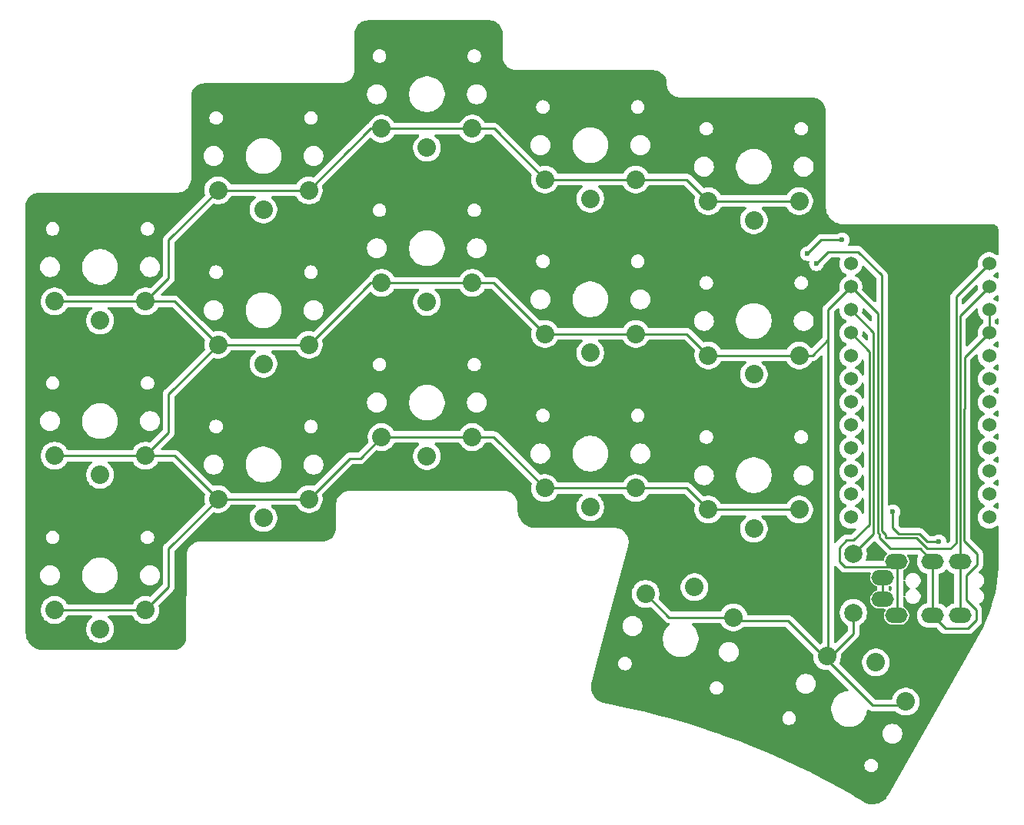
<source format=gbl>
G04 #@! TF.GenerationSoftware,KiCad,Pcbnew,9.0.1*
G04 #@! TF.CreationDate,2025-05-14T21:28:53+02:00*
G04 #@! TF.ProjectId,ferris-sweep-compact,66657272-6973-42d7-9377-6565702d636f,0.1*
G04 #@! TF.SameCoordinates,Original*
G04 #@! TF.FileFunction,Copper,L2,Bot*
G04 #@! TF.FilePolarity,Positive*
%FSLAX46Y46*%
G04 Gerber Fmt 4.6, Leading zero omitted, Abs format (unit mm)*
G04 Created by KiCad (PCBNEW 9.0.1) date 2025-05-14 21:28:53*
%MOMM*%
%LPD*%
G01*
G04 APERTURE LIST*
G04 #@! TA.AperFunction,ComponentPad*
%ADD10C,2.032000*%
G04 #@! TD*
G04 #@! TA.AperFunction,ComponentPad*
%ADD11C,1.524000*%
G04 #@! TD*
G04 #@! TA.AperFunction,ComponentPad*
%ADD12C,2.000000*%
G04 #@! TD*
G04 #@! TA.AperFunction,ComponentPad*
%ADD13O,2.500000X1.700000*%
G04 #@! TD*
G04 #@! TA.AperFunction,ViaPad*
%ADD14C,0.600000*%
G04 #@! TD*
G04 #@! TA.AperFunction,Conductor*
%ADD15C,0.250000*%
G04 #@! TD*
G04 APERTURE END LIST*
D10*
X132730127Y-90689103D03*
X124069873Y-85689103D03*
X129450000Y-86370450D03*
D11*
X141911400Y-42422000D03*
X141911400Y-44962000D03*
X141911400Y-47502000D03*
X141911400Y-50042000D03*
X141911400Y-52582000D03*
X141911400Y-55122000D03*
X141911400Y-57662000D03*
X141911400Y-60202000D03*
X141911400Y-62742000D03*
X141911400Y-65282000D03*
X141911400Y-67822000D03*
X141911400Y-70362000D03*
X126691400Y-70362000D03*
X126691400Y-67822000D03*
X126691400Y-65282000D03*
X126691400Y-62742000D03*
X126691400Y-60202000D03*
X126691400Y-57662000D03*
X126691400Y-55122000D03*
X126691400Y-52582000D03*
X126691400Y-50042000D03*
X126691400Y-47502000D03*
X126691400Y-44962000D03*
X126691400Y-42422000D03*
D10*
X85000000Y-44520000D03*
X75000000Y-44520000D03*
X80000000Y-46620000D03*
X49000000Y-46570000D03*
X39000000Y-46570000D03*
X44000000Y-48670000D03*
X67000000Y-34340000D03*
X57000000Y-34340000D03*
X62000000Y-36440000D03*
X85000000Y-27530000D03*
X75000000Y-27530000D03*
X80000000Y-29630000D03*
X103000000Y-33140000D03*
X93000000Y-33140000D03*
X98000000Y-35240000D03*
X121000000Y-35520000D03*
X111000000Y-35520000D03*
X116000000Y-37620000D03*
X49000000Y-63570000D03*
X39000000Y-63570000D03*
X44000000Y-65670000D03*
X67000000Y-51340000D03*
X57000000Y-51340000D03*
X62000000Y-53440000D03*
X103000000Y-50140000D03*
X93000000Y-50140000D03*
X98000000Y-52240000D03*
X121000000Y-52520000D03*
X111000000Y-52520000D03*
X116000000Y-54620000D03*
X67000000Y-68345000D03*
X57000000Y-68345000D03*
X62000000Y-70445000D03*
X85000000Y-61520000D03*
X75000000Y-61520000D03*
X80000000Y-63620000D03*
X103000000Y-67145000D03*
X93000000Y-67145000D03*
X98000000Y-69245000D03*
X121000000Y-69520000D03*
X111000000Y-69520000D03*
X116000000Y-71620000D03*
X113753142Y-81393577D03*
X104093883Y-78805387D03*
X109467032Y-78071038D03*
X49000000Y-80575000D03*
X39000000Y-80575000D03*
X44000000Y-82675000D03*
D12*
X126970000Y-74390000D03*
X126970000Y-80890000D03*
D13*
X131720000Y-75230000D03*
X130220000Y-79430000D03*
X138720000Y-75230000D03*
X135720000Y-75230000D03*
X138720000Y-81180000D03*
X135720000Y-81180000D03*
X131720000Y-81180000D03*
X130220000Y-76980000D03*
D14*
X121920000Y-41294000D03*
X125730000Y-39770000D03*
X131318000Y-69742000D03*
X136398000Y-73044000D03*
X122900000Y-42400000D03*
D15*
X124206000Y-39770000D02*
X125730000Y-39770000D01*
X131318000Y-69742000D02*
X131318000Y-71520000D01*
X131971990Y-72173990D02*
X134257990Y-72173990D01*
X131318000Y-71520000D02*
X131971990Y-72173990D01*
X135128000Y-73044000D02*
X136398000Y-73044000D01*
X134257990Y-72173990D02*
X135128000Y-73044000D01*
X123444000Y-39770000D02*
X121920000Y-41294000D01*
X124206000Y-39770000D02*
X123444000Y-39770000D01*
X135720000Y-81180000D02*
X135720000Y-75230000D01*
X39000000Y-46570000D02*
X49000000Y-46570000D01*
X57000000Y-34340000D02*
X67000000Y-34340000D01*
X39000000Y-63570000D02*
X49000000Y-63570000D01*
X57000000Y-68345000D02*
X67000000Y-68345000D01*
X57000000Y-51340000D02*
X67000000Y-51340000D01*
X39000000Y-80575000D02*
X49000000Y-80575000D01*
X129069873Y-91089103D02*
X132730127Y-91089103D01*
X124069873Y-86089103D02*
X129069873Y-91089103D01*
X126970000Y-83188976D02*
X124069873Y-86089103D01*
X126970000Y-80890000D02*
X126970000Y-83188976D01*
X119774347Y-81793577D02*
X124069873Y-86089103D01*
X113753142Y-81793577D02*
X119774347Y-81793577D01*
X71475000Y-63870000D02*
X67000000Y-68345000D01*
X57000000Y-68345000D02*
X51550000Y-73795000D01*
X51550000Y-78025000D02*
X49000000Y-80575000D01*
X51550000Y-73795000D02*
X51550000Y-78025000D01*
X57000000Y-51345000D02*
X51550000Y-56795000D01*
X51550000Y-61025000D02*
X49000000Y-63575000D01*
X51550000Y-56795000D02*
X51550000Y-61025000D01*
X57000000Y-34345000D02*
X51550000Y-39795000D01*
X51550000Y-39795000D02*
X51550000Y-44025000D01*
X51550000Y-44025000D02*
X49000000Y-46575000D01*
X71470000Y-46870000D02*
X67000000Y-51340000D01*
X71460000Y-29880000D02*
X67000000Y-34340000D01*
X126691400Y-44962000D02*
X129650010Y-47920610D01*
X129650010Y-47920610D02*
X129650010Y-72050010D01*
X124100000Y-86058976D02*
X124069873Y-86089103D01*
X141911400Y-47502000D02*
X141911400Y-50042000D01*
X140500000Y-81700000D02*
X139600000Y-82600000D01*
X139400000Y-79500000D02*
X140500000Y-80600000D01*
X139400000Y-76800000D02*
X139400000Y-79500000D01*
X140600000Y-75600000D02*
X139400000Y-76800000D01*
X140600000Y-74400000D02*
X140600000Y-75600000D01*
X139600000Y-82600000D02*
X137140000Y-82600000D01*
X140500000Y-80600000D02*
X140500000Y-81700000D01*
X139170010Y-72970010D02*
X140600000Y-74400000D01*
X139170010Y-58429990D02*
X139170010Y-72970010D01*
X137140000Y-82600000D02*
X135720000Y-81180000D01*
X139200000Y-58400000D02*
X139170010Y-58429990D01*
X139200000Y-52753400D02*
X139200000Y-58400000D01*
X141911400Y-50042000D02*
X139200000Y-52753400D01*
X126691400Y-44962000D02*
X124200000Y-47453400D01*
X124200000Y-85958976D02*
X124069873Y-86089103D01*
X124200000Y-50420000D02*
X124200000Y-50300000D01*
X124200000Y-47453400D02*
X124200000Y-50300000D01*
X124200000Y-67400000D02*
X124200000Y-85958976D01*
X52230000Y-46570000D02*
X57000000Y-51340000D01*
X49000000Y-46570000D02*
X52230000Y-46570000D01*
X52225000Y-63570000D02*
X57000000Y-68345000D01*
X49000000Y-63570000D02*
X52225000Y-63570000D01*
X129838000Y-72580000D02*
X131064000Y-73806000D01*
X129838000Y-72238000D02*
X129838000Y-72580000D01*
X129650010Y-72050010D02*
X129838000Y-72238000D01*
X134296000Y-73806000D02*
X135720000Y-75230000D01*
X131064000Y-73806000D02*
X134296000Y-73806000D01*
X73810000Y-27530000D02*
X75000000Y-27530000D01*
X67000000Y-34340000D02*
X73810000Y-27530000D01*
X75000000Y-27530000D02*
X85000000Y-27530000D01*
X87390000Y-27530000D02*
X93000000Y-33140000D01*
X85000000Y-27530000D02*
X87390000Y-27530000D01*
X93000000Y-33140000D02*
X103000000Y-33140000D01*
X108620000Y-33140000D02*
X111000000Y-35520000D01*
X103000000Y-33140000D02*
X108620000Y-33140000D01*
X111000000Y-35520000D02*
X121000000Y-35520000D01*
X73820000Y-44520000D02*
X75000000Y-44520000D01*
X67000000Y-51340000D02*
X73820000Y-44520000D01*
X75000000Y-44520000D02*
X85000000Y-44520000D01*
X87380000Y-44520000D02*
X93000000Y-50140000D01*
X85000000Y-44520000D02*
X87380000Y-44520000D01*
X93000000Y-50140000D02*
X103000000Y-50140000D01*
X108620000Y-50140000D02*
X111000000Y-52520000D01*
X103000000Y-50140000D02*
X108620000Y-50140000D01*
X111000000Y-52520000D02*
X121000000Y-52520000D01*
X122486000Y-52520000D02*
X124200000Y-50806000D01*
X121000000Y-52520000D02*
X122486000Y-52520000D01*
X124200000Y-50806000D02*
X124200000Y-67400000D01*
X124200000Y-50300000D02*
X124200000Y-50806000D01*
X72650000Y-63870000D02*
X75000000Y-61520000D01*
X71475000Y-63870000D02*
X72650000Y-63870000D01*
X75000000Y-61520000D02*
X85000000Y-61520000D01*
X87375000Y-61520000D02*
X93000000Y-67145000D01*
X85000000Y-61520000D02*
X87375000Y-61520000D01*
X93000000Y-67145000D02*
X103000000Y-67145000D01*
X108625000Y-67145000D02*
X111000000Y-69520000D01*
X103000000Y-67145000D02*
X108625000Y-67145000D01*
X111000000Y-69520000D02*
X121000000Y-69520000D01*
X106682073Y-81393577D02*
X113753142Y-81393577D01*
X104093883Y-78805387D02*
X106682073Y-81393577D01*
X131795010Y-81104990D02*
X131720000Y-81180000D01*
X131795010Y-75305010D02*
X131795010Y-81104990D01*
X131720000Y-75230000D02*
X131795010Y-75305010D01*
X131795010Y-75305010D02*
X131795010Y-76493295D01*
X128749990Y-71150010D02*
X128749990Y-52100590D01*
X127000000Y-72900000D02*
X128749990Y-71150010D01*
X126200000Y-72900000D02*
X127000000Y-72900000D01*
X125400000Y-75200000D02*
X125400000Y-73700000D01*
X126000000Y-75800000D02*
X125400000Y-75200000D01*
X131150000Y-75800000D02*
X126000000Y-75800000D01*
X128749990Y-52100590D02*
X126691400Y-50042000D01*
X125400000Y-73700000D02*
X126200000Y-72900000D01*
X131720000Y-75230000D02*
X131150000Y-75800000D01*
X138269990Y-46063410D02*
X141911400Y-42422000D01*
X130100020Y-43700020D02*
X130100020Y-71863610D01*
X138269990Y-71630010D02*
X138269990Y-46063410D01*
X127500000Y-41100000D02*
X130100020Y-43700020D01*
X124200000Y-41100000D02*
X127500000Y-41100000D01*
X122900000Y-42400000D02*
X124200000Y-41100000D01*
X130283205Y-72046795D02*
X130288010Y-72051600D01*
X130100020Y-71863610D02*
X130283205Y-72046795D01*
X130518410Y-72282000D02*
X130518410Y-72624000D01*
X130100020Y-71863610D02*
X130518410Y-72282000D01*
X133946000Y-72624000D02*
X135128000Y-73806000D01*
X130518410Y-72624000D02*
X133946000Y-72624000D01*
X135128000Y-73806000D02*
X136094000Y-73806000D01*
X136094000Y-73806000D02*
X137668000Y-73806000D01*
X138269990Y-73204010D02*
X138269990Y-71630010D01*
X137668000Y-73806000D02*
X138269990Y-73204010D01*
X138720000Y-75230000D02*
X138720000Y-81180000D01*
X138720000Y-48153400D02*
X141911400Y-44962000D01*
X138720000Y-75230000D02*
X138720000Y-48153400D01*
X126970000Y-74390000D02*
X129200000Y-72160000D01*
X129200000Y-50010600D02*
X126691400Y-47502000D01*
X129200000Y-72160000D02*
X129200000Y-50010600D01*
X130220000Y-79430000D02*
X130220000Y-76980000D01*
G04 #@! TA.AperFunction,NonConductor*
G36*
X142884080Y-43350240D02*
G01*
X142940917Y-43392785D01*
X142965730Y-43459304D01*
X142966051Y-43468255D01*
X142966199Y-43915808D01*
X142946219Y-43983936D01*
X142892579Y-44030446D01*
X142822309Y-44040573D01*
X142757718Y-44011102D01*
X142751104Y-44004945D01*
X142739080Y-43992921D01*
X142739077Y-43992919D01*
X142739075Y-43992917D01*
X142577287Y-43875371D01*
X142437735Y-43804265D01*
X142386122Y-43755519D01*
X142369056Y-43686604D01*
X142391957Y-43619402D01*
X142437734Y-43579735D01*
X142577287Y-43508629D01*
X142739075Y-43391083D01*
X142750955Y-43379202D01*
X142813264Y-43345177D01*
X142884080Y-43350240D01*
G37*
G04 #@! TD.AperFunction*
G04 #@! TA.AperFunction,NonConductor*
G36*
X142884916Y-45889404D02*
G01*
X142941753Y-45931949D01*
X142966566Y-45998468D01*
X142966887Y-46007419D01*
X142967035Y-46456644D01*
X142947055Y-46524772D01*
X142893415Y-46571282D01*
X142823144Y-46581409D01*
X142758554Y-46551938D01*
X142751940Y-46545781D01*
X142739080Y-46532921D01*
X142739077Y-46532919D01*
X142739075Y-46532917D01*
X142577287Y-46415371D01*
X142437735Y-46344265D01*
X142386122Y-46295519D01*
X142369056Y-46226604D01*
X142391957Y-46159402D01*
X142437734Y-46119735D01*
X142577287Y-46048629D01*
X142739075Y-45931083D01*
X142751791Y-45918366D01*
X142814100Y-45884341D01*
X142884916Y-45889404D01*
G37*
G04 #@! TD.AperFunction*
G04 #@! TA.AperFunction,NonConductor*
G36*
X128093659Y-42610157D02*
G01*
X128145535Y-42641439D01*
X129429615Y-43925519D01*
X129463641Y-43987831D01*
X129466520Y-44014614D01*
X129466520Y-46537026D01*
X129446518Y-46605147D01*
X129392862Y-46651640D01*
X129322588Y-46661744D01*
X129258008Y-46632250D01*
X129251425Y-46626121D01*
X127969750Y-45344446D01*
X127935724Y-45282134D01*
X127934396Y-45235643D01*
X127961900Y-45061991D01*
X127961900Y-44862009D01*
X127930616Y-44664490D01*
X127868819Y-44474297D01*
X127778029Y-44296113D01*
X127778027Y-44296109D01*
X127681325Y-44163012D01*
X127660483Y-44134325D01*
X127660480Y-44134322D01*
X127660478Y-44134319D01*
X127519080Y-43992921D01*
X127519077Y-43992919D01*
X127519075Y-43992917D01*
X127357287Y-43875371D01*
X127217735Y-43804265D01*
X127166122Y-43755519D01*
X127149056Y-43686604D01*
X127171957Y-43619402D01*
X127217734Y-43579735D01*
X127357287Y-43508629D01*
X127519075Y-43391083D01*
X127660483Y-43249675D01*
X127778029Y-43087887D01*
X127868819Y-42909703D01*
X127930616Y-42719510D01*
X127931991Y-42710823D01*
X127962402Y-42646672D01*
X128022670Y-42609144D01*
X128093659Y-42610157D01*
G37*
G04 #@! TD.AperFunction*
G04 #@! TA.AperFunction,NonConductor*
G36*
X140545281Y-44773560D02*
G01*
X140558932Y-44774537D01*
X140576945Y-44788021D01*
X140597412Y-44797369D01*
X140604810Y-44808881D01*
X140615768Y-44817084D01*
X140623631Y-44838167D01*
X140635796Y-44857095D01*
X140638998Y-44879365D01*
X140640579Y-44883604D01*
X140640900Y-44892593D01*
X140640900Y-45061991D01*
X140649740Y-45117806D01*
X140668403Y-45235640D01*
X140659303Y-45306051D01*
X140633049Y-45344445D01*
X139118585Y-46858910D01*
X139056273Y-46892935D01*
X138985458Y-46887871D01*
X138928622Y-46845324D01*
X138903811Y-46778804D01*
X138903490Y-46769815D01*
X138903490Y-46378003D01*
X138923492Y-46309882D01*
X138940390Y-46288913D01*
X140425805Y-44803497D01*
X140445551Y-44792715D01*
X140462558Y-44777979D01*
X140476105Y-44776031D01*
X140488117Y-44769472D01*
X140510560Y-44771077D01*
X140532832Y-44767875D01*
X140545281Y-44773560D01*
G37*
G04 #@! TD.AperFunction*
G04 #@! TA.AperFunction,NonConductor*
G36*
X128170412Y-47337370D02*
G01*
X128176995Y-47343499D01*
X128979605Y-48146109D01*
X129013631Y-48208421D01*
X129016510Y-48235204D01*
X129016510Y-48627016D01*
X128996508Y-48695137D01*
X128942852Y-48741630D01*
X128872578Y-48751734D01*
X128807998Y-48722240D01*
X128801415Y-48716111D01*
X127969750Y-47884446D01*
X127935724Y-47822134D01*
X127934396Y-47775643D01*
X127961900Y-47601991D01*
X127961900Y-47432593D01*
X127981902Y-47364473D01*
X128035558Y-47317980D01*
X128105832Y-47307876D01*
X128170412Y-47337370D01*
G37*
G04 #@! TD.AperFunction*
G04 #@! TA.AperFunction,NonConductor*
G36*
X142885753Y-48428567D02*
G01*
X142942590Y-48471112D01*
X142967403Y-48537632D01*
X142967724Y-48546583D01*
X142967872Y-48997482D01*
X142947892Y-49065609D01*
X142894252Y-49112119D01*
X142823981Y-49122246D01*
X142759391Y-49092775D01*
X142752777Y-49086618D01*
X142739081Y-49072922D01*
X142739077Y-49072919D01*
X142739075Y-49072917D01*
X142635248Y-48997482D01*
X142596838Y-48969575D01*
X142593442Y-48965171D01*
X142588388Y-48962863D01*
X142572001Y-48937365D01*
X142553485Y-48913352D01*
X142552211Y-48906572D01*
X142550004Y-48903137D01*
X142544900Y-48867639D01*
X142544900Y-48676359D01*
X142564902Y-48608238D01*
X142596837Y-48574424D01*
X142739075Y-48471083D01*
X142752628Y-48457529D01*
X142814937Y-48423504D01*
X142885753Y-48428567D01*
G37*
G04 #@! TD.AperFunction*
G04 #@! TA.AperFunction,NonConductor*
G36*
X128170412Y-49877370D02*
G01*
X128176995Y-49883499D01*
X128529595Y-50236099D01*
X128563621Y-50298411D01*
X128566500Y-50325194D01*
X128566500Y-50717006D01*
X128546498Y-50785127D01*
X128492842Y-50831620D01*
X128422568Y-50841724D01*
X128357988Y-50812230D01*
X128351405Y-50806101D01*
X127969750Y-50424446D01*
X127935724Y-50362134D01*
X127934396Y-50315643D01*
X127961900Y-50141991D01*
X127961900Y-49972594D01*
X127981902Y-49904473D01*
X128035558Y-49857980D01*
X128105832Y-49847876D01*
X128170412Y-49877370D01*
G37*
G04 #@! TD.AperFunction*
G04 #@! TA.AperFunction,NonConductor*
G36*
X140558932Y-47314537D02*
G01*
X140615768Y-47357084D01*
X140640579Y-47423604D01*
X140640900Y-47432593D01*
X140640900Y-47601991D01*
X140668777Y-47777998D01*
X140672185Y-47799515D01*
X140733979Y-47989698D01*
X140733981Y-47989703D01*
X140777679Y-48075464D01*
X140824772Y-48167890D01*
X140889889Y-48257514D01*
X140942317Y-48329675D01*
X140942319Y-48329677D01*
X140942321Y-48329680D01*
X141083719Y-48471078D01*
X141083722Y-48471080D01*
X141083725Y-48471083D01*
X141225962Y-48574424D01*
X141229356Y-48578826D01*
X141234412Y-48581135D01*
X141250798Y-48606632D01*
X141269315Y-48630645D01*
X141270588Y-48637426D01*
X141272796Y-48640861D01*
X141277900Y-48676359D01*
X141277900Y-48867639D01*
X141257898Y-48935760D01*
X141225962Y-48969575D01*
X141083718Y-49072922D01*
X140942321Y-49214319D01*
X140942319Y-49214322D01*
X140824772Y-49376109D01*
X140733982Y-49554295D01*
X140733979Y-49554301D01*
X140672185Y-49744484D01*
X140672184Y-49744489D01*
X140672184Y-49744490D01*
X140640900Y-49942009D01*
X140640900Y-50141991D01*
X140650173Y-50200539D01*
X140668403Y-50315640D01*
X140659303Y-50386051D01*
X140633049Y-50424445D01*
X139568595Y-51488900D01*
X139506283Y-51522925D01*
X139435468Y-51517861D01*
X139378632Y-51475314D01*
X139353821Y-51408794D01*
X139353500Y-51399805D01*
X139353500Y-48467993D01*
X139373502Y-48399872D01*
X139390400Y-48378903D01*
X140425805Y-47343497D01*
X140488117Y-47309472D01*
X140558932Y-47314537D01*
G37*
G04 #@! TD.AperFunction*
G04 #@! TA.AperFunction,NonConductor*
G36*
X142886589Y-50967731D02*
G01*
X142943426Y-51010276D01*
X142968239Y-51076796D01*
X142968560Y-51085747D01*
X142968709Y-51538319D01*
X142948729Y-51606446D01*
X142895089Y-51652956D01*
X142824818Y-51663083D01*
X142760228Y-51633612D01*
X142753614Y-51627455D01*
X142739080Y-51612921D01*
X142739077Y-51612919D01*
X142739075Y-51612917D01*
X142577287Y-51495371D01*
X142437735Y-51424265D01*
X142386122Y-51375519D01*
X142369056Y-51306604D01*
X142391957Y-51239402D01*
X142437734Y-51199735D01*
X142577287Y-51128629D01*
X142739075Y-51011083D01*
X142753464Y-50996693D01*
X142815773Y-50962668D01*
X142886589Y-50967731D01*
G37*
G04 #@! TD.AperFunction*
G04 #@! TA.AperFunction,NonConductor*
G36*
X142887426Y-53506894D02*
G01*
X142944263Y-53549439D01*
X142969076Y-53615959D01*
X142969397Y-53624910D01*
X142969546Y-54079156D01*
X142949566Y-54147283D01*
X142895926Y-54193793D01*
X142825655Y-54203920D01*
X142761065Y-54174449D01*
X142754451Y-54168292D01*
X142739080Y-54152921D01*
X142739077Y-54152919D01*
X142739075Y-54152917D01*
X142577287Y-54035371D01*
X142437735Y-53964265D01*
X142386122Y-53915519D01*
X142369056Y-53846604D01*
X142391957Y-53779402D01*
X142437734Y-53739735D01*
X142577287Y-53668629D01*
X142739075Y-53551083D01*
X142754301Y-53535856D01*
X142816610Y-53501831D01*
X142887426Y-53506894D01*
G37*
G04 #@! TD.AperFunction*
G04 #@! TA.AperFunction,NonConductor*
G36*
X128046083Y-52989908D02*
G01*
X128098389Y-53037914D01*
X128116490Y-53102981D01*
X128116490Y-54601018D01*
X128096488Y-54669139D01*
X128042832Y-54715632D01*
X127972558Y-54725736D01*
X127907978Y-54696242D01*
X127870658Y-54639956D01*
X127868822Y-54634306D01*
X127868820Y-54634301D01*
X127868819Y-54634297D01*
X127778029Y-54456113D01*
X127778027Y-54456109D01*
X127716332Y-54371195D01*
X127660483Y-54294325D01*
X127660480Y-54294322D01*
X127660478Y-54294319D01*
X127519080Y-54152921D01*
X127519077Y-54152919D01*
X127519075Y-54152917D01*
X127357287Y-54035371D01*
X127217735Y-53964265D01*
X127166122Y-53915519D01*
X127149056Y-53846604D01*
X127171957Y-53779402D01*
X127217734Y-53739735D01*
X127357287Y-53668629D01*
X127519075Y-53551083D01*
X127660483Y-53409675D01*
X127778029Y-53247887D01*
X127868819Y-53069703D01*
X127870658Y-53064043D01*
X127910729Y-53005440D01*
X127976126Y-52977802D01*
X128046083Y-52989908D01*
G37*
G04 #@! TD.AperFunction*
G04 #@! TA.AperFunction,NonConductor*
G36*
X142888262Y-56046058D02*
G01*
X142945099Y-56088603D01*
X142969912Y-56155123D01*
X142970233Y-56164074D01*
X142970383Y-56619993D01*
X142950403Y-56688120D01*
X142896763Y-56734630D01*
X142826492Y-56744757D01*
X142761902Y-56715286D01*
X142755288Y-56709129D01*
X142739080Y-56692921D01*
X142739077Y-56692919D01*
X142739075Y-56692917D01*
X142577287Y-56575371D01*
X142437735Y-56504265D01*
X142386122Y-56455519D01*
X142369056Y-56386604D01*
X142391957Y-56319402D01*
X142437734Y-56279735D01*
X142577287Y-56208629D01*
X142739075Y-56091083D01*
X142755137Y-56075020D01*
X142817447Y-56040995D01*
X142888262Y-56046058D01*
G37*
G04 #@! TD.AperFunction*
G04 #@! TA.AperFunction,NonConductor*
G36*
X128046083Y-55529908D02*
G01*
X128098389Y-55577914D01*
X128116490Y-55642981D01*
X128116490Y-57141018D01*
X128096488Y-57209139D01*
X128042832Y-57255632D01*
X127972558Y-57265736D01*
X127907978Y-57236242D01*
X127870658Y-57179956D01*
X127868822Y-57174306D01*
X127868820Y-57174301D01*
X127868819Y-57174297D01*
X127778029Y-56996113D01*
X127778027Y-56996109D01*
X127693594Y-56879899D01*
X127660483Y-56834325D01*
X127660480Y-56834322D01*
X127660478Y-56834319D01*
X127519080Y-56692921D01*
X127519077Y-56692919D01*
X127519075Y-56692917D01*
X127357287Y-56575371D01*
X127217735Y-56504265D01*
X127166122Y-56455519D01*
X127149056Y-56386604D01*
X127171957Y-56319402D01*
X127217734Y-56279735D01*
X127357287Y-56208629D01*
X127519075Y-56091083D01*
X127660483Y-55949675D01*
X127777495Y-55788622D01*
X127778027Y-55787890D01*
X127778202Y-55787547D01*
X127868819Y-55609703D01*
X127870658Y-55604043D01*
X127910729Y-55545440D01*
X127976126Y-55517802D01*
X128046083Y-55529908D01*
G37*
G04 #@! TD.AperFunction*
G04 #@! TA.AperFunction,NonConductor*
G36*
X142889100Y-58585221D02*
G01*
X142945936Y-58627767D01*
X142970749Y-58694286D01*
X142971070Y-58703237D01*
X142971220Y-59160830D01*
X142951240Y-59228957D01*
X142897600Y-59275467D01*
X142827329Y-59285594D01*
X142762739Y-59256122D01*
X142756125Y-59249966D01*
X142739080Y-59232921D01*
X142739077Y-59232919D01*
X142739075Y-59232917D01*
X142577287Y-59115371D01*
X142437735Y-59044265D01*
X142386122Y-58995519D01*
X142369056Y-58926604D01*
X142391957Y-58859402D01*
X142437734Y-58819735D01*
X142577287Y-58748629D01*
X142739075Y-58631083D01*
X142755974Y-58614183D01*
X142818284Y-58580158D01*
X142889100Y-58585221D01*
G37*
G04 #@! TD.AperFunction*
G04 #@! TA.AperFunction,NonConductor*
G36*
X128046083Y-58069908D02*
G01*
X128098389Y-58117914D01*
X128116490Y-58182981D01*
X128116490Y-59681018D01*
X128096488Y-59749139D01*
X128042832Y-59795632D01*
X127972558Y-59805736D01*
X127907978Y-59776242D01*
X127870658Y-59719956D01*
X127868822Y-59714306D01*
X127868820Y-59714301D01*
X127868819Y-59714297D01*
X127778029Y-59536113D01*
X127778027Y-59536109D01*
X127668838Y-59385825D01*
X127660483Y-59374325D01*
X127660480Y-59374322D01*
X127660478Y-59374319D01*
X127519080Y-59232921D01*
X127519077Y-59232919D01*
X127519075Y-59232917D01*
X127357287Y-59115371D01*
X127217735Y-59044265D01*
X127166122Y-58995519D01*
X127149056Y-58926604D01*
X127171957Y-58859402D01*
X127217734Y-58819735D01*
X127357287Y-58748629D01*
X127519075Y-58631083D01*
X127660483Y-58489675D01*
X127778029Y-58327887D01*
X127868819Y-58149703D01*
X127870658Y-58144043D01*
X127910729Y-58085440D01*
X127976126Y-58057802D01*
X128046083Y-58069908D01*
G37*
G04 #@! TD.AperFunction*
G04 #@! TA.AperFunction,NonConductor*
G36*
X142889936Y-61124385D02*
G01*
X142946772Y-61166931D01*
X142971585Y-61233450D01*
X142971906Y-61242401D01*
X142972057Y-61701667D01*
X142952077Y-61769794D01*
X142898437Y-61816304D01*
X142828166Y-61826431D01*
X142763576Y-61796960D01*
X142756962Y-61790803D01*
X142739080Y-61772921D01*
X142739077Y-61772919D01*
X142739075Y-61772917D01*
X142577287Y-61655371D01*
X142437735Y-61584265D01*
X142386122Y-61535519D01*
X142369056Y-61466604D01*
X142391957Y-61399402D01*
X142437734Y-61359735D01*
X142577287Y-61288629D01*
X142739075Y-61171083D01*
X142756810Y-61153347D01*
X142819120Y-61119322D01*
X142889936Y-61124385D01*
G37*
G04 #@! TD.AperFunction*
G04 #@! TA.AperFunction,NonConductor*
G36*
X128046083Y-60609908D02*
G01*
X128098389Y-60657914D01*
X128116490Y-60722981D01*
X128116490Y-62221018D01*
X128096488Y-62289139D01*
X128042832Y-62335632D01*
X127972558Y-62345736D01*
X127907978Y-62316242D01*
X127870658Y-62259956D01*
X127868822Y-62254306D01*
X127868820Y-62254301D01*
X127868819Y-62254297D01*
X127778029Y-62076113D01*
X127778027Y-62076109D01*
X127708359Y-61980221D01*
X127660483Y-61914325D01*
X127660480Y-61914322D01*
X127660478Y-61914319D01*
X127519080Y-61772921D01*
X127519077Y-61772919D01*
X127519075Y-61772917D01*
X127357287Y-61655371D01*
X127217735Y-61584265D01*
X127166122Y-61535519D01*
X127149056Y-61466604D01*
X127171957Y-61399402D01*
X127217734Y-61359735D01*
X127357287Y-61288629D01*
X127519075Y-61171083D01*
X127660483Y-61029675D01*
X127778029Y-60867887D01*
X127868819Y-60689703D01*
X127870658Y-60684043D01*
X127910729Y-60625440D01*
X127976126Y-60597802D01*
X128046083Y-60609908D01*
G37*
G04 #@! TD.AperFunction*
G04 #@! TA.AperFunction,NonConductor*
G36*
X142890772Y-63663549D02*
G01*
X142947608Y-63706095D01*
X142972421Y-63772614D01*
X142972742Y-63781564D01*
X142972895Y-64242504D01*
X142952916Y-64310632D01*
X142899275Y-64357142D01*
X142829005Y-64367269D01*
X142764414Y-64337798D01*
X142757800Y-64331641D01*
X142739080Y-64312921D01*
X142739077Y-64312919D01*
X142739075Y-64312917D01*
X142590822Y-64205205D01*
X142577290Y-64195373D01*
X142577289Y-64195372D01*
X142577287Y-64195371D01*
X142437735Y-64124265D01*
X142386122Y-64075519D01*
X142369056Y-64006604D01*
X142391957Y-63939402D01*
X142437734Y-63899735D01*
X142577287Y-63828629D01*
X142739075Y-63711083D01*
X142757645Y-63692513D01*
X142819956Y-63658486D01*
X142890772Y-63663549D01*
G37*
G04 #@! TD.AperFunction*
G04 #@! TA.AperFunction,NonConductor*
G36*
X128046083Y-63149908D02*
G01*
X128098389Y-63197914D01*
X128116490Y-63262981D01*
X128116490Y-64761018D01*
X128096488Y-64829139D01*
X128042832Y-64875632D01*
X127972558Y-64885736D01*
X127907978Y-64856242D01*
X127870658Y-64799956D01*
X127868822Y-64794306D01*
X127868820Y-64794301D01*
X127868819Y-64794297D01*
X127778029Y-64616113D01*
X127778027Y-64616109D01*
X127698302Y-64506379D01*
X127660483Y-64454325D01*
X127660480Y-64454322D01*
X127660478Y-64454319D01*
X127519080Y-64312921D01*
X127519077Y-64312919D01*
X127519075Y-64312917D01*
X127370822Y-64205205D01*
X127357290Y-64195373D01*
X127357289Y-64195372D01*
X127357287Y-64195371D01*
X127217735Y-64124265D01*
X127166122Y-64075519D01*
X127149056Y-64006604D01*
X127171957Y-63939402D01*
X127217734Y-63899735D01*
X127357287Y-63828629D01*
X127519075Y-63711083D01*
X127660483Y-63569675D01*
X127778029Y-63407887D01*
X127868819Y-63229703D01*
X127870658Y-63224043D01*
X127910729Y-63165440D01*
X127976126Y-63137802D01*
X128046083Y-63149908D01*
G37*
G04 #@! TD.AperFunction*
G04 #@! TA.AperFunction,NonConductor*
G36*
X142891609Y-66202712D02*
G01*
X142948446Y-66245258D01*
X142973258Y-66311778D01*
X142973579Y-66320727D01*
X142973732Y-66783341D01*
X142953752Y-66851469D01*
X142900112Y-66897979D01*
X142829842Y-66908106D01*
X142765251Y-66878635D01*
X142758637Y-66872478D01*
X142739080Y-66852921D01*
X142739077Y-66852919D01*
X142739075Y-66852917D01*
X142577287Y-66735371D01*
X142437735Y-66664265D01*
X142386122Y-66615519D01*
X142369056Y-66546604D01*
X142391957Y-66479402D01*
X142437734Y-66439735D01*
X142577287Y-66368629D01*
X142739075Y-66251083D01*
X142758484Y-66231673D01*
X142820793Y-66197649D01*
X142891609Y-66202712D01*
G37*
G04 #@! TD.AperFunction*
G04 #@! TA.AperFunction,NonConductor*
G36*
X128046083Y-65689908D02*
G01*
X128098389Y-65737914D01*
X128116490Y-65802981D01*
X128116490Y-67301018D01*
X128096488Y-67369139D01*
X128042832Y-67415632D01*
X127972558Y-67425736D01*
X127907978Y-67396242D01*
X127870658Y-67339956D01*
X127868822Y-67334306D01*
X127868820Y-67334301D01*
X127868819Y-67334297D01*
X127778029Y-67156113D01*
X127778027Y-67156109D01*
X127694490Y-67041132D01*
X127660483Y-66994325D01*
X127660480Y-66994322D01*
X127660478Y-66994319D01*
X127519080Y-66852921D01*
X127519077Y-66852919D01*
X127519075Y-66852917D01*
X127357287Y-66735371D01*
X127217735Y-66664265D01*
X127166122Y-66615519D01*
X127149056Y-66546604D01*
X127171957Y-66479402D01*
X127217734Y-66439735D01*
X127357287Y-66368629D01*
X127519075Y-66251083D01*
X127660483Y-66109675D01*
X127778029Y-65947887D01*
X127868819Y-65769703D01*
X127870658Y-65764043D01*
X127910729Y-65705440D01*
X127976126Y-65677802D01*
X128046083Y-65689908D01*
G37*
G04 #@! TD.AperFunction*
G04 #@! TA.AperFunction,NonConductor*
G36*
X142892445Y-68741876D02*
G01*
X142949282Y-68784422D01*
X142974094Y-68850942D01*
X142974415Y-68859891D01*
X142974568Y-69324177D01*
X142954588Y-69392305D01*
X142900948Y-69438815D01*
X142830677Y-69448942D01*
X142766087Y-69419471D01*
X142759473Y-69413314D01*
X142739080Y-69392921D01*
X142739077Y-69392919D01*
X142739075Y-69392917D01*
X142577287Y-69275371D01*
X142437735Y-69204265D01*
X142386122Y-69155519D01*
X142369056Y-69086604D01*
X142391957Y-69019402D01*
X142437734Y-68979735D01*
X142577287Y-68908629D01*
X142739075Y-68791083D01*
X142759320Y-68770837D01*
X142821629Y-68736813D01*
X142892445Y-68741876D01*
G37*
G04 #@! TD.AperFunction*
G04 #@! TA.AperFunction,NonConductor*
G36*
X128046083Y-68229908D02*
G01*
X128098389Y-68277914D01*
X128116490Y-68342981D01*
X128116490Y-69841018D01*
X128096488Y-69909139D01*
X128042832Y-69955632D01*
X127972558Y-69965736D01*
X127907978Y-69936242D01*
X127870658Y-69879956D01*
X127868822Y-69874306D01*
X127868820Y-69874301D01*
X127868819Y-69874297D01*
X127778029Y-69696113D01*
X127778027Y-69696109D01*
X127709643Y-69601988D01*
X127660483Y-69534325D01*
X127660480Y-69534322D01*
X127660478Y-69534319D01*
X127519080Y-69392921D01*
X127519077Y-69392919D01*
X127519075Y-69392917D01*
X127357287Y-69275371D01*
X127217735Y-69204265D01*
X127166122Y-69155519D01*
X127149056Y-69086604D01*
X127171957Y-69019402D01*
X127217734Y-68979735D01*
X127357287Y-68908629D01*
X127519075Y-68791083D01*
X127660483Y-68649675D01*
X127778029Y-68487887D01*
X127868819Y-68309703D01*
X127870658Y-68304043D01*
X127910729Y-68245440D01*
X127976126Y-68217802D01*
X128046083Y-68229908D01*
G37*
G04 #@! TD.AperFunction*
G04 #@! TA.AperFunction,NonConductor*
G36*
X125338932Y-47314538D02*
G01*
X125395768Y-47357085D01*
X125420579Y-47423605D01*
X125420900Y-47432593D01*
X125420900Y-47601991D01*
X125448777Y-47777998D01*
X125452185Y-47799515D01*
X125513979Y-47989698D01*
X125513981Y-47989703D01*
X125557679Y-48075464D01*
X125604772Y-48167890D01*
X125669889Y-48257514D01*
X125722317Y-48329675D01*
X125722319Y-48329677D01*
X125722321Y-48329680D01*
X125863719Y-48471078D01*
X125863722Y-48471080D01*
X125863725Y-48471083D01*
X126025513Y-48588629D01*
X126165062Y-48659733D01*
X126216677Y-48708482D01*
X126233743Y-48777397D01*
X126210842Y-48844598D01*
X126165062Y-48884266D01*
X126128027Y-48903137D01*
X126025510Y-48955372D01*
X125863722Y-49072919D01*
X125863719Y-49072921D01*
X125722321Y-49214319D01*
X125722319Y-49214322D01*
X125604772Y-49376109D01*
X125513982Y-49554295D01*
X125513979Y-49554301D01*
X125452185Y-49744484D01*
X125452184Y-49744489D01*
X125452184Y-49744490D01*
X125420900Y-49942009D01*
X125420900Y-50141991D01*
X125449917Y-50325194D01*
X125452185Y-50339515D01*
X125499825Y-50486136D01*
X125513981Y-50529703D01*
X125513982Y-50529704D01*
X125604772Y-50707890D01*
X125654820Y-50776774D01*
X125722317Y-50869675D01*
X125722319Y-50869677D01*
X125722321Y-50869680D01*
X125863719Y-51011078D01*
X125863722Y-51011080D01*
X125863725Y-51011083D01*
X126025513Y-51128629D01*
X126165062Y-51199733D01*
X126216677Y-51248482D01*
X126233743Y-51317397D01*
X126210842Y-51384598D01*
X126165062Y-51424266D01*
X126126591Y-51443869D01*
X126025510Y-51495372D01*
X125863722Y-51612919D01*
X125863719Y-51612921D01*
X125722321Y-51754319D01*
X125722319Y-51754322D01*
X125604772Y-51916109D01*
X125513982Y-52094295D01*
X125513979Y-52094301D01*
X125452185Y-52284484D01*
X125452184Y-52284489D01*
X125452184Y-52284490D01*
X125420900Y-52482009D01*
X125420900Y-52681991D01*
X125452184Y-52879510D01*
X125452185Y-52879515D01*
X125513979Y-53069698D01*
X125513981Y-53069703D01*
X125532071Y-53105206D01*
X125604772Y-53247890D01*
X125685083Y-53358428D01*
X125722317Y-53409675D01*
X125722319Y-53409677D01*
X125722321Y-53409680D01*
X125863719Y-53551078D01*
X125863722Y-53551080D01*
X125863725Y-53551083D01*
X126025513Y-53668629D01*
X126165062Y-53739733D01*
X126216677Y-53788482D01*
X126233743Y-53857397D01*
X126210842Y-53924598D01*
X126165062Y-53964266D01*
X126111552Y-53991531D01*
X126025510Y-54035372D01*
X125863722Y-54152919D01*
X125863719Y-54152921D01*
X125722321Y-54294319D01*
X125722319Y-54294322D01*
X125604772Y-54456109D01*
X125513982Y-54634295D01*
X125513979Y-54634301D01*
X125452185Y-54824484D01*
X125452184Y-54824489D01*
X125452184Y-54824490D01*
X125420900Y-55022009D01*
X125420900Y-55221991D01*
X125441563Y-55352452D01*
X125452185Y-55419515D01*
X125503652Y-55577914D01*
X125513981Y-55609703D01*
X125530937Y-55642981D01*
X125604772Y-55787890D01*
X125653742Y-55855290D01*
X125722317Y-55949675D01*
X125722319Y-55949677D01*
X125722321Y-55949680D01*
X125863719Y-56091078D01*
X125863722Y-56091080D01*
X125863725Y-56091083D01*
X126025513Y-56208629D01*
X126165062Y-56279733D01*
X126216677Y-56328482D01*
X126233743Y-56397397D01*
X126210842Y-56464598D01*
X126165062Y-56504266D01*
X126111552Y-56531531D01*
X126025510Y-56575372D01*
X125863722Y-56692919D01*
X125863719Y-56692921D01*
X125722321Y-56834319D01*
X125722319Y-56834322D01*
X125604772Y-56996109D01*
X125513982Y-57174295D01*
X125513979Y-57174301D01*
X125452185Y-57364484D01*
X125452184Y-57364489D01*
X125452184Y-57364490D01*
X125420900Y-57562009D01*
X125420900Y-57761991D01*
X125452184Y-57959510D01*
X125452185Y-57959515D01*
X125511735Y-58142791D01*
X125513981Y-58149703D01*
X125530937Y-58182981D01*
X125604772Y-58327890D01*
X125656583Y-58399200D01*
X125722317Y-58489675D01*
X125722319Y-58489677D01*
X125722321Y-58489680D01*
X125863719Y-58631078D01*
X125863722Y-58631080D01*
X125863725Y-58631083D01*
X126025513Y-58748629D01*
X126165062Y-58819733D01*
X126216677Y-58868482D01*
X126233743Y-58937397D01*
X126210842Y-59004598D01*
X126165062Y-59044266D01*
X126148937Y-59052483D01*
X126025510Y-59115372D01*
X125863722Y-59232919D01*
X125863719Y-59232921D01*
X125722321Y-59374319D01*
X125722319Y-59374322D01*
X125604772Y-59536109D01*
X125513982Y-59714295D01*
X125513979Y-59714301D01*
X125452185Y-59904484D01*
X125452184Y-59904489D01*
X125452184Y-59904490D01*
X125420900Y-60102009D01*
X125420900Y-60301991D01*
X125452184Y-60499510D01*
X125452185Y-60499515D01*
X125498148Y-60640974D01*
X125513981Y-60689703D01*
X125525343Y-60712002D01*
X125604772Y-60867890D01*
X125685083Y-60978428D01*
X125722317Y-61029675D01*
X125722319Y-61029677D01*
X125722321Y-61029680D01*
X125863719Y-61171078D01*
X125863722Y-61171080D01*
X125863725Y-61171083D01*
X126025513Y-61288629D01*
X126165062Y-61359733D01*
X126216677Y-61408482D01*
X126233743Y-61477397D01*
X126210842Y-61544598D01*
X126165062Y-61584266D01*
X126111552Y-61611531D01*
X126025510Y-61655372D01*
X125863722Y-61772919D01*
X125863719Y-61772921D01*
X125722321Y-61914319D01*
X125722319Y-61914322D01*
X125604772Y-62076109D01*
X125513982Y-62254295D01*
X125513979Y-62254301D01*
X125452185Y-62444484D01*
X125452184Y-62444489D01*
X125452184Y-62444490D01*
X125420900Y-62642009D01*
X125420900Y-62841991D01*
X125451437Y-63034793D01*
X125452185Y-63039515D01*
X125509595Y-63216204D01*
X125513981Y-63229703D01*
X125554181Y-63308599D01*
X125604772Y-63407890D01*
X125652656Y-63473795D01*
X125722317Y-63569675D01*
X125722319Y-63569677D01*
X125722321Y-63569680D01*
X125863719Y-63711078D01*
X125863722Y-63711080D01*
X125863725Y-63711083D01*
X125970448Y-63788622D01*
X126023935Y-63827483D01*
X126025513Y-63828629D01*
X126165062Y-63899733D01*
X126216677Y-63948482D01*
X126233743Y-64017397D01*
X126210842Y-64084598D01*
X126165062Y-64124266D01*
X126111552Y-64151531D01*
X126025510Y-64195372D01*
X125863722Y-64312919D01*
X125863719Y-64312921D01*
X125722321Y-64454319D01*
X125722319Y-64454322D01*
X125604772Y-64616109D01*
X125513982Y-64794295D01*
X125513979Y-64794301D01*
X125452185Y-64984484D01*
X125452184Y-64984489D01*
X125452184Y-64984490D01*
X125420900Y-65182009D01*
X125420900Y-65381991D01*
X125447513Y-65550019D01*
X125452185Y-65579515D01*
X125503652Y-65737914D01*
X125513981Y-65769703D01*
X125530937Y-65802981D01*
X125604772Y-65947890D01*
X125662241Y-66026988D01*
X125722317Y-66109675D01*
X125722319Y-66109677D01*
X125722321Y-66109680D01*
X125863719Y-66251078D01*
X125863722Y-66251080D01*
X125863725Y-66251083D01*
X125959582Y-66320727D01*
X126003979Y-66352984D01*
X126025513Y-66368629D01*
X126165062Y-66439733D01*
X126216677Y-66488482D01*
X126233743Y-66557397D01*
X126210842Y-66624598D01*
X126165062Y-66664266D01*
X126111552Y-66691531D01*
X126025510Y-66735372D01*
X125863722Y-66852919D01*
X125863719Y-66852921D01*
X125722321Y-66994319D01*
X125722319Y-66994322D01*
X125604772Y-67156109D01*
X125513982Y-67334295D01*
X125513979Y-67334301D01*
X125452185Y-67524484D01*
X125452184Y-67524489D01*
X125452184Y-67524490D01*
X125420900Y-67722009D01*
X125420900Y-67921991D01*
X125450233Y-68107190D01*
X125452185Y-68119515D01*
X125513369Y-68307820D01*
X125513981Y-68309703D01*
X125557679Y-68395464D01*
X125604772Y-68487890D01*
X125685083Y-68598428D01*
X125722317Y-68649675D01*
X125722319Y-68649677D01*
X125722321Y-68649680D01*
X125863719Y-68791078D01*
X125863722Y-68791080D01*
X125863725Y-68791083D01*
X126025513Y-68908629D01*
X126165062Y-68979733D01*
X126216677Y-69028482D01*
X126233743Y-69097397D01*
X126210842Y-69164598D01*
X126165062Y-69204266D01*
X126121225Y-69226603D01*
X126025510Y-69275372D01*
X125863722Y-69392919D01*
X125863719Y-69392921D01*
X125722321Y-69534319D01*
X125722319Y-69534322D01*
X125604772Y-69696109D01*
X125513982Y-69874295D01*
X125513979Y-69874301D01*
X125452185Y-70064484D01*
X125452184Y-70064489D01*
X125452184Y-70064490D01*
X125420900Y-70262009D01*
X125420900Y-70461991D01*
X125451915Y-70657810D01*
X125452185Y-70659515D01*
X125504651Y-70820988D01*
X125513981Y-70849703D01*
X125513982Y-70849704D01*
X125604772Y-71027890D01*
X125671922Y-71120313D01*
X125722317Y-71189675D01*
X125722319Y-71189677D01*
X125722321Y-71189680D01*
X125863719Y-71331078D01*
X125863722Y-71331080D01*
X125863725Y-71331083D01*
X125940595Y-71386932D01*
X126025509Y-71448627D01*
X126025513Y-71448629D01*
X126203697Y-71539419D01*
X126393884Y-71601214D01*
X126393885Y-71601214D01*
X126393890Y-71601216D01*
X126591409Y-71632500D01*
X126591412Y-71632500D01*
X126791388Y-71632500D01*
X126791391Y-71632500D01*
X126988910Y-71601216D01*
X127102988Y-71564149D01*
X127173952Y-71562122D01*
X127234750Y-71598784D01*
X127266075Y-71662496D01*
X127257983Y-71733030D01*
X127231017Y-71773078D01*
X127090016Y-71914080D01*
X126774499Y-72229596D01*
X126712189Y-72263620D01*
X126685406Y-72266500D01*
X126137603Y-72266500D01*
X126064568Y-72281028D01*
X126015215Y-72290845D01*
X126015213Y-72290845D01*
X126015212Y-72290846D01*
X125899923Y-72338601D01*
X125796171Y-72407926D01*
X125796164Y-72407931D01*
X125048595Y-73155501D01*
X124986283Y-73189527D01*
X124915468Y-73184462D01*
X124858632Y-73141915D01*
X124833821Y-73075395D01*
X124833500Y-73066406D01*
X124833500Y-47767994D01*
X124853502Y-47699873D01*
X124870405Y-47678899D01*
X125205805Y-47343499D01*
X125268117Y-47309473D01*
X125338932Y-47314538D01*
G37*
G04 #@! TD.AperFunction*
G04 #@! TA.AperFunction,NonConductor*
G36*
X129353031Y-73007037D02*
G01*
X129398094Y-73035998D01*
X130659492Y-74297396D01*
X130693518Y-74359708D01*
X130688453Y-74430523D01*
X130659493Y-74475586D01*
X130542859Y-74592220D01*
X130542858Y-74592222D01*
X130433368Y-74756085D01*
X130357950Y-74938161D01*
X130357949Y-74938164D01*
X130332703Y-75065082D01*
X130299795Y-75127992D01*
X130238100Y-75163123D01*
X130209124Y-75166500D01*
X128472996Y-75166500D01*
X128404875Y-75146498D01*
X128358382Y-75092842D01*
X128348278Y-75022568D01*
X128360729Y-74983298D01*
X128367978Y-74969070D01*
X128367982Y-74969063D01*
X128441356Y-74743241D01*
X128478500Y-74508722D01*
X128478500Y-74271278D01*
X128441356Y-74036759D01*
X128410721Y-73942474D01*
X128408693Y-73871507D01*
X128441457Y-73814445D01*
X129219906Y-73035996D01*
X129282216Y-73001972D01*
X129353031Y-73007037D01*
G37*
G04 #@! TD.AperFunction*
G04 #@! TA.AperFunction,NonConductor*
G36*
X131121369Y-77934985D02*
G01*
X131157596Y-77996044D01*
X131161510Y-78027204D01*
X131161510Y-78382795D01*
X131152118Y-78414779D01*
X131143872Y-78447089D01*
X131142165Y-78448678D01*
X131141508Y-78450916D01*
X131116307Y-78472752D01*
X131091910Y-78495467D01*
X131089615Y-78495880D01*
X131087852Y-78497409D01*
X131054835Y-78502156D01*
X131022041Y-78508073D01*
X131019029Y-78507304D01*
X131017578Y-78507513D01*
X130987292Y-78499204D01*
X130931282Y-78476004D01*
X130876001Y-78431456D01*
X130853580Y-78364092D01*
X130853500Y-78359595D01*
X130853500Y-78050404D01*
X130873502Y-77982283D01*
X130927158Y-77935790D01*
X130931241Y-77934012D01*
X130987295Y-77910794D01*
X131057882Y-77903206D01*
X131121369Y-77934985D01*
G37*
G04 #@! TD.AperFunction*
G04 #@! TA.AperFunction,NonConductor*
G36*
X132637022Y-77386305D02*
G01*
X132675406Y-77446031D01*
X132678088Y-77456946D01*
X132702184Y-77578082D01*
X132766297Y-77732863D01*
X132796808Y-77778526D01*
X132859373Y-77872161D01*
X132859378Y-77872167D01*
X132977832Y-77990621D01*
X132977838Y-77990626D01*
X133117137Y-78083703D01*
X133117139Y-78083704D01*
X133128939Y-78088592D01*
X133184219Y-78133141D01*
X133206639Y-78200505D01*
X133189080Y-78269296D01*
X133137117Y-78317673D01*
X133128939Y-78321408D01*
X133117139Y-78326295D01*
X133117137Y-78326296D01*
X132977838Y-78419373D01*
X132977832Y-78419378D01*
X132859378Y-78537832D01*
X132859373Y-78537838D01*
X132782516Y-78652863D01*
X132766297Y-78677137D01*
X132740258Y-78739999D01*
X132702185Y-78831915D01*
X132678089Y-78953052D01*
X132645181Y-79015961D01*
X132583486Y-79051093D01*
X132512591Y-79047293D01*
X132455005Y-79005767D01*
X132429011Y-78939700D01*
X132428510Y-78928470D01*
X132428510Y-77481529D01*
X132448512Y-77413408D01*
X132502168Y-77366915D01*
X132572442Y-77356811D01*
X132637022Y-77386305D01*
G37*
G04 #@! TD.AperFunction*
G04 #@! TA.AperFunction,NonConductor*
G36*
X137264032Y-76111345D02*
G01*
X137309095Y-76140306D01*
X137434990Y-76266201D01*
X137434993Y-76266203D01*
X137434996Y-76266206D01*
X137607991Y-76391894D01*
X137798517Y-76488972D01*
X137999435Y-76554253D01*
X138058041Y-76594326D01*
X138085679Y-76659722D01*
X138086500Y-76674086D01*
X138086500Y-79735913D01*
X138066498Y-79804034D01*
X138012842Y-79850527D01*
X137999436Y-79855746D01*
X137798521Y-79921026D01*
X137798515Y-79921029D01*
X137607987Y-80018108D01*
X137434993Y-80143796D01*
X137434990Y-80143798D01*
X137309095Y-80269694D01*
X137246783Y-80303720D01*
X137175968Y-80298655D01*
X137130905Y-80269694D01*
X137005009Y-80143798D01*
X137005006Y-80143796D01*
X137005004Y-80143794D01*
X136832009Y-80018106D01*
X136641483Y-79921028D01*
X136641480Y-79921027D01*
X136641478Y-79921026D01*
X136440564Y-79855746D01*
X136381958Y-79815673D01*
X136354321Y-79750276D01*
X136353500Y-79735913D01*
X136353500Y-76674086D01*
X136373502Y-76605965D01*
X136427158Y-76559472D01*
X136440560Y-76554254D01*
X136641483Y-76488972D01*
X136832009Y-76391894D01*
X137005004Y-76266206D01*
X137067377Y-76203833D01*
X137130905Y-76140306D01*
X137193217Y-76106280D01*
X137264032Y-76111345D01*
G37*
G04 #@! TD.AperFunction*
G04 #@! TA.AperFunction,NonConductor*
G36*
X86883126Y-15586481D02*
G01*
X87079494Y-15600530D01*
X87097288Y-15603089D01*
X87097440Y-15603122D01*
X87285254Y-15643983D01*
X87302487Y-15649043D01*
X87482729Y-15716273D01*
X87499058Y-15723730D01*
X87667904Y-15815929D01*
X87683016Y-15825642D01*
X87837009Y-15940922D01*
X87850594Y-15952693D01*
X87986609Y-16088707D01*
X87998382Y-16102294D01*
X88113655Y-16256281D01*
X88123374Y-16271403D01*
X88139309Y-16300586D01*
X88215565Y-16440235D01*
X88223029Y-16456578D01*
X88290254Y-16636808D01*
X88295319Y-16654056D01*
X88336210Y-16842012D01*
X88338769Y-16859806D01*
X88352819Y-17056184D01*
X88353140Y-17065176D01*
X88353140Y-19560659D01*
X88353137Y-19669764D01*
X88384185Y-19885750D01*
X88384186Y-19885754D01*
X88384187Y-19885759D01*
X88445662Y-20095135D01*
X88445663Y-20095138D01*
X88536306Y-20293626D01*
X88536308Y-20293631D01*
X88654280Y-20477202D01*
X88654282Y-20477204D01*
X88797181Y-20642119D01*
X88962094Y-20785016D01*
X88962097Y-20785019D01*
X89145668Y-20902991D01*
X89145670Y-20902992D01*
X89344165Y-20993638D01*
X89553541Y-21055113D01*
X89769534Y-21086163D01*
X89878641Y-21086160D01*
X89886926Y-21086160D01*
X104931054Y-21086160D01*
X104934834Y-21086160D01*
X104943826Y-21086481D01*
X105140194Y-21100530D01*
X105157988Y-21103089D01*
X105345943Y-21143980D01*
X105363192Y-21149045D01*
X105543422Y-21216271D01*
X105559773Y-21223739D01*
X105728596Y-21315925D01*
X105743719Y-21325644D01*
X105897709Y-21440920D01*
X105911295Y-21452693D01*
X106047306Y-21588704D01*
X106059079Y-21602290D01*
X106174355Y-21756280D01*
X106184074Y-21771403D01*
X106276260Y-21940226D01*
X106283728Y-21956577D01*
X106350954Y-22136807D01*
X106356019Y-22154056D01*
X106396910Y-22342012D01*
X106399469Y-22359806D01*
X106413518Y-22556170D01*
X106413839Y-22565164D01*
X106413837Y-22669764D01*
X106444885Y-22885750D01*
X106444886Y-22885754D01*
X106444887Y-22885759D01*
X106486660Y-23028033D01*
X106506363Y-23095138D01*
X106597006Y-23293626D01*
X106597008Y-23293631D01*
X106714980Y-23477202D01*
X106714982Y-23477204D01*
X106857881Y-23642119D01*
X107018561Y-23781348D01*
X107022794Y-23785016D01*
X107022797Y-23785019D01*
X107206368Y-23902991D01*
X107206370Y-23902992D01*
X107404865Y-23993638D01*
X107614241Y-24055113D01*
X107830234Y-24086163D01*
X107939341Y-24086160D01*
X107947626Y-24086160D01*
X122431054Y-24086160D01*
X122434834Y-24086160D01*
X122443826Y-24086481D01*
X122640194Y-24100530D01*
X122657988Y-24103089D01*
X122845943Y-24143980D01*
X122863192Y-24149045D01*
X123043422Y-24216271D01*
X123059773Y-24223739D01*
X123228596Y-24315925D01*
X123243719Y-24325644D01*
X123397709Y-24440920D01*
X123411295Y-24452693D01*
X123547306Y-24588704D01*
X123559079Y-24602290D01*
X123674355Y-24756280D01*
X123684074Y-24771403D01*
X123776260Y-24940226D01*
X123783728Y-24956577D01*
X123850954Y-25136807D01*
X123856019Y-25154056D01*
X123896910Y-25342012D01*
X123899469Y-25359806D01*
X123913518Y-25556172D01*
X123913839Y-25565165D01*
X123913792Y-36092262D01*
X123913050Y-36097545D01*
X123913715Y-36116520D01*
X123913792Y-36120927D01*
X123913792Y-36146931D01*
X123915022Y-36152589D01*
X123918505Y-36250431D01*
X123918505Y-36250434D01*
X123918506Y-36250440D01*
X123961504Y-36509595D01*
X123962579Y-36513147D01*
X124030486Y-36737542D01*
X124037595Y-36761031D01*
X124145504Y-37000543D01*
X124256777Y-37180919D01*
X124283428Y-37224121D01*
X124449060Y-37428030D01*
X124639614Y-37608841D01*
X124639627Y-37608852D01*
X124851930Y-37763554D01*
X124851940Y-37763560D01*
X124885449Y-37781878D01*
X125082434Y-37889563D01*
X125178618Y-37926962D01*
X125327268Y-37984762D01*
X125327269Y-37984762D01*
X125327274Y-37984764D01*
X125582355Y-38047565D01*
X125843409Y-38076914D01*
X125843415Y-38076913D01*
X125843417Y-38076914D01*
X125862049Y-38076599D01*
X125973620Y-38074714D01*
X125975207Y-38074699D01*
X142233675Y-38033515D01*
X142246305Y-38034121D01*
X142368991Y-38046204D01*
X142393213Y-38051022D01*
X142505380Y-38085047D01*
X142528198Y-38094499D01*
X142631565Y-38149749D01*
X142652103Y-38163472D01*
X142742706Y-38237828D01*
X142760171Y-38255293D01*
X142834527Y-38345896D01*
X142848250Y-38366434D01*
X142903499Y-38469798D01*
X142912952Y-38492619D01*
X142946977Y-38604786D01*
X142951795Y-38629010D01*
X142963893Y-38751835D01*
X142964500Y-38764136D01*
X142964500Y-38766285D01*
X142964500Y-38766286D01*
X142964509Y-38786711D01*
X142964508Y-38786713D01*
X142964509Y-38786719D01*
X142965362Y-41374971D01*
X142945382Y-41443099D01*
X142891742Y-41489609D01*
X142821471Y-41499736D01*
X142756881Y-41470265D01*
X142750267Y-41464108D01*
X142739080Y-41452921D01*
X142739077Y-41452919D01*
X142739075Y-41452917D01*
X142687828Y-41415683D01*
X142577290Y-41335372D01*
X142484864Y-41288279D01*
X142399103Y-41244581D01*
X142399100Y-41244580D01*
X142399098Y-41244579D01*
X142208913Y-41182785D01*
X142208917Y-41182785D01*
X142172143Y-41176960D01*
X142011391Y-41151500D01*
X141811409Y-41151500D01*
X141613890Y-41182784D01*
X141613884Y-41182785D01*
X141423701Y-41244579D01*
X141423695Y-41244582D01*
X141245509Y-41335372D01*
X141083722Y-41452919D01*
X141083719Y-41452921D01*
X140942321Y-41594319D01*
X140942319Y-41594322D01*
X140824772Y-41756109D01*
X140733982Y-41934295D01*
X140733979Y-41934301D01*
X140672185Y-42124484D01*
X140672184Y-42124489D01*
X140672184Y-42124490D01*
X140640900Y-42322009D01*
X140640900Y-42521991D01*
X140650834Y-42584709D01*
X140668403Y-42695640D01*
X140659303Y-42766051D01*
X140633049Y-42804445D01*
X137866157Y-45571339D01*
X137777921Y-45659574D01*
X137777916Y-45659581D01*
X137708591Y-45763333D01*
X137667373Y-45862842D01*
X137660835Y-45878625D01*
X137653302Y-45916498D01*
X137636490Y-46001013D01*
X137636490Y-72889416D01*
X137627706Y-72919331D01*
X137621078Y-72949801D01*
X137617263Y-72954896D01*
X137616488Y-72957537D01*
X137599585Y-72978511D01*
X137442501Y-73135595D01*
X137380189Y-73169621D01*
X137353406Y-73172500D01*
X137332500Y-73172500D01*
X137264379Y-73152498D01*
X137217886Y-73098842D01*
X137206500Y-73046500D01*
X137206500Y-72964371D01*
X137206499Y-72964367D01*
X137175430Y-72808169D01*
X137114483Y-72661032D01*
X137026003Y-72528611D01*
X137026001Y-72528609D01*
X137025996Y-72528603D01*
X136913396Y-72416003D01*
X136913390Y-72415998D01*
X136901314Y-72407929D01*
X136780968Y-72327517D01*
X136633831Y-72266570D01*
X136555730Y-72251035D01*
X136477632Y-72235500D01*
X136477630Y-72235500D01*
X136318370Y-72235500D01*
X136318367Y-72235500D01*
X136201219Y-72258802D01*
X136162169Y-72266570D01*
X136015032Y-72327517D01*
X135922617Y-72389265D01*
X135854867Y-72410480D01*
X135852618Y-72410500D01*
X135442594Y-72410500D01*
X135374473Y-72390498D01*
X135353499Y-72373595D01*
X134661825Y-71681921D01*
X134661823Y-71681919D01*
X134558065Y-71612590D01*
X134442775Y-71564835D01*
X134369076Y-71550175D01*
X134320386Y-71540490D01*
X134320384Y-71540490D01*
X132286585Y-71540490D01*
X132218464Y-71520488D01*
X132197490Y-71503585D01*
X131988405Y-71294500D01*
X131954379Y-71232188D01*
X131951500Y-71205405D01*
X131951500Y-70287382D01*
X131971502Y-70219261D01*
X131972690Y-70217447D01*
X132034483Y-70124968D01*
X132095430Y-69977831D01*
X132126500Y-69821630D01*
X132126500Y-69662370D01*
X132095430Y-69506169D01*
X132034483Y-69359032D01*
X131946003Y-69226611D01*
X131946001Y-69226609D01*
X131945996Y-69226603D01*
X131833396Y-69114003D01*
X131833390Y-69113998D01*
X131808545Y-69097397D01*
X131700968Y-69025517D01*
X131553831Y-68964570D01*
X131475730Y-68949035D01*
X131397632Y-68933500D01*
X131397630Y-68933500D01*
X131238370Y-68933500D01*
X131238367Y-68933500D01*
X131121219Y-68956802D01*
X131082169Y-68964570D01*
X131069705Y-68969733D01*
X130935033Y-69025516D01*
X130929517Y-69029202D01*
X130861763Y-69050413D01*
X130793297Y-69031627D01*
X130745856Y-68978807D01*
X130733520Y-68924433D01*
X130733520Y-43637627D01*
X130733519Y-43637623D01*
X130729895Y-43619402D01*
X130709175Y-43515235D01*
X130687787Y-43463599D01*
X130661421Y-43399945D01*
X130592092Y-43296187D01*
X130592087Y-43296181D01*
X127903835Y-40607931D01*
X127903833Y-40607929D01*
X127800075Y-40538600D01*
X127684785Y-40490845D01*
X127611086Y-40476185D01*
X127562396Y-40466500D01*
X127562394Y-40466500D01*
X126472717Y-40466500D01*
X126404596Y-40446498D01*
X126358103Y-40392842D01*
X126347999Y-40322568D01*
X126367950Y-40270500D01*
X126446483Y-40152968D01*
X126507430Y-40005831D01*
X126538500Y-39849630D01*
X126538500Y-39690370D01*
X126507430Y-39534169D01*
X126446483Y-39387032D01*
X126358003Y-39254611D01*
X126358001Y-39254609D01*
X126357996Y-39254603D01*
X126245396Y-39142003D01*
X126245390Y-39141998D01*
X126205381Y-39115265D01*
X126112968Y-39053517D01*
X125965831Y-38992570D01*
X125887730Y-38977035D01*
X125809632Y-38961500D01*
X125809630Y-38961500D01*
X125650370Y-38961500D01*
X125650367Y-38961500D01*
X125533219Y-38984802D01*
X125494169Y-38992570D01*
X125347032Y-39053517D01*
X125254617Y-39115265D01*
X125186867Y-39136480D01*
X125184618Y-39136500D01*
X123381603Y-39136500D01*
X123308568Y-39151028D01*
X123259215Y-39160845D01*
X123259213Y-39160845D01*
X123259212Y-39160846D01*
X123143923Y-39208601D01*
X123040171Y-39277926D01*
X123040169Y-39277927D01*
X121857692Y-40460403D01*
X121795380Y-40494428D01*
X121793179Y-40494886D01*
X121684169Y-40516570D01*
X121537032Y-40577517D01*
X121404609Y-40665998D01*
X121404603Y-40666003D01*
X121292003Y-40778603D01*
X121291998Y-40778609D01*
X121203517Y-40911032D01*
X121142571Y-41058167D01*
X121142570Y-41058170D01*
X121111500Y-41214367D01*
X121111500Y-41373632D01*
X121121292Y-41422860D01*
X121142570Y-41529831D01*
X121203517Y-41676968D01*
X121291997Y-41809389D01*
X121291998Y-41809390D01*
X121292003Y-41809396D01*
X121404603Y-41921996D01*
X121404609Y-41922001D01*
X121404611Y-41922003D01*
X121537032Y-42010483D01*
X121684169Y-42071430D01*
X121840370Y-42102500D01*
X121840371Y-42102500D01*
X121981305Y-42102500D01*
X122049426Y-42122502D01*
X122095919Y-42176158D01*
X122106023Y-42246432D01*
X122104884Y-42253081D01*
X122091500Y-42320364D01*
X122091500Y-42479632D01*
X122094213Y-42493269D01*
X122122570Y-42635831D01*
X122183517Y-42782968D01*
X122271997Y-42915389D01*
X122271998Y-42915390D01*
X122272003Y-42915396D01*
X122384603Y-43027996D01*
X122384609Y-43028001D01*
X122384611Y-43028003D01*
X122517032Y-43116483D01*
X122664169Y-43177430D01*
X122820370Y-43208500D01*
X122820371Y-43208500D01*
X122979629Y-43208500D01*
X122979630Y-43208500D01*
X123135831Y-43177430D01*
X123282968Y-43116483D01*
X123415389Y-43028003D01*
X123528003Y-42915389D01*
X123616483Y-42782968D01*
X123628449Y-42754079D01*
X123677428Y-42635837D01*
X123677428Y-42635834D01*
X123677430Y-42635831D01*
X123699112Y-42526820D01*
X123732019Y-42463912D01*
X123733537Y-42462365D01*
X124425501Y-41770404D01*
X124487813Y-41736379D01*
X124514596Y-41733500D01*
X125410679Y-41733500D01*
X125478800Y-41753502D01*
X125525293Y-41807158D01*
X125535397Y-41877432D01*
X125522946Y-41916702D01*
X125513984Y-41934289D01*
X125513979Y-41934301D01*
X125452185Y-42124484D01*
X125452184Y-42124489D01*
X125452184Y-42124490D01*
X125420900Y-42322009D01*
X125420900Y-42521991D01*
X125452150Y-42719296D01*
X125452185Y-42719515D01*
X125513979Y-42909698D01*
X125513981Y-42909703D01*
X125516879Y-42915390D01*
X125604772Y-43087890D01*
X125652926Y-43154167D01*
X125722317Y-43249675D01*
X125722319Y-43249677D01*
X125722321Y-43249680D01*
X125863719Y-43391078D01*
X125863722Y-43391080D01*
X125863725Y-43391083D01*
X126025513Y-43508629D01*
X126165062Y-43579733D01*
X126216677Y-43628482D01*
X126233743Y-43697397D01*
X126210842Y-43764598D01*
X126165062Y-43804266D01*
X126143173Y-43815420D01*
X126025510Y-43875372D01*
X125863722Y-43992919D01*
X125863719Y-43992921D01*
X125722321Y-44134319D01*
X125722319Y-44134322D01*
X125604772Y-44296109D01*
X125513982Y-44474295D01*
X125513979Y-44474301D01*
X125452185Y-44664484D01*
X125452184Y-44664489D01*
X125452184Y-44664490D01*
X125420900Y-44862009D01*
X125420900Y-45061991D01*
X125429740Y-45117806D01*
X125448403Y-45235640D01*
X125439303Y-45306051D01*
X125413049Y-45344445D01*
X123796167Y-46961329D01*
X123707931Y-47049564D01*
X123707926Y-47049571D01*
X123685818Y-47082659D01*
X123638600Y-47153325D01*
X123637562Y-47155832D01*
X123602914Y-47239479D01*
X123590845Y-47268615D01*
X123588166Y-47282083D01*
X123566500Y-47391003D01*
X123566500Y-50491405D01*
X123546498Y-50559526D01*
X123529595Y-50580500D01*
X122444055Y-51666039D01*
X122381743Y-51700065D01*
X122310927Y-51695000D01*
X122254092Y-51652453D01*
X122253024Y-51651005D01*
X122162821Y-51526852D01*
X121993150Y-51357181D01*
X121993147Y-51357179D01*
X121993145Y-51357177D01*
X121888594Y-51281216D01*
X121799015Y-51216132D01*
X121688111Y-51159624D01*
X121585205Y-51107190D01*
X121585202Y-51107189D01*
X121585200Y-51107188D01*
X121356993Y-51033039D01*
X121356989Y-51033038D01*
X121356988Y-51033038D01*
X121119981Y-50995500D01*
X120880019Y-50995500D01*
X120643012Y-51033038D01*
X120643006Y-51033039D01*
X120414799Y-51107188D01*
X120414793Y-51107191D01*
X120200984Y-51216132D01*
X120006852Y-51357179D01*
X120006849Y-51357181D01*
X119837181Y-51526849D01*
X119837179Y-51526852D01*
X119696129Y-51720989D01*
X119696129Y-51720990D01*
X119646851Y-51817703D01*
X119598103Y-51869318D01*
X119534585Y-51886500D01*
X112465415Y-51886500D01*
X112397294Y-51866498D01*
X112353149Y-51817703D01*
X112303870Y-51720990D01*
X112303870Y-51720989D01*
X112262828Y-51664500D01*
X112162823Y-51526855D01*
X112162820Y-51526852D01*
X112162818Y-51526849D01*
X111993150Y-51357181D01*
X111993147Y-51357179D01*
X111993145Y-51357177D01*
X111888594Y-51281216D01*
X111799015Y-51216132D01*
X111688111Y-51159624D01*
X111585205Y-51107190D01*
X111585202Y-51107189D01*
X111585200Y-51107188D01*
X111356993Y-51033039D01*
X111356989Y-51033038D01*
X111356988Y-51033038D01*
X111119981Y-50995500D01*
X110880019Y-50995500D01*
X110643012Y-51033038D01*
X110643006Y-51033039D01*
X110539776Y-51066580D01*
X110468808Y-51068607D01*
X110411746Y-51035842D01*
X109023835Y-49647931D01*
X109023833Y-49647929D01*
X108920075Y-49578600D01*
X108804785Y-49530845D01*
X108731086Y-49516185D01*
X108682396Y-49506500D01*
X108682394Y-49506500D01*
X104465415Y-49506500D01*
X104397294Y-49486498D01*
X104353149Y-49437703D01*
X104303870Y-49340990D01*
X104303870Y-49340989D01*
X104268607Y-49292454D01*
X104162823Y-49146855D01*
X104162820Y-49146852D01*
X104162818Y-49146849D01*
X103993150Y-48977181D01*
X103993147Y-48977179D01*
X103993145Y-48977177D01*
X103824241Y-48854461D01*
X103799015Y-48836133D01*
X103799014Y-48836132D01*
X103799012Y-48836131D01*
X103585205Y-48727190D01*
X103585202Y-48727189D01*
X103585200Y-48727188D01*
X103356993Y-48653039D01*
X103356989Y-48653038D01*
X103356988Y-48653038D01*
X103232480Y-48633318D01*
X109398600Y-48633318D01*
X109398600Y-48806682D01*
X109423702Y-48965171D01*
X109425721Y-48977917D01*
X109479290Y-49142786D01*
X109479292Y-49142791D01*
X109557998Y-49297260D01*
X109558000Y-49297263D01*
X109659900Y-49437516D01*
X109782483Y-49560099D01*
X109807949Y-49578601D01*
X109922740Y-49662002D01*
X110077209Y-49740708D01*
X110242082Y-49794278D01*
X110242083Y-49794278D01*
X110242088Y-49794280D01*
X110413318Y-49821400D01*
X110413321Y-49821400D01*
X110586679Y-49821400D01*
X110586682Y-49821400D01*
X110757912Y-49794280D01*
X110922791Y-49740708D01*
X111077260Y-49662002D01*
X111217514Y-49560101D01*
X111340101Y-49437514D01*
X111442002Y-49297260D01*
X111520708Y-49142791D01*
X111574280Y-48977912D01*
X111601400Y-48806682D01*
X111601400Y-48633318D01*
X111594730Y-48591204D01*
X114035000Y-48591204D01*
X114035000Y-48848795D01*
X114068620Y-49104167D01*
X114068621Y-49104173D01*
X114068622Y-49104175D01*
X114135290Y-49352984D01*
X114233864Y-49590962D01*
X114233865Y-49590963D01*
X114233870Y-49590974D01*
X114362659Y-49814043D01*
X114519460Y-50018388D01*
X114519479Y-50018409D01*
X114701590Y-50200520D01*
X114701600Y-50200529D01*
X114701606Y-50200535D01*
X114701609Y-50200537D01*
X114701611Y-50200539D01*
X114905956Y-50357340D01*
X115129025Y-50486129D01*
X115129029Y-50486130D01*
X115129038Y-50486136D01*
X115367016Y-50584710D01*
X115615825Y-50651378D01*
X115615831Y-50651378D01*
X115615832Y-50651379D01*
X115645134Y-50655236D01*
X115871207Y-50685000D01*
X115871214Y-50685000D01*
X116128786Y-50685000D01*
X116128793Y-50685000D01*
X116384175Y-50651378D01*
X116632984Y-50584710D01*
X116870962Y-50486136D01*
X117094038Y-50357343D01*
X117094038Y-50357342D01*
X117094043Y-50357340D01*
X117212717Y-50266277D01*
X117298394Y-50200535D01*
X117480535Y-50018394D01*
X117588747Y-49877370D01*
X117637340Y-49814043D01*
X117677497Y-49744490D01*
X117766136Y-49590962D01*
X117864710Y-49352984D01*
X117931378Y-49104175D01*
X117965000Y-48848793D01*
X117965000Y-48633318D01*
X120398600Y-48633318D01*
X120398600Y-48806682D01*
X120423702Y-48965171D01*
X120425721Y-48977917D01*
X120479290Y-49142786D01*
X120479292Y-49142791D01*
X120557998Y-49297260D01*
X120558000Y-49297263D01*
X120659900Y-49437516D01*
X120782483Y-49560099D01*
X120807949Y-49578601D01*
X120922740Y-49662002D01*
X121077209Y-49740708D01*
X121242082Y-49794278D01*
X121242083Y-49794278D01*
X121242088Y-49794280D01*
X121413318Y-49821400D01*
X121413321Y-49821400D01*
X121586679Y-49821400D01*
X121586682Y-49821400D01*
X121757912Y-49794280D01*
X121922791Y-49740708D01*
X122077260Y-49662002D01*
X122217514Y-49560101D01*
X122340101Y-49437514D01*
X122442002Y-49297260D01*
X122520708Y-49142791D01*
X122574280Y-48977912D01*
X122601400Y-48806682D01*
X122601400Y-48633318D01*
X122574280Y-48462088D01*
X122520708Y-48297209D01*
X122442002Y-48142740D01*
X122340101Y-48002486D01*
X122340099Y-48002483D01*
X122217516Y-47879900D01*
X122077263Y-47778000D01*
X122077262Y-47777999D01*
X122077260Y-47777998D01*
X121922791Y-47699292D01*
X121922788Y-47699291D01*
X121922786Y-47699290D01*
X121757915Y-47645721D01*
X121757919Y-47645721D01*
X121711619Y-47638388D01*
X121586682Y-47618600D01*
X121413318Y-47618600D01*
X121242088Y-47645720D01*
X121242082Y-47645721D01*
X121077213Y-47699290D01*
X121077207Y-47699293D01*
X120922736Y-47778000D01*
X120782483Y-47879900D01*
X120659900Y-48002483D01*
X120558000Y-48142736D01*
X120479293Y-48297207D01*
X120479290Y-48297213D01*
X120425721Y-48462082D01*
X120425720Y-48462087D01*
X120425720Y-48462088D01*
X120398600Y-48633318D01*
X117965000Y-48633318D01*
X117965000Y-48591207D01*
X117931378Y-48335825D01*
X117864710Y-48087016D01*
X117766136Y-47849038D01*
X117766130Y-47849029D01*
X117766129Y-47849025D01*
X117637340Y-47625956D01*
X117480539Y-47421611D01*
X117480537Y-47421609D01*
X117480535Y-47421606D01*
X117480529Y-47421600D01*
X117480520Y-47421590D01*
X117298409Y-47239479D01*
X117298388Y-47239460D01*
X117094043Y-47082659D01*
X116870974Y-46953870D01*
X116870966Y-46953866D01*
X116870962Y-46953864D01*
X116632984Y-46855290D01*
X116384175Y-46788622D01*
X116384173Y-46788621D01*
X116384167Y-46788620D01*
X116128795Y-46755000D01*
X116128793Y-46755000D01*
X115871207Y-46755000D01*
X115871204Y-46755000D01*
X115615832Y-46788620D01*
X115419541Y-46841216D01*
X115367016Y-46855290D01*
X115193923Y-46926988D01*
X115129036Y-46953865D01*
X115129025Y-46953870D01*
X114905956Y-47082659D01*
X114701611Y-47239460D01*
X114701590Y-47239479D01*
X114519479Y-47421590D01*
X114519460Y-47421611D01*
X114362659Y-47625956D01*
X114233870Y-47849025D01*
X114233865Y-47849036D01*
X114233864Y-47849038D01*
X114175598Y-47989704D01*
X114135290Y-48087016D01*
X114068620Y-48335832D01*
X114035000Y-48591204D01*
X111594730Y-48591204D01*
X111574280Y-48462088D01*
X111520708Y-48297209D01*
X111442002Y-48142740D01*
X111340101Y-48002486D01*
X111340099Y-48002483D01*
X111217516Y-47879900D01*
X111077263Y-47778000D01*
X111077262Y-47777999D01*
X111077260Y-47777998D01*
X110922791Y-47699292D01*
X110922788Y-47699291D01*
X110922786Y-47699290D01*
X110757915Y-47645721D01*
X110757919Y-47645721D01*
X110711619Y-47638388D01*
X110586682Y-47618600D01*
X110413318Y-47618600D01*
X110242088Y-47645720D01*
X110242082Y-47645721D01*
X110077213Y-47699290D01*
X110077207Y-47699293D01*
X109922736Y-47778000D01*
X109782483Y-47879900D01*
X109659900Y-48002483D01*
X109558000Y-48142736D01*
X109479293Y-48297207D01*
X109479290Y-48297213D01*
X109425721Y-48462082D01*
X109425720Y-48462087D01*
X109425720Y-48462088D01*
X109398600Y-48633318D01*
X103232480Y-48633318D01*
X103119981Y-48615500D01*
X102880019Y-48615500D01*
X102643012Y-48653038D01*
X102643006Y-48653039D01*
X102414799Y-48727188D01*
X102414793Y-48727191D01*
X102200984Y-48836132D01*
X102006852Y-48977179D01*
X102006849Y-48977181D01*
X101837181Y-49146849D01*
X101837179Y-49146852D01*
X101696129Y-49340989D01*
X101696129Y-49340990D01*
X101646851Y-49437703D01*
X101598103Y-49489318D01*
X101534585Y-49506500D01*
X94465415Y-49506500D01*
X94397294Y-49486498D01*
X94353149Y-49437703D01*
X94303870Y-49340990D01*
X94303870Y-49340989D01*
X94268607Y-49292454D01*
X94162823Y-49146855D01*
X94162820Y-49146852D01*
X94162818Y-49146849D01*
X93993150Y-48977181D01*
X93993147Y-48977179D01*
X93993145Y-48977177D01*
X93929871Y-48931206D01*
X93799015Y-48836132D01*
X93673149Y-48772000D01*
X93585205Y-48727190D01*
X93585202Y-48727189D01*
X93585200Y-48727188D01*
X93356993Y-48653039D01*
X93356989Y-48653038D01*
X93356988Y-48653038D01*
X93119981Y-48615500D01*
X92880019Y-48615500D01*
X92643012Y-48653038D01*
X92643006Y-48653039D01*
X92539776Y-48686580D01*
X92468808Y-48688607D01*
X92411746Y-48655842D01*
X90009222Y-46253318D01*
X91398600Y-46253318D01*
X91398600Y-46426682D01*
X91423106Y-46581409D01*
X91425721Y-46597917D01*
X91479290Y-46762786D01*
X91479292Y-46762791D01*
X91557998Y-46917260D01*
X91558000Y-46917263D01*
X91659900Y-47057516D01*
X91782483Y-47180099D01*
X91817040Y-47205206D01*
X91922740Y-47282002D01*
X92077209Y-47360708D01*
X92242082Y-47414278D01*
X92242083Y-47414278D01*
X92242088Y-47414280D01*
X92413318Y-47441400D01*
X92413321Y-47441400D01*
X92586679Y-47441400D01*
X92586682Y-47441400D01*
X92757912Y-47414280D01*
X92922791Y-47360708D01*
X93077260Y-47282002D01*
X93217514Y-47180101D01*
X93340101Y-47057514D01*
X93442002Y-46917260D01*
X93520708Y-46762791D01*
X93574280Y-46597912D01*
X93601400Y-46426682D01*
X93601400Y-46253318D01*
X93594730Y-46211204D01*
X96035000Y-46211204D01*
X96035000Y-46468795D01*
X96068620Y-46724167D01*
X96068621Y-46724173D01*
X96068622Y-46724175D01*
X96135290Y-46972984D01*
X96233864Y-47210962D01*
X96233865Y-47210963D01*
X96233870Y-47210974D01*
X96362659Y-47434043D01*
X96519460Y-47638388D01*
X96519479Y-47638409D01*
X96701590Y-47820520D01*
X96701600Y-47820529D01*
X96701606Y-47820535D01*
X96701609Y-47820537D01*
X96701611Y-47820539D01*
X96905956Y-47977340D01*
X97129025Y-48106129D01*
X97129029Y-48106130D01*
X97129038Y-48106136D01*
X97367016Y-48204710D01*
X97615825Y-48271378D01*
X97615831Y-48271378D01*
X97615832Y-48271379D01*
X97645134Y-48275236D01*
X97871207Y-48305000D01*
X97871214Y-48305000D01*
X98128786Y-48305000D01*
X98128793Y-48305000D01*
X98384175Y-48271378D01*
X98632984Y-48204710D01*
X98870962Y-48106136D01*
X99094038Y-47977343D01*
X99094038Y-47977342D01*
X99094043Y-47977340D01*
X99232642Y-47870988D01*
X99298394Y-47820535D01*
X99480535Y-47638394D01*
X99581221Y-47507178D01*
X99637340Y-47434043D01*
X99646017Y-47419015D01*
X99766136Y-47210962D01*
X99864710Y-46972984D01*
X99931378Y-46724175D01*
X99965000Y-46468793D01*
X99965000Y-46253318D01*
X102398600Y-46253318D01*
X102398600Y-46426682D01*
X102423106Y-46581409D01*
X102425721Y-46597917D01*
X102479290Y-46762786D01*
X102479292Y-46762791D01*
X102557998Y-46917260D01*
X102558000Y-46917263D01*
X102659900Y-47057516D01*
X102782483Y-47180099D01*
X102817040Y-47205206D01*
X102922740Y-47282002D01*
X103077209Y-47360708D01*
X103242082Y-47414278D01*
X103242083Y-47414278D01*
X103242088Y-47414280D01*
X103413318Y-47441400D01*
X103413321Y-47441400D01*
X103586679Y-47441400D01*
X103586682Y-47441400D01*
X103757912Y-47414280D01*
X103922791Y-47360708D01*
X104077260Y-47282002D01*
X104217514Y-47180101D01*
X104340101Y-47057514D01*
X104442002Y-46917260D01*
X104520708Y-46762791D01*
X104574280Y-46597912D01*
X104601400Y-46426682D01*
X104601400Y-46253318D01*
X104574280Y-46082088D01*
X104520708Y-45917209D01*
X104442002Y-45762740D01*
X104340101Y-45622486D01*
X104340099Y-45622483D01*
X104217516Y-45499900D01*
X104077263Y-45398000D01*
X104077262Y-45397999D01*
X104077260Y-45397998D01*
X103922791Y-45319292D01*
X103922788Y-45319291D01*
X103922786Y-45319290D01*
X103757915Y-45265721D01*
X103757919Y-45265721D01*
X103718703Y-45259510D01*
X103586682Y-45238600D01*
X103413318Y-45238600D01*
X103242088Y-45265720D01*
X103242082Y-45265721D01*
X103077213Y-45319290D01*
X103077207Y-45319293D01*
X102922736Y-45398000D01*
X102782483Y-45499900D01*
X102659900Y-45622483D01*
X102558000Y-45762736D01*
X102479293Y-45917207D01*
X102479290Y-45917213D01*
X102425721Y-46082082D01*
X102425720Y-46082087D01*
X102425720Y-46082088D01*
X102398600Y-46253318D01*
X99965000Y-46253318D01*
X99965000Y-46211207D01*
X99931378Y-45955825D01*
X99864710Y-45707016D01*
X99766136Y-45469038D01*
X99766130Y-45469029D01*
X99766129Y-45469025D01*
X99637340Y-45245956D01*
X99480539Y-45041611D01*
X99480537Y-45041609D01*
X99480535Y-45041606D01*
X99480529Y-45041600D01*
X99480520Y-45041590D01*
X99298409Y-44859479D01*
X99298388Y-44859460D01*
X99094043Y-44702659D01*
X98870974Y-44573870D01*
X98870966Y-44573866D01*
X98870962Y-44573864D01*
X98632984Y-44475290D01*
X98525684Y-44446539D01*
X110034200Y-44446539D01*
X110034200Y-44593460D01*
X110048328Y-44664484D01*
X110062860Y-44737542D01*
X110119080Y-44873269D01*
X110125986Y-44883604D01*
X110200698Y-44995419D01*
X110200703Y-44995425D01*
X110304574Y-45099296D01*
X110304580Y-45099301D01*
X110426731Y-45180920D01*
X110562458Y-45237140D01*
X110686521Y-45261817D01*
X110706539Y-45265799D01*
X110706542Y-45265799D01*
X110706545Y-45265800D01*
X110706546Y-45265800D01*
X110853454Y-45265800D01*
X110853455Y-45265800D01*
X110997542Y-45237140D01*
X111133269Y-45180920D01*
X111255420Y-45099301D01*
X111359301Y-44995420D01*
X111440920Y-44873269D01*
X111497140Y-44737542D01*
X111525800Y-44593455D01*
X111525800Y-44446545D01*
X111525799Y-44446539D01*
X120474200Y-44446539D01*
X120474200Y-44593460D01*
X120488328Y-44664484D01*
X120502860Y-44737542D01*
X120559080Y-44873269D01*
X120565986Y-44883604D01*
X120640698Y-44995419D01*
X120640703Y-44995425D01*
X120744574Y-45099296D01*
X120744580Y-45099301D01*
X120866731Y-45180920D01*
X121002458Y-45237140D01*
X121126521Y-45261817D01*
X121146539Y-45265799D01*
X121146542Y-45265799D01*
X121146545Y-45265800D01*
X121146546Y-45265800D01*
X121293454Y-45265800D01*
X121293455Y-45265800D01*
X121437542Y-45237140D01*
X121573269Y-45180920D01*
X121695420Y-45099301D01*
X121799301Y-44995420D01*
X121880920Y-44873269D01*
X121937140Y-44737542D01*
X121965800Y-44593455D01*
X121965800Y-44446545D01*
X121937140Y-44302458D01*
X121880920Y-44166731D01*
X121799301Y-44044580D01*
X121799296Y-44044574D01*
X121695425Y-43940703D01*
X121695419Y-43940698D01*
X121650742Y-43910846D01*
X121573269Y-43859080D01*
X121437542Y-43802860D01*
X121396374Y-43794671D01*
X121293460Y-43774200D01*
X121293455Y-43774200D01*
X121146545Y-43774200D01*
X121146539Y-43774200D01*
X121023041Y-43798765D01*
X121002458Y-43802860D01*
X121002455Y-43802860D01*
X121002452Y-43802862D01*
X120866731Y-43859080D01*
X120744580Y-43940698D01*
X120744574Y-43940703D01*
X120640703Y-44044574D01*
X120640698Y-44044580D01*
X120559080Y-44166731D01*
X120502862Y-44302452D01*
X120502860Y-44302459D01*
X120474200Y-44446539D01*
X111525799Y-44446539D01*
X111497140Y-44302458D01*
X111440920Y-44166731D01*
X111359301Y-44044580D01*
X111359296Y-44044574D01*
X111255425Y-43940703D01*
X111255419Y-43940698D01*
X111210742Y-43910846D01*
X111133269Y-43859080D01*
X110997542Y-43802860D01*
X110956374Y-43794671D01*
X110853460Y-43774200D01*
X110853455Y-43774200D01*
X110706545Y-43774200D01*
X110706539Y-43774200D01*
X110583041Y-43798765D01*
X110562458Y-43802860D01*
X110562455Y-43802860D01*
X110562452Y-43802862D01*
X110426731Y-43859080D01*
X110304580Y-43940698D01*
X110304574Y-43940703D01*
X110200703Y-44044574D01*
X110200698Y-44044580D01*
X110119080Y-44166731D01*
X110062862Y-44302452D01*
X110062860Y-44302459D01*
X110034200Y-44446539D01*
X98525684Y-44446539D01*
X98384175Y-44408622D01*
X98384173Y-44408621D01*
X98384167Y-44408620D01*
X98128795Y-44375000D01*
X98128793Y-44375000D01*
X97871207Y-44375000D01*
X97871204Y-44375000D01*
X97615832Y-44408620D01*
X97367016Y-44475290D01*
X97129036Y-44573865D01*
X97129025Y-44573870D01*
X96905956Y-44702659D01*
X96701611Y-44859460D01*
X96701590Y-44859479D01*
X96519479Y-45041590D01*
X96519460Y-45041611D01*
X96362659Y-45245956D01*
X96233870Y-45469025D01*
X96233865Y-45469036D01*
X96233864Y-45469038D01*
X96189973Y-45575000D01*
X96135290Y-45707016D01*
X96068620Y-45955832D01*
X96035000Y-46211204D01*
X93594730Y-46211204D01*
X93574280Y-46082088D01*
X93520708Y-45917209D01*
X93442002Y-45762740D01*
X93340101Y-45622486D01*
X93340099Y-45622483D01*
X93217516Y-45499900D01*
X93077263Y-45398000D01*
X93077262Y-45397999D01*
X93077260Y-45397998D01*
X92922791Y-45319292D01*
X92922788Y-45319291D01*
X92922786Y-45319290D01*
X92757915Y-45265721D01*
X92757919Y-45265721D01*
X92718703Y-45259510D01*
X92586682Y-45238600D01*
X92413318Y-45238600D01*
X92242088Y-45265720D01*
X92242082Y-45265721D01*
X92077213Y-45319290D01*
X92077207Y-45319293D01*
X91922736Y-45398000D01*
X91782483Y-45499900D01*
X91659900Y-45622483D01*
X91558000Y-45762736D01*
X91479293Y-45917207D01*
X91479290Y-45917213D01*
X91425721Y-46082082D01*
X91425720Y-46082087D01*
X91425720Y-46082088D01*
X91398600Y-46253318D01*
X90009222Y-46253318D01*
X87783835Y-44027931D01*
X87783833Y-44027929D01*
X87680075Y-43958600D01*
X87564785Y-43910845D01*
X87491086Y-43896185D01*
X87442396Y-43886500D01*
X87442394Y-43886500D01*
X86465415Y-43886500D01*
X86397294Y-43866498D01*
X86353149Y-43817703D01*
X86303870Y-43720990D01*
X86303870Y-43720989D01*
X86245727Y-43640963D01*
X86162823Y-43526855D01*
X86162820Y-43526852D01*
X86162818Y-43526849D01*
X85993150Y-43357181D01*
X85993147Y-43357179D01*
X85993145Y-43357177D01*
X85909200Y-43296187D01*
X85799015Y-43216132D01*
X85633997Y-43132051D01*
X85585205Y-43107190D01*
X85585202Y-43107189D01*
X85585200Y-43107188D01*
X85356993Y-43033039D01*
X85356989Y-43033038D01*
X85356988Y-43033038D01*
X85119981Y-42995500D01*
X84880019Y-42995500D01*
X84643012Y-43033038D01*
X84643006Y-43033039D01*
X84414799Y-43107188D01*
X84414793Y-43107191D01*
X84200984Y-43216132D01*
X84006852Y-43357179D01*
X84006849Y-43357181D01*
X83837181Y-43526849D01*
X83837179Y-43526852D01*
X83696129Y-43720989D01*
X83696129Y-43720990D01*
X83646851Y-43817703D01*
X83598103Y-43869318D01*
X83534585Y-43886500D01*
X76465415Y-43886500D01*
X76397294Y-43866498D01*
X76353149Y-43817703D01*
X76303870Y-43720990D01*
X76303870Y-43720989D01*
X76245727Y-43640963D01*
X76162823Y-43526855D01*
X76162820Y-43526852D01*
X76162818Y-43526849D01*
X75993150Y-43357181D01*
X75993147Y-43357179D01*
X75993145Y-43357177D01*
X75909200Y-43296187D01*
X75799015Y-43216132D01*
X75633997Y-43132051D01*
X75585205Y-43107190D01*
X75585202Y-43107189D01*
X75585200Y-43107188D01*
X75356993Y-43033039D01*
X75356989Y-43033038D01*
X75356988Y-43033038D01*
X75119981Y-42995500D01*
X74880019Y-42995500D01*
X74643012Y-43033038D01*
X74643006Y-43033039D01*
X74414799Y-43107188D01*
X74414793Y-43107191D01*
X74200984Y-43216132D01*
X74006852Y-43357179D01*
X74006849Y-43357181D01*
X73837181Y-43526849D01*
X73837179Y-43526852D01*
X73696131Y-43720987D01*
X73610912Y-43888236D01*
X73562164Y-43939851D01*
X73546866Y-43947440D01*
X73519926Y-43958599D01*
X73519925Y-43958599D01*
X73416171Y-44027926D01*
X73416164Y-44027931D01*
X72236905Y-45207190D01*
X71066170Y-46377925D01*
X71066167Y-46377928D01*
X68764677Y-48679419D01*
X67865495Y-49578600D01*
X67588252Y-49855843D01*
X67525940Y-49889868D01*
X67460221Y-49886580D01*
X67356992Y-49853039D01*
X67356995Y-49853039D01*
X67312872Y-49846050D01*
X67119981Y-49815500D01*
X66880019Y-49815500D01*
X66675604Y-49847876D01*
X66643006Y-49853039D01*
X66414799Y-49927188D01*
X66414793Y-49927191D01*
X66200984Y-50036132D01*
X66006852Y-50177179D01*
X66006849Y-50177181D01*
X65837181Y-50346849D01*
X65837179Y-50346852D01*
X65696129Y-50540989D01*
X65696129Y-50540990D01*
X65646851Y-50637703D01*
X65598103Y-50689318D01*
X65534585Y-50706500D01*
X58465415Y-50706500D01*
X58397294Y-50686498D01*
X58353149Y-50637703D01*
X58303870Y-50540990D01*
X58303870Y-50540989D01*
X58219195Y-50424445D01*
X58162823Y-50346855D01*
X58162820Y-50346852D01*
X58162818Y-50346849D01*
X57993150Y-50177181D01*
X57993147Y-50177179D01*
X57993145Y-50177177D01*
X57931652Y-50132499D01*
X57799015Y-50036132D01*
X57674315Y-49972594D01*
X57585205Y-49927190D01*
X57585202Y-49927189D01*
X57585200Y-49927188D01*
X57356993Y-49853039D01*
X57356989Y-49853038D01*
X57356988Y-49853038D01*
X57119981Y-49815500D01*
X56880019Y-49815500D01*
X56675604Y-49847876D01*
X56643006Y-49853039D01*
X56539778Y-49886580D01*
X56468810Y-49888607D01*
X56411747Y-49855842D01*
X55264387Y-48708482D01*
X54009223Y-47453318D01*
X55398600Y-47453318D01*
X55398600Y-47626682D01*
X55423330Y-47782820D01*
X55425721Y-47797917D01*
X55466742Y-47924167D01*
X55479292Y-47962791D01*
X55552750Y-48106960D01*
X55558000Y-48117263D01*
X55659900Y-48257516D01*
X55782483Y-48380099D01*
X55782486Y-48380101D01*
X55922740Y-48482002D01*
X56077209Y-48560708D01*
X56242082Y-48614278D01*
X56242083Y-48614278D01*
X56242088Y-48614280D01*
X56413318Y-48641400D01*
X56413321Y-48641400D01*
X56586679Y-48641400D01*
X56586682Y-48641400D01*
X56757912Y-48614280D01*
X56922791Y-48560708D01*
X57077260Y-48482002D01*
X57217514Y-48380101D01*
X57340101Y-48257514D01*
X57442002Y-48117260D01*
X57520708Y-47962791D01*
X57574280Y-47797912D01*
X57601400Y-47626682D01*
X57601400Y-47453318D01*
X57594730Y-47411204D01*
X60035000Y-47411204D01*
X60035000Y-47668795D01*
X60068620Y-47924167D01*
X60068621Y-47924173D01*
X60068622Y-47924175D01*
X60135290Y-48172984D01*
X60233864Y-48410962D01*
X60233865Y-48410963D01*
X60233870Y-48410974D01*
X60362659Y-48634043D01*
X60519460Y-48838388D01*
X60519479Y-48838409D01*
X60701590Y-49020520D01*
X60701600Y-49020529D01*
X60701606Y-49020535D01*
X60701609Y-49020537D01*
X60701611Y-49020539D01*
X60905956Y-49177340D01*
X61129025Y-49306129D01*
X61129029Y-49306130D01*
X61129038Y-49306136D01*
X61367016Y-49404710D01*
X61615825Y-49471378D01*
X61615831Y-49471378D01*
X61615832Y-49471379D01*
X61645134Y-49475236D01*
X61871207Y-49505000D01*
X61871214Y-49505000D01*
X62128786Y-49505000D01*
X62128793Y-49505000D01*
X62384175Y-49471378D01*
X62632984Y-49404710D01*
X62870962Y-49306136D01*
X63094038Y-49177343D01*
X63094038Y-49177342D01*
X63094043Y-49177340D01*
X63230126Y-49072919D01*
X63298394Y-49020535D01*
X63480535Y-48838394D01*
X63565865Y-48727190D01*
X63637340Y-48634043D01*
X63667887Y-48581135D01*
X63766136Y-48410962D01*
X63864710Y-48172984D01*
X63931378Y-47924175D01*
X63965000Y-47668793D01*
X63965000Y-47453318D01*
X66398600Y-47453318D01*
X66398600Y-47626682D01*
X66423330Y-47782820D01*
X66425721Y-47797917D01*
X66466742Y-47924167D01*
X66479292Y-47962791D01*
X66552750Y-48106960D01*
X66558000Y-48117263D01*
X66659900Y-48257516D01*
X66782483Y-48380099D01*
X66782486Y-48380101D01*
X66922740Y-48482002D01*
X67077209Y-48560708D01*
X67242082Y-48614278D01*
X67242083Y-48614278D01*
X67242088Y-48614280D01*
X67413318Y-48641400D01*
X67413321Y-48641400D01*
X67586679Y-48641400D01*
X67586682Y-48641400D01*
X67757912Y-48614280D01*
X67922791Y-48560708D01*
X68077260Y-48482002D01*
X68217514Y-48380101D01*
X68340101Y-48257514D01*
X68442002Y-48117260D01*
X68520708Y-47962791D01*
X68574280Y-47797912D01*
X68601400Y-47626682D01*
X68601400Y-47453318D01*
X68574280Y-47282088D01*
X68520708Y-47117209D01*
X68442002Y-46962740D01*
X68340101Y-46822486D01*
X68340099Y-46822483D01*
X68217516Y-46699900D01*
X68077263Y-46598000D01*
X68077262Y-46597999D01*
X68077260Y-46597998D01*
X67922791Y-46519292D01*
X67922788Y-46519291D01*
X67922786Y-46519290D01*
X67757915Y-46465721D01*
X67757919Y-46465721D01*
X67726041Y-46460672D01*
X67586682Y-46438600D01*
X67413318Y-46438600D01*
X67242088Y-46465720D01*
X67242082Y-46465721D01*
X67077213Y-46519290D01*
X67077207Y-46519293D01*
X66922736Y-46598000D01*
X66782483Y-46699900D01*
X66659900Y-46822483D01*
X66558000Y-46962736D01*
X66479293Y-47117207D01*
X66479290Y-47117213D01*
X66425721Y-47282082D01*
X66425720Y-47282087D01*
X66425720Y-47282088D01*
X66398600Y-47453318D01*
X63965000Y-47453318D01*
X63965000Y-47411207D01*
X63931378Y-47155825D01*
X63864710Y-46907016D01*
X63766136Y-46669038D01*
X63766130Y-46669029D01*
X63766129Y-46669025D01*
X63637340Y-46445956D01*
X63480539Y-46241611D01*
X63480537Y-46241609D01*
X63480535Y-46241606D01*
X63480529Y-46241600D01*
X63480520Y-46241590D01*
X63298409Y-46059479D01*
X63298388Y-46059460D01*
X63094043Y-45902659D01*
X62870974Y-45773870D01*
X62870966Y-45773866D01*
X62870962Y-45773864D01*
X62632984Y-45675290D01*
X62384175Y-45608622D01*
X62384173Y-45608621D01*
X62384167Y-45608620D01*
X62128795Y-45575000D01*
X62128793Y-45575000D01*
X61871207Y-45575000D01*
X61871204Y-45575000D01*
X61615832Y-45608620D01*
X61547778Y-45626855D01*
X61367016Y-45675290D01*
X61135977Y-45770990D01*
X61129036Y-45773865D01*
X61129025Y-45773870D01*
X60905956Y-45902659D01*
X60701611Y-46059460D01*
X60701590Y-46059479D01*
X60519479Y-46241590D01*
X60519460Y-46241611D01*
X60362659Y-46445956D01*
X60233870Y-46669025D01*
X60233865Y-46669036D01*
X60233864Y-46669038D01*
X60204480Y-46739977D01*
X60135290Y-46907016D01*
X60068620Y-47155832D01*
X60035000Y-47411204D01*
X57594730Y-47411204D01*
X57574280Y-47282088D01*
X57520708Y-47117209D01*
X57442002Y-46962740D01*
X57340101Y-46822486D01*
X57340099Y-46822483D01*
X57217516Y-46699900D01*
X57077263Y-46598000D01*
X57077262Y-46597999D01*
X57077260Y-46597998D01*
X56922791Y-46519292D01*
X56922788Y-46519291D01*
X56922786Y-46519290D01*
X56757915Y-46465721D01*
X56757919Y-46465721D01*
X56726041Y-46460672D01*
X56586682Y-46438600D01*
X56413318Y-46438600D01*
X56242088Y-46465720D01*
X56242082Y-46465721D01*
X56077213Y-46519290D01*
X56077207Y-46519293D01*
X55922736Y-46598000D01*
X55782483Y-46699900D01*
X55659900Y-46822483D01*
X55558000Y-46962736D01*
X55479293Y-47117207D01*
X55479290Y-47117213D01*
X55425721Y-47282082D01*
X55425720Y-47282087D01*
X55425720Y-47282088D01*
X55398600Y-47453318D01*
X54009223Y-47453318D01*
X52633833Y-46077929D01*
X52530075Y-46008600D01*
X52414785Y-45960845D01*
X52341086Y-45946185D01*
X52292396Y-45936500D01*
X52292394Y-45936500D01*
X50838594Y-45936500D01*
X50770473Y-45916498D01*
X50723980Y-45862842D01*
X50713876Y-45792568D01*
X50743370Y-45727988D01*
X50749483Y-45721420D01*
X52042072Y-44428833D01*
X52111401Y-44325075D01*
X52159155Y-44209784D01*
X52168459Y-44163012D01*
X52183500Y-44087394D01*
X52183500Y-43266539D01*
X56034200Y-43266539D01*
X56034200Y-43413460D01*
X56044174Y-43463599D01*
X56062860Y-43557542D01*
X56119080Y-43693269D01*
X56160674Y-43755519D01*
X56200698Y-43815419D01*
X56200703Y-43815425D01*
X56304574Y-43919296D01*
X56304580Y-43919301D01*
X56426731Y-44000920D01*
X56562458Y-44057140D01*
X56686521Y-44081817D01*
X56706539Y-44085799D01*
X56706542Y-44085799D01*
X56706545Y-44085800D01*
X56706546Y-44085800D01*
X56853454Y-44085800D01*
X56853455Y-44085800D01*
X56997542Y-44057140D01*
X57133269Y-44000920D01*
X57255420Y-43919301D01*
X57359301Y-43815420D01*
X57440920Y-43693269D01*
X57497140Y-43557542D01*
X57525800Y-43413455D01*
X57525800Y-43266545D01*
X57525799Y-43266539D01*
X66474200Y-43266539D01*
X66474200Y-43413460D01*
X66484174Y-43463599D01*
X66502860Y-43557542D01*
X66559080Y-43693269D01*
X66600674Y-43755519D01*
X66640698Y-43815419D01*
X66640703Y-43815425D01*
X66744574Y-43919296D01*
X66744580Y-43919301D01*
X66866731Y-44000920D01*
X67002458Y-44057140D01*
X67126521Y-44081817D01*
X67146539Y-44085799D01*
X67146542Y-44085799D01*
X67146545Y-44085800D01*
X67146546Y-44085800D01*
X67293454Y-44085800D01*
X67293455Y-44085800D01*
X67437542Y-44057140D01*
X67573269Y-44000920D01*
X67695420Y-43919301D01*
X67799301Y-43815420D01*
X67880920Y-43693269D01*
X67937140Y-43557542D01*
X67965800Y-43413455D01*
X67965800Y-43266545D01*
X67937140Y-43122458D01*
X67880920Y-42986731D01*
X67799301Y-42864580D01*
X67799296Y-42864574D01*
X67695425Y-42760703D01*
X67695419Y-42760698D01*
X67633784Y-42719515D01*
X67573269Y-42679080D01*
X67437542Y-42622860D01*
X67396374Y-42614671D01*
X67293460Y-42594200D01*
X67293455Y-42594200D01*
X67146545Y-42594200D01*
X67146539Y-42594200D01*
X67023041Y-42618765D01*
X67002458Y-42622860D01*
X67002455Y-42622860D01*
X67002452Y-42622862D01*
X66866731Y-42679080D01*
X66744580Y-42760698D01*
X66744574Y-42760703D01*
X66640703Y-42864574D01*
X66640698Y-42864580D01*
X66559080Y-42986731D01*
X66502862Y-43122452D01*
X66502860Y-43122459D01*
X66474200Y-43266539D01*
X57525799Y-43266539D01*
X57497140Y-43122458D01*
X57440920Y-42986731D01*
X57359301Y-42864580D01*
X57359296Y-42864574D01*
X57255425Y-42760703D01*
X57255419Y-42760698D01*
X57193784Y-42719515D01*
X57133269Y-42679080D01*
X56997542Y-42622860D01*
X56956374Y-42614671D01*
X56853460Y-42594200D01*
X56853455Y-42594200D01*
X56706545Y-42594200D01*
X56706539Y-42594200D01*
X56583041Y-42618765D01*
X56562458Y-42622860D01*
X56562455Y-42622860D01*
X56562452Y-42622862D01*
X56426731Y-42679080D01*
X56304580Y-42760698D01*
X56304574Y-42760703D01*
X56200703Y-42864574D01*
X56200698Y-42864580D01*
X56119080Y-42986731D01*
X56062862Y-43122452D01*
X56062860Y-43122459D01*
X56034200Y-43266539D01*
X52183500Y-43266539D01*
X52183500Y-40633318D01*
X73398600Y-40633318D01*
X73398600Y-40806682D01*
X73425720Y-40977912D01*
X73425721Y-40977917D01*
X73451797Y-41058170D01*
X73479292Y-41142791D01*
X73557998Y-41297260D01*
X73558000Y-41297263D01*
X73659900Y-41437516D01*
X73782483Y-41560099D01*
X73824962Y-41590962D01*
X73922740Y-41662002D01*
X74077209Y-41740708D01*
X74242082Y-41794278D01*
X74242083Y-41794278D01*
X74242088Y-41794280D01*
X74413318Y-41821400D01*
X74413321Y-41821400D01*
X74586679Y-41821400D01*
X74586682Y-41821400D01*
X74757912Y-41794280D01*
X74922791Y-41740708D01*
X75077260Y-41662002D01*
X75217514Y-41560101D01*
X75340101Y-41437514D01*
X75442002Y-41297260D01*
X75520708Y-41142791D01*
X75574280Y-40977912D01*
X75601400Y-40806682D01*
X75601400Y-40633318D01*
X75594730Y-40591204D01*
X78035000Y-40591204D01*
X78035000Y-40848795D01*
X78068620Y-41104167D01*
X78068621Y-41104173D01*
X78068622Y-41104175D01*
X78135290Y-41352984D01*
X78233864Y-41590962D01*
X78233865Y-41590963D01*
X78233870Y-41590974D01*
X78362659Y-41814043D01*
X78519460Y-42018388D01*
X78519479Y-42018409D01*
X78701590Y-42200520D01*
X78701600Y-42200529D01*
X78701606Y-42200535D01*
X78701609Y-42200537D01*
X78701611Y-42200539D01*
X78905956Y-42357340D01*
X79129025Y-42486129D01*
X79129029Y-42486130D01*
X79129038Y-42486136D01*
X79367016Y-42584710D01*
X79615825Y-42651378D01*
X79615831Y-42651378D01*
X79615832Y-42651379D01*
X79645134Y-42655236D01*
X79871207Y-42685000D01*
X79871214Y-42685000D01*
X80128786Y-42685000D01*
X80128793Y-42685000D01*
X80384175Y-42651378D01*
X80632984Y-42584710D01*
X80870962Y-42486136D01*
X81094038Y-42357343D01*
X81094038Y-42357342D01*
X81094043Y-42357340D01*
X81238580Y-42246432D01*
X81298394Y-42200535D01*
X81432390Y-42066539D01*
X92034200Y-42066539D01*
X92034200Y-42213460D01*
X92054671Y-42316374D01*
X92062860Y-42357542D01*
X92119080Y-42493269D01*
X92173615Y-42574887D01*
X92200698Y-42615419D01*
X92200703Y-42615425D01*
X92304574Y-42719296D01*
X92304580Y-42719301D01*
X92426731Y-42800920D01*
X92562458Y-42857140D01*
X92686521Y-42881817D01*
X92706539Y-42885799D01*
X92706542Y-42885799D01*
X92706545Y-42885800D01*
X92706546Y-42885800D01*
X92853454Y-42885800D01*
X92853455Y-42885800D01*
X92997542Y-42857140D01*
X93133269Y-42800920D01*
X93255420Y-42719301D01*
X93359301Y-42615420D01*
X93440920Y-42493269D01*
X93497140Y-42357542D01*
X93525800Y-42213455D01*
X93525800Y-42066545D01*
X93525799Y-42066539D01*
X102474200Y-42066539D01*
X102474200Y-42213460D01*
X102494671Y-42316374D01*
X102502860Y-42357542D01*
X102559080Y-42493269D01*
X102613615Y-42574887D01*
X102640698Y-42615419D01*
X102640703Y-42615425D01*
X102744574Y-42719296D01*
X102744580Y-42719301D01*
X102866731Y-42800920D01*
X103002458Y-42857140D01*
X103126521Y-42881817D01*
X103146539Y-42885799D01*
X103146542Y-42885799D01*
X103146545Y-42885800D01*
X103146546Y-42885800D01*
X103293454Y-42885800D01*
X103293455Y-42885800D01*
X103437542Y-42857140D01*
X103573269Y-42800920D01*
X103695420Y-42719301D01*
X103799301Y-42615420D01*
X103880920Y-42493269D01*
X103937140Y-42357542D01*
X103965800Y-42213455D01*
X103965800Y-42066545D01*
X103937140Y-41922458D01*
X103880920Y-41786731D01*
X103799301Y-41664580D01*
X103799296Y-41664574D01*
X103695425Y-41560703D01*
X103695419Y-41560698D01*
X103649220Y-41529829D01*
X103573269Y-41479080D01*
X103437542Y-41422860D01*
X103396374Y-41414671D01*
X103293460Y-41394200D01*
X103293455Y-41394200D01*
X103146545Y-41394200D01*
X103146539Y-41394200D01*
X103023041Y-41418765D01*
X103002458Y-41422860D01*
X103002455Y-41422860D01*
X103002452Y-41422862D01*
X102866731Y-41479080D01*
X102744580Y-41560698D01*
X102744574Y-41560703D01*
X102640703Y-41664574D01*
X102640698Y-41664580D01*
X102559080Y-41786731D01*
X102502862Y-41922452D01*
X102502860Y-41922459D01*
X102474200Y-42066539D01*
X93525799Y-42066539D01*
X93497140Y-41922458D01*
X93440920Y-41786731D01*
X93359301Y-41664580D01*
X93359296Y-41664574D01*
X93255425Y-41560703D01*
X93255419Y-41560698D01*
X93209220Y-41529829D01*
X93133269Y-41479080D01*
X92997542Y-41422860D01*
X92956374Y-41414671D01*
X92853460Y-41394200D01*
X92853455Y-41394200D01*
X92706545Y-41394200D01*
X92706539Y-41394200D01*
X92583041Y-41418765D01*
X92562458Y-41422860D01*
X92562455Y-41422860D01*
X92562452Y-41422862D01*
X92426731Y-41479080D01*
X92304580Y-41560698D01*
X92304574Y-41560703D01*
X92200703Y-41664574D01*
X92200698Y-41664580D01*
X92119080Y-41786731D01*
X92062862Y-41922452D01*
X92062860Y-41922459D01*
X92034200Y-42066539D01*
X81432390Y-42066539D01*
X81480535Y-42018394D01*
X81637343Y-41814038D01*
X81766136Y-41590962D01*
X81864710Y-41352984D01*
X81931378Y-41104175D01*
X81965000Y-40848793D01*
X81965000Y-40633318D01*
X84398600Y-40633318D01*
X84398600Y-40806682D01*
X84425720Y-40977912D01*
X84425721Y-40977917D01*
X84451797Y-41058170D01*
X84479292Y-41142791D01*
X84557998Y-41297260D01*
X84558000Y-41297263D01*
X84659900Y-41437516D01*
X84782483Y-41560099D01*
X84824962Y-41590962D01*
X84922740Y-41662002D01*
X85077209Y-41740708D01*
X85242082Y-41794278D01*
X85242083Y-41794278D01*
X85242088Y-41794280D01*
X85413318Y-41821400D01*
X85413321Y-41821400D01*
X85586679Y-41821400D01*
X85586682Y-41821400D01*
X85757912Y-41794280D01*
X85922791Y-41740708D01*
X86077260Y-41662002D01*
X86217514Y-41560101D01*
X86340101Y-41437514D01*
X86442002Y-41297260D01*
X86520708Y-41142791D01*
X86574280Y-40977912D01*
X86601400Y-40806682D01*
X86601400Y-40633318D01*
X86574280Y-40462088D01*
X86520708Y-40297209D01*
X86442002Y-40142740D01*
X86401516Y-40087016D01*
X86340099Y-40002483D01*
X86217516Y-39879900D01*
X86077263Y-39778000D01*
X86077262Y-39777999D01*
X86077260Y-39777998D01*
X85922791Y-39699292D01*
X85922788Y-39699291D01*
X85922786Y-39699290D01*
X85757915Y-39645721D01*
X85757919Y-39645721D01*
X85726041Y-39640672D01*
X85586682Y-39618600D01*
X85413318Y-39618600D01*
X85242088Y-39645720D01*
X85242082Y-39645721D01*
X85077213Y-39699290D01*
X85077207Y-39699293D01*
X84922736Y-39778000D01*
X84782483Y-39879900D01*
X84659900Y-40002483D01*
X84558000Y-40142736D01*
X84479293Y-40297207D01*
X84479290Y-40297213D01*
X84425721Y-40462082D01*
X84425720Y-40462087D01*
X84425720Y-40462088D01*
X84398600Y-40633318D01*
X81965000Y-40633318D01*
X81965000Y-40591207D01*
X81931378Y-40335825D01*
X81864710Y-40087016D01*
X81766136Y-39849038D01*
X81766130Y-39849029D01*
X81766129Y-39849025D01*
X81637340Y-39625956D01*
X81480539Y-39421611D01*
X81480537Y-39421609D01*
X81480535Y-39421606D01*
X81480529Y-39421600D01*
X81480520Y-39421590D01*
X81298409Y-39239479D01*
X81298388Y-39239460D01*
X81094043Y-39082659D01*
X80870974Y-38953870D01*
X80870966Y-38953866D01*
X80870962Y-38953864D01*
X80632984Y-38855290D01*
X80384175Y-38788622D01*
X80384173Y-38788621D01*
X80384167Y-38788620D01*
X80128795Y-38755000D01*
X80128793Y-38755000D01*
X79871207Y-38755000D01*
X79871204Y-38755000D01*
X79615832Y-38788620D01*
X79367016Y-38855290D01*
X79129036Y-38953865D01*
X79129025Y-38953870D01*
X78905956Y-39082659D01*
X78701611Y-39239460D01*
X78701590Y-39239479D01*
X78519479Y-39421590D01*
X78519460Y-39421611D01*
X78362659Y-39625956D01*
X78233870Y-39849025D01*
X78233865Y-39849036D01*
X78135290Y-40087016D01*
X78068620Y-40335832D01*
X78035000Y-40591204D01*
X75594730Y-40591204D01*
X75574280Y-40462088D01*
X75520708Y-40297209D01*
X75442002Y-40142740D01*
X75401516Y-40087016D01*
X75340099Y-40002483D01*
X75217516Y-39879900D01*
X75077263Y-39778000D01*
X75077262Y-39777999D01*
X75077260Y-39777998D01*
X74922791Y-39699292D01*
X74922788Y-39699291D01*
X74922786Y-39699290D01*
X74757915Y-39645721D01*
X74757919Y-39645721D01*
X74726041Y-39640672D01*
X74586682Y-39618600D01*
X74413318Y-39618600D01*
X74242088Y-39645720D01*
X74242082Y-39645721D01*
X74077213Y-39699290D01*
X74077207Y-39699293D01*
X73922736Y-39778000D01*
X73782483Y-39879900D01*
X73659900Y-40002483D01*
X73558000Y-40142736D01*
X73479293Y-40297207D01*
X73479290Y-40297213D01*
X73425721Y-40462082D01*
X73425720Y-40462087D01*
X73425720Y-40462088D01*
X73398600Y-40633318D01*
X52183500Y-40633318D01*
X52183500Y-40109593D01*
X52203502Y-40041472D01*
X52220400Y-40020503D01*
X56415521Y-35825381D01*
X56477831Y-35791357D01*
X56543550Y-35794645D01*
X56568834Y-35802860D01*
X56643006Y-35826960D01*
X56643007Y-35826960D01*
X56643012Y-35826962D01*
X56880019Y-35864500D01*
X56880022Y-35864500D01*
X57119978Y-35864500D01*
X57119981Y-35864500D01*
X57356988Y-35826962D01*
X57585205Y-35752810D01*
X57799012Y-35643869D01*
X57802978Y-35640988D01*
X57863538Y-35596988D01*
X57993145Y-35502823D01*
X58162823Y-35333145D01*
X58303869Y-35139012D01*
X58329509Y-35088691D01*
X58353149Y-35042297D01*
X58401897Y-34990682D01*
X58465415Y-34973500D01*
X61037042Y-34973500D01*
X61105163Y-34993502D01*
X61151656Y-35047158D01*
X61161760Y-35117432D01*
X61132266Y-35182012D01*
X61111103Y-35201436D01*
X61006852Y-35277178D01*
X60837181Y-35446849D01*
X60837179Y-35446852D01*
X60696132Y-35640984D01*
X60587191Y-35854793D01*
X60587188Y-35854799D01*
X60513039Y-36083006D01*
X60513038Y-36083011D01*
X60513038Y-36083012D01*
X60475500Y-36320019D01*
X60475500Y-36559981D01*
X60513038Y-36796988D01*
X60513039Y-36796993D01*
X60587188Y-37025200D01*
X60587190Y-37025205D01*
X60617962Y-37085597D01*
X60696132Y-37239015D01*
X60792499Y-37371652D01*
X60837177Y-37433145D01*
X60837179Y-37433147D01*
X60837181Y-37433150D01*
X61006849Y-37602818D01*
X61006852Y-37602820D01*
X61006855Y-37602823D01*
X61064970Y-37645046D01*
X61200984Y-37743867D01*
X61200988Y-37743869D01*
X61414795Y-37852810D01*
X61643012Y-37926962D01*
X61880019Y-37964500D01*
X61880022Y-37964500D01*
X62119978Y-37964500D01*
X62119981Y-37964500D01*
X62356988Y-37926962D01*
X62585205Y-37852810D01*
X62799012Y-37743869D01*
X62804364Y-37739981D01*
X62819212Y-37729192D01*
X62993145Y-37602823D01*
X63162823Y-37433145D01*
X63303869Y-37239012D01*
X63412810Y-37025205D01*
X63486962Y-36796988D01*
X63524500Y-36559981D01*
X63524500Y-36446539D01*
X74034200Y-36446539D01*
X74034200Y-36593460D01*
X74046006Y-36652810D01*
X74062860Y-36737542D01*
X74119080Y-36873269D01*
X74158863Y-36932808D01*
X74200698Y-36995419D01*
X74200703Y-36995425D01*
X74304574Y-37099296D01*
X74304580Y-37099301D01*
X74426731Y-37180920D01*
X74562458Y-37237140D01*
X74686521Y-37261817D01*
X74706539Y-37265799D01*
X74706542Y-37265799D01*
X74706545Y-37265800D01*
X74706546Y-37265800D01*
X74853454Y-37265800D01*
X74853455Y-37265800D01*
X74997542Y-37237140D01*
X75133269Y-37180920D01*
X75255420Y-37099301D01*
X75359301Y-36995420D01*
X75440920Y-36873269D01*
X75497140Y-36737542D01*
X75525800Y-36593455D01*
X75525800Y-36446545D01*
X75525799Y-36446539D01*
X84474200Y-36446539D01*
X84474200Y-36593460D01*
X84486006Y-36652810D01*
X84502860Y-36737542D01*
X84559080Y-36873269D01*
X84598863Y-36932808D01*
X84640698Y-36995419D01*
X84640703Y-36995425D01*
X84744574Y-37099296D01*
X84744580Y-37099301D01*
X84866731Y-37180920D01*
X85002458Y-37237140D01*
X85126521Y-37261817D01*
X85146539Y-37265799D01*
X85146542Y-37265799D01*
X85146545Y-37265800D01*
X85146546Y-37265800D01*
X85293454Y-37265800D01*
X85293455Y-37265800D01*
X85437542Y-37237140D01*
X85573269Y-37180920D01*
X85695420Y-37099301D01*
X85799301Y-36995420D01*
X85880920Y-36873269D01*
X85937140Y-36737542D01*
X85965800Y-36593455D01*
X85965800Y-36446545D01*
X85937140Y-36302458D01*
X85880920Y-36166731D01*
X85799301Y-36044580D01*
X85799296Y-36044574D01*
X85695425Y-35940703D01*
X85695419Y-35940698D01*
X85654887Y-35913615D01*
X85573269Y-35859080D01*
X85437542Y-35802860D01*
X85396241Y-35794645D01*
X85293460Y-35774200D01*
X85293455Y-35774200D01*
X85146545Y-35774200D01*
X85146539Y-35774200D01*
X85023041Y-35798765D01*
X85002458Y-35802860D01*
X85002455Y-35802860D01*
X85002452Y-35802862D01*
X84866731Y-35859080D01*
X84744580Y-35940698D01*
X84744574Y-35940703D01*
X84640703Y-36044574D01*
X84640698Y-36044580D01*
X84559080Y-36166731D01*
X84502862Y-36302452D01*
X84502860Y-36302459D01*
X84474200Y-36446539D01*
X75525799Y-36446539D01*
X75497140Y-36302458D01*
X75440920Y-36166731D01*
X75359301Y-36044580D01*
X75359296Y-36044574D01*
X75255425Y-35940703D01*
X75255419Y-35940698D01*
X75214887Y-35913615D01*
X75133269Y-35859080D01*
X74997542Y-35802860D01*
X74956241Y-35794645D01*
X74853460Y-35774200D01*
X74853455Y-35774200D01*
X74706545Y-35774200D01*
X74706539Y-35774200D01*
X74583041Y-35798765D01*
X74562458Y-35802860D01*
X74562455Y-35802860D01*
X74562452Y-35802862D01*
X74426731Y-35859080D01*
X74304580Y-35940698D01*
X74304574Y-35940703D01*
X74200703Y-36044574D01*
X74200698Y-36044580D01*
X74119080Y-36166731D01*
X74062862Y-36302452D01*
X74062860Y-36302459D01*
X74034200Y-36446539D01*
X63524500Y-36446539D01*
X63524500Y-36320019D01*
X63486962Y-36083012D01*
X63412810Y-35854795D01*
X63303869Y-35640988D01*
X63303867Y-35640984D01*
X63203484Y-35502820D01*
X63162823Y-35446855D01*
X63162820Y-35446852D01*
X63162818Y-35446849D01*
X62993147Y-35277178D01*
X62888897Y-35201436D01*
X62845543Y-35145213D01*
X62839468Y-35074477D01*
X62872600Y-35011686D01*
X62934420Y-34976774D01*
X62962958Y-34973500D01*
X65534585Y-34973500D01*
X65602706Y-34993502D01*
X65646851Y-35042297D01*
X65696129Y-35139009D01*
X65696129Y-35139010D01*
X65713568Y-35163012D01*
X65837177Y-35333145D01*
X65837179Y-35333147D01*
X65837181Y-35333150D01*
X66006849Y-35502818D01*
X66006852Y-35502820D01*
X66006855Y-35502823D01*
X66099094Y-35569838D01*
X66200984Y-35643867D01*
X66208981Y-35647942D01*
X66414795Y-35752810D01*
X66643012Y-35826962D01*
X66880019Y-35864500D01*
X66880022Y-35864500D01*
X67119978Y-35864500D01*
X67119981Y-35864500D01*
X67356988Y-35826962D01*
X67585205Y-35752810D01*
X67799012Y-35643869D01*
X67802978Y-35640988D01*
X67863538Y-35596988D01*
X67993145Y-35502823D01*
X68162823Y-35333145D01*
X68303869Y-35139012D01*
X68412810Y-34925205D01*
X68486962Y-34696988D01*
X68524500Y-34459981D01*
X68524500Y-34220019D01*
X68486962Y-33983012D01*
X68453417Y-33879773D01*
X68451390Y-33808811D01*
X68484154Y-33751748D01*
X73685872Y-28550031D01*
X73748184Y-28516005D01*
X73818999Y-28521070D01*
X73864062Y-28550031D01*
X74006849Y-28692818D01*
X74006852Y-28692820D01*
X74006855Y-28692823D01*
X74099094Y-28759838D01*
X74200984Y-28833867D01*
X74200988Y-28833869D01*
X74414795Y-28942810D01*
X74643012Y-29016962D01*
X74880019Y-29054500D01*
X74880022Y-29054500D01*
X75119978Y-29054500D01*
X75119981Y-29054500D01*
X75356988Y-29016962D01*
X75585205Y-28942810D01*
X75799012Y-28833869D01*
X75802978Y-28830988D01*
X75881600Y-28773865D01*
X75993145Y-28692823D01*
X76162823Y-28523145D01*
X76303869Y-28329012D01*
X76320927Y-28295533D01*
X76353149Y-28232297D01*
X76401897Y-28180682D01*
X76465415Y-28163500D01*
X79037042Y-28163500D01*
X79105163Y-28183502D01*
X79151656Y-28237158D01*
X79161760Y-28307432D01*
X79132266Y-28372012D01*
X79111103Y-28391436D01*
X79006852Y-28467178D01*
X78837181Y-28636849D01*
X78837179Y-28636852D01*
X78696132Y-28830984D01*
X78587191Y-29044793D01*
X78587188Y-29044799D01*
X78513039Y-29273006D01*
X78513038Y-29273011D01*
X78513038Y-29273012D01*
X78475500Y-29510019D01*
X78475500Y-29749981D01*
X78501995Y-29917263D01*
X78513039Y-29986993D01*
X78585815Y-30210974D01*
X78587190Y-30215205D01*
X78621224Y-30281999D01*
X78696132Y-30429015D01*
X78792499Y-30561652D01*
X78837177Y-30623145D01*
X78837179Y-30623147D01*
X78837181Y-30623150D01*
X79006849Y-30792818D01*
X79006852Y-30792820D01*
X79006855Y-30792823D01*
X79084228Y-30849038D01*
X79200984Y-30933867D01*
X79200988Y-30933869D01*
X79414795Y-31042810D01*
X79643012Y-31116962D01*
X79880019Y-31154500D01*
X79880022Y-31154500D01*
X80119978Y-31154500D01*
X80119981Y-31154500D01*
X80356988Y-31116962D01*
X80585205Y-31042810D01*
X80799012Y-30933869D01*
X80993145Y-30792823D01*
X81162823Y-30623145D01*
X81300214Y-30434043D01*
X81303867Y-30429015D01*
X81307640Y-30421611D01*
X81412810Y-30215205D01*
X81486962Y-29986988D01*
X81524500Y-29749981D01*
X81524500Y-29510019D01*
X81486962Y-29273012D01*
X81412810Y-29044795D01*
X81303869Y-28830988D01*
X81303867Y-28830984D01*
X81203484Y-28692820D01*
X81162823Y-28636855D01*
X81162820Y-28636852D01*
X81162818Y-28636849D01*
X80993147Y-28467178D01*
X80888897Y-28391436D01*
X80845543Y-28335213D01*
X80839468Y-28264477D01*
X80872600Y-28201686D01*
X80934420Y-28166774D01*
X80962958Y-28163500D01*
X83534585Y-28163500D01*
X83602706Y-28183502D01*
X83646851Y-28232297D01*
X83696129Y-28329009D01*
X83696129Y-28329010D01*
X83700636Y-28335213D01*
X83837177Y-28523145D01*
X83837179Y-28523147D01*
X83837181Y-28523150D01*
X84006849Y-28692818D01*
X84006852Y-28692820D01*
X84006855Y-28692823D01*
X84099094Y-28759838D01*
X84200984Y-28833867D01*
X84200988Y-28833869D01*
X84414795Y-28942810D01*
X84643012Y-29016962D01*
X84880019Y-29054500D01*
X84880022Y-29054500D01*
X85119978Y-29054500D01*
X85119981Y-29054500D01*
X85356988Y-29016962D01*
X85585205Y-28942810D01*
X85799012Y-28833869D01*
X85802978Y-28830988D01*
X85881600Y-28773865D01*
X85993145Y-28692823D01*
X86162823Y-28523145D01*
X86303869Y-28329012D01*
X86320927Y-28295533D01*
X86353149Y-28232297D01*
X86401897Y-28180682D01*
X86465415Y-28163500D01*
X87075406Y-28163500D01*
X87143527Y-28183502D01*
X87164501Y-28200405D01*
X91515842Y-32551746D01*
X91549868Y-32614058D01*
X91546580Y-32679776D01*
X91513039Y-32783006D01*
X91513038Y-32783011D01*
X91513038Y-32783012D01*
X91475500Y-33020019D01*
X91475500Y-33259981D01*
X91495422Y-33385762D01*
X91513039Y-33496993D01*
X91581112Y-33706500D01*
X91587190Y-33725205D01*
X91622059Y-33793638D01*
X91696132Y-33939015D01*
X91766482Y-34035842D01*
X91837177Y-34133145D01*
X91837179Y-34133147D01*
X91837181Y-34133150D01*
X92006849Y-34302818D01*
X92006852Y-34302820D01*
X92006855Y-34302823D01*
X92099094Y-34369838D01*
X92200984Y-34443867D01*
X92200988Y-34443869D01*
X92414795Y-34552810D01*
X92643012Y-34626962D01*
X92880019Y-34664500D01*
X92880022Y-34664500D01*
X93119978Y-34664500D01*
X93119981Y-34664500D01*
X93356988Y-34626962D01*
X93585205Y-34552810D01*
X93799012Y-34443869D01*
X93802978Y-34440988D01*
X93819212Y-34429192D01*
X93993145Y-34302823D01*
X94162823Y-34133145D01*
X94303869Y-33939012D01*
X94320927Y-33905533D01*
X94353149Y-33842297D01*
X94401897Y-33790682D01*
X94465415Y-33773500D01*
X97037042Y-33773500D01*
X97105163Y-33793502D01*
X97151656Y-33847158D01*
X97161760Y-33917432D01*
X97132266Y-33982012D01*
X97111103Y-34001436D01*
X97006852Y-34077178D01*
X96837181Y-34246849D01*
X96837179Y-34246852D01*
X96696132Y-34440984D01*
X96587191Y-34654793D01*
X96587188Y-34654799D01*
X96513039Y-34883006D01*
X96513038Y-34883011D01*
X96513038Y-34883012D01*
X96475500Y-35120019D01*
X96475500Y-35359981D01*
X96498124Y-35502823D01*
X96513039Y-35596993D01*
X96579930Y-35802862D01*
X96587190Y-35825205D01*
X96607212Y-35864500D01*
X96696132Y-36039015D01*
X96779311Y-36153500D01*
X96837177Y-36233145D01*
X96837179Y-36233147D01*
X96837181Y-36233150D01*
X97006849Y-36402818D01*
X97006852Y-36402820D01*
X97006855Y-36402823D01*
X97081667Y-36457177D01*
X97200984Y-36543867D01*
X97200988Y-36543869D01*
X97414795Y-36652810D01*
X97643012Y-36726962D01*
X97880019Y-36764500D01*
X97880022Y-36764500D01*
X98119978Y-36764500D01*
X98119981Y-36764500D01*
X98356988Y-36726962D01*
X98585205Y-36652810D01*
X98799012Y-36543869D01*
X98993145Y-36402823D01*
X99162823Y-36233145D01*
X99303869Y-36039012D01*
X99412810Y-35825205D01*
X99486962Y-35596988D01*
X99524500Y-35359981D01*
X99524500Y-35120019D01*
X99486962Y-34883012D01*
X99412810Y-34654795D01*
X99303869Y-34440988D01*
X99303867Y-34440984D01*
X99203484Y-34302820D01*
X99162823Y-34246855D01*
X99162820Y-34246852D01*
X99162818Y-34246849D01*
X98993147Y-34077178D01*
X98888897Y-34001436D01*
X98845543Y-33945213D01*
X98839468Y-33874477D01*
X98872600Y-33811686D01*
X98934420Y-33776774D01*
X98962958Y-33773500D01*
X101534585Y-33773500D01*
X101602706Y-33793502D01*
X101646851Y-33842297D01*
X101696129Y-33939009D01*
X101696129Y-33939010D01*
X101728096Y-33983008D01*
X101837177Y-34133145D01*
X101837179Y-34133147D01*
X101837181Y-34133150D01*
X102006849Y-34302818D01*
X102006852Y-34302820D01*
X102006855Y-34302823D01*
X102099094Y-34369838D01*
X102200984Y-34443867D01*
X102200988Y-34443869D01*
X102414795Y-34552810D01*
X102643012Y-34626962D01*
X102880019Y-34664500D01*
X102880022Y-34664500D01*
X103119978Y-34664500D01*
X103119981Y-34664500D01*
X103356988Y-34626962D01*
X103585205Y-34552810D01*
X103799012Y-34443869D01*
X103802978Y-34440988D01*
X103819212Y-34429192D01*
X103993145Y-34302823D01*
X104162823Y-34133145D01*
X104303869Y-33939012D01*
X104320927Y-33905533D01*
X104353149Y-33842297D01*
X104401897Y-33790682D01*
X104465415Y-33773500D01*
X108305406Y-33773500D01*
X108373527Y-33793502D01*
X108394501Y-33810405D01*
X109515842Y-34931746D01*
X109549868Y-34994058D01*
X109546580Y-35059776D01*
X109513039Y-35163006D01*
X109513038Y-35163011D01*
X109513038Y-35163012D01*
X109475500Y-35400019D01*
X109475500Y-35639981D01*
X109505115Y-35826962D01*
X109513039Y-35876993D01*
X109584701Y-36097545D01*
X109587190Y-36105205D01*
X109631255Y-36191686D01*
X109696132Y-36319015D01*
X109757021Y-36402820D01*
X109837177Y-36513145D01*
X109837179Y-36513147D01*
X109837181Y-36513150D01*
X110006849Y-36682818D01*
X110006852Y-36682820D01*
X110006855Y-36682823D01*
X110082169Y-36737542D01*
X110200984Y-36823867D01*
X110200988Y-36823869D01*
X110414795Y-36932810D01*
X110643012Y-37006962D01*
X110880019Y-37044500D01*
X110880022Y-37044500D01*
X111119978Y-37044500D01*
X111119981Y-37044500D01*
X111356988Y-37006962D01*
X111585205Y-36932810D01*
X111799012Y-36823869D01*
X111802978Y-36820988D01*
X111819212Y-36809192D01*
X111993145Y-36682823D01*
X112162823Y-36513145D01*
X112303869Y-36319012D01*
X112320927Y-36285533D01*
X112353149Y-36222297D01*
X112401897Y-36170682D01*
X112465415Y-36153500D01*
X115037042Y-36153500D01*
X115105163Y-36173502D01*
X115151656Y-36227158D01*
X115161760Y-36297432D01*
X115132266Y-36362012D01*
X115111103Y-36381436D01*
X115006852Y-36457178D01*
X114837181Y-36626849D01*
X114837179Y-36626852D01*
X114696132Y-36820984D01*
X114587191Y-37034793D01*
X114587188Y-37034799D01*
X114513039Y-37263006D01*
X114513038Y-37263011D01*
X114513038Y-37263012D01*
X114475500Y-37500019D01*
X114475500Y-37739981D01*
X114505115Y-37926962D01*
X114513039Y-37976993D01*
X114569171Y-38149749D01*
X114587190Y-38205205D01*
X114639624Y-38308111D01*
X114696132Y-38419015D01*
X114778073Y-38531795D01*
X114837177Y-38613145D01*
X114837179Y-38613147D01*
X114837181Y-38613150D01*
X115006849Y-38782818D01*
X115006852Y-38782820D01*
X115006855Y-38782823D01*
X115099094Y-38849838D01*
X115200984Y-38923867D01*
X115200988Y-38923869D01*
X115414795Y-39032810D01*
X115643012Y-39106962D01*
X115880019Y-39144500D01*
X115880022Y-39144500D01*
X116119978Y-39144500D01*
X116119981Y-39144500D01*
X116356988Y-39106962D01*
X116585205Y-39032810D01*
X116799012Y-38923869D01*
X116993145Y-38782823D01*
X117162823Y-38613145D01*
X117303869Y-38419012D01*
X117412810Y-38205205D01*
X117486962Y-37976988D01*
X117524500Y-37739981D01*
X117524500Y-37500019D01*
X117486962Y-37263012D01*
X117412810Y-37034795D01*
X117303869Y-36820988D01*
X117303867Y-36820984D01*
X117203484Y-36682820D01*
X117162823Y-36626855D01*
X117162820Y-36626852D01*
X117162818Y-36626849D01*
X116993147Y-36457178D01*
X116888897Y-36381436D01*
X116845543Y-36325213D01*
X116839468Y-36254477D01*
X116872600Y-36191686D01*
X116934420Y-36156774D01*
X116962958Y-36153500D01*
X119534585Y-36153500D01*
X119602706Y-36173502D01*
X119646851Y-36222297D01*
X119696129Y-36319009D01*
X119696129Y-36319010D01*
X119700636Y-36325213D01*
X119837177Y-36513145D01*
X119837179Y-36513147D01*
X119837181Y-36513150D01*
X120006849Y-36682818D01*
X120006852Y-36682820D01*
X120006855Y-36682823D01*
X120082169Y-36737542D01*
X120200984Y-36823867D01*
X120200988Y-36823869D01*
X120414795Y-36932810D01*
X120643012Y-37006962D01*
X120880019Y-37044500D01*
X120880022Y-37044500D01*
X121119978Y-37044500D01*
X121119981Y-37044500D01*
X121356988Y-37006962D01*
X121585205Y-36932810D01*
X121799012Y-36823869D01*
X121802978Y-36820988D01*
X121819212Y-36809192D01*
X121993145Y-36682823D01*
X122162823Y-36513145D01*
X122303135Y-36320022D01*
X122303867Y-36319015D01*
X122303870Y-36319010D01*
X122412810Y-36105205D01*
X122486962Y-35876988D01*
X122524500Y-35639981D01*
X122524500Y-35400019D01*
X122486962Y-35163012D01*
X122412810Y-34934795D01*
X122303869Y-34720988D01*
X122303867Y-34720984D01*
X122216812Y-34601164D01*
X122162823Y-34526855D01*
X122162820Y-34526852D01*
X122162818Y-34526849D01*
X121993150Y-34357181D01*
X121993147Y-34357179D01*
X121993145Y-34357177D01*
X121915991Y-34301121D01*
X121799015Y-34216132D01*
X121653784Y-34142133D01*
X121585205Y-34107190D01*
X121585202Y-34107189D01*
X121585200Y-34107188D01*
X121356993Y-34033039D01*
X121356989Y-34033038D01*
X121356988Y-34033038D01*
X121119981Y-33995500D01*
X120880019Y-33995500D01*
X120643012Y-34033038D01*
X120643006Y-34033039D01*
X120414799Y-34107188D01*
X120414793Y-34107191D01*
X120200984Y-34216132D01*
X120006852Y-34357179D01*
X120006849Y-34357181D01*
X119837181Y-34526849D01*
X119837179Y-34526852D01*
X119696129Y-34720989D01*
X119696129Y-34720990D01*
X119646851Y-34817703D01*
X119598103Y-34869318D01*
X119534585Y-34886500D01*
X112465415Y-34886500D01*
X112397294Y-34866498D01*
X112353149Y-34817703D01*
X112303870Y-34720990D01*
X112303870Y-34720989D01*
X112255775Y-34654793D01*
X112162823Y-34526855D01*
X112162820Y-34526852D01*
X112162818Y-34526849D01*
X111993150Y-34357181D01*
X111993147Y-34357179D01*
X111993145Y-34357177D01*
X111915991Y-34301121D01*
X111799015Y-34216132D01*
X111653784Y-34142133D01*
X111585205Y-34107190D01*
X111585202Y-34107189D01*
X111585200Y-34107188D01*
X111356993Y-34033039D01*
X111356989Y-34033038D01*
X111356988Y-34033038D01*
X111119981Y-33995500D01*
X110880019Y-33995500D01*
X110643012Y-34033038D01*
X110643006Y-34033039D01*
X110539776Y-34066580D01*
X110468808Y-34068607D01*
X110411746Y-34035842D01*
X109023835Y-32647931D01*
X109023833Y-32647929D01*
X108920075Y-32578600D01*
X108804785Y-32530845D01*
X108731086Y-32516185D01*
X108682396Y-32506500D01*
X108682394Y-32506500D01*
X104465415Y-32506500D01*
X104397294Y-32486498D01*
X104353149Y-32437703D01*
X104303870Y-32340990D01*
X104303870Y-32340989D01*
X104268607Y-32292454D01*
X104162823Y-32146855D01*
X104162820Y-32146852D01*
X104162818Y-32146849D01*
X103993150Y-31977181D01*
X103993147Y-31977179D01*
X103993145Y-31977177D01*
X103847011Y-31871005D01*
X103799015Y-31836133D01*
X103799014Y-31836132D01*
X103799012Y-31836131D01*
X103585205Y-31727190D01*
X103585202Y-31727189D01*
X103585200Y-31727188D01*
X103356993Y-31653039D01*
X103356989Y-31653038D01*
X103356988Y-31653038D01*
X103232480Y-31633318D01*
X109398600Y-31633318D01*
X109398600Y-31806682D01*
X109425604Y-31977177D01*
X109425721Y-31977917D01*
X109439570Y-32020539D01*
X109479292Y-32142791D01*
X109557998Y-32297260D01*
X109558000Y-32297263D01*
X109659900Y-32437516D01*
X109782483Y-32560099D01*
X109807949Y-32578601D01*
X109922740Y-32662002D01*
X110077209Y-32740708D01*
X110242082Y-32794278D01*
X110242083Y-32794278D01*
X110242088Y-32794280D01*
X110413318Y-32821400D01*
X110413321Y-32821400D01*
X110586679Y-32821400D01*
X110586682Y-32821400D01*
X110757912Y-32794280D01*
X110922791Y-32740708D01*
X111077260Y-32662002D01*
X111217514Y-32560101D01*
X111340101Y-32437514D01*
X111442002Y-32297260D01*
X111520708Y-32142791D01*
X111574280Y-31977912D01*
X111601400Y-31806682D01*
X111601400Y-31633318D01*
X111594730Y-31591204D01*
X114035000Y-31591204D01*
X114035000Y-31848795D01*
X114068620Y-32104167D01*
X114068621Y-32104173D01*
X114068622Y-32104175D01*
X114135290Y-32352984D01*
X114233864Y-32590962D01*
X114233865Y-32590963D01*
X114233870Y-32590974D01*
X114362659Y-32814043D01*
X114519460Y-33018388D01*
X114519479Y-33018409D01*
X114701590Y-33200520D01*
X114701600Y-33200529D01*
X114701606Y-33200535D01*
X114701609Y-33200537D01*
X114701611Y-33200539D01*
X114905956Y-33357340D01*
X115129025Y-33486129D01*
X115129029Y-33486130D01*
X115129038Y-33486136D01*
X115367016Y-33584710D01*
X115615825Y-33651378D01*
X115615831Y-33651378D01*
X115615832Y-33651379D01*
X115645134Y-33655236D01*
X115871207Y-33685000D01*
X115871214Y-33685000D01*
X116128786Y-33685000D01*
X116128793Y-33685000D01*
X116384175Y-33651378D01*
X116632984Y-33584710D01*
X116870962Y-33486136D01*
X117094038Y-33357343D01*
X117094038Y-33357342D01*
X117094043Y-33357340D01*
X117212717Y-33266277D01*
X117298394Y-33200535D01*
X117480535Y-33018394D01*
X117605266Y-32855842D01*
X117637340Y-32814043D01*
X117679680Y-32740709D01*
X117766136Y-32590962D01*
X117864710Y-32352984D01*
X117931378Y-32104175D01*
X117965000Y-31848793D01*
X117965000Y-31633318D01*
X120398600Y-31633318D01*
X120398600Y-31806682D01*
X120425604Y-31977177D01*
X120425721Y-31977917D01*
X120439570Y-32020539D01*
X120479292Y-32142791D01*
X120557998Y-32297260D01*
X120558000Y-32297263D01*
X120659900Y-32437516D01*
X120782483Y-32560099D01*
X120807949Y-32578601D01*
X120922740Y-32662002D01*
X121077209Y-32740708D01*
X121242082Y-32794278D01*
X121242083Y-32794278D01*
X121242088Y-32794280D01*
X121413318Y-32821400D01*
X121413321Y-32821400D01*
X121586679Y-32821400D01*
X121586682Y-32821400D01*
X121757912Y-32794280D01*
X121922791Y-32740708D01*
X122077260Y-32662002D01*
X122217514Y-32560101D01*
X122340101Y-32437514D01*
X122442002Y-32297260D01*
X122520708Y-32142791D01*
X122574280Y-31977912D01*
X122601400Y-31806682D01*
X122601400Y-31633318D01*
X122574280Y-31462088D01*
X122520708Y-31297209D01*
X122442002Y-31142740D01*
X122340101Y-31002486D01*
X122340099Y-31002483D01*
X122217516Y-30879900D01*
X122077263Y-30778000D01*
X122077262Y-30777999D01*
X122077260Y-30777998D01*
X121922791Y-30699292D01*
X121922788Y-30699291D01*
X121922786Y-30699290D01*
X121757915Y-30645721D01*
X121757919Y-30645721D01*
X121711619Y-30638388D01*
X121586682Y-30618600D01*
X121413318Y-30618600D01*
X121242088Y-30645720D01*
X121242082Y-30645721D01*
X121077213Y-30699290D01*
X121077207Y-30699293D01*
X120922736Y-30778000D01*
X120782483Y-30879900D01*
X120659900Y-31002483D01*
X120558000Y-31142736D01*
X120479293Y-31297207D01*
X120479290Y-31297213D01*
X120425721Y-31462082D01*
X120425720Y-31462087D01*
X120425720Y-31462088D01*
X120398600Y-31633318D01*
X117965000Y-31633318D01*
X117965000Y-31591207D01*
X117931378Y-31335825D01*
X117864710Y-31087016D01*
X117766136Y-30849038D01*
X117766130Y-30849029D01*
X117766129Y-30849025D01*
X117637340Y-30625956D01*
X117480539Y-30421611D01*
X117480537Y-30421609D01*
X117480535Y-30421606D01*
X117480529Y-30421600D01*
X117480520Y-30421590D01*
X117298409Y-30239479D01*
X117298388Y-30239460D01*
X117094043Y-30082659D01*
X116870974Y-29953870D01*
X116870966Y-29953866D01*
X116870962Y-29953864D01*
X116632984Y-29855290D01*
X116384175Y-29788622D01*
X116384173Y-29788621D01*
X116384167Y-29788620D01*
X116128795Y-29755000D01*
X116128793Y-29755000D01*
X115871207Y-29755000D01*
X115871204Y-29755000D01*
X115615832Y-29788620D01*
X115367016Y-29855290D01*
X115217401Y-29917263D01*
X115129036Y-29953865D01*
X115129025Y-29953870D01*
X114905956Y-30082659D01*
X114701611Y-30239460D01*
X114701590Y-30239479D01*
X114519479Y-30421590D01*
X114519460Y-30421611D01*
X114362659Y-30625956D01*
X114233870Y-30849025D01*
X114233865Y-30849036D01*
X114233864Y-30849038D01*
X114180719Y-30977340D01*
X114135290Y-31087016D01*
X114068620Y-31335832D01*
X114035000Y-31591204D01*
X111594730Y-31591204D01*
X111574280Y-31462088D01*
X111520708Y-31297209D01*
X111442002Y-31142740D01*
X111340101Y-31002486D01*
X111340099Y-31002483D01*
X111217516Y-30879900D01*
X111077263Y-30778000D01*
X111077262Y-30777999D01*
X111077260Y-30777998D01*
X110922791Y-30699292D01*
X110922788Y-30699291D01*
X110922786Y-30699290D01*
X110757915Y-30645721D01*
X110757919Y-30645721D01*
X110711619Y-30638388D01*
X110586682Y-30618600D01*
X110413318Y-30618600D01*
X110242088Y-30645720D01*
X110242082Y-30645721D01*
X110077213Y-30699290D01*
X110077207Y-30699293D01*
X109922736Y-30778000D01*
X109782483Y-30879900D01*
X109659900Y-31002483D01*
X109558000Y-31142736D01*
X109479293Y-31297207D01*
X109479290Y-31297213D01*
X109425721Y-31462082D01*
X109425720Y-31462087D01*
X109425720Y-31462088D01*
X109398600Y-31633318D01*
X103232480Y-31633318D01*
X103119981Y-31615500D01*
X102880019Y-31615500D01*
X102643012Y-31653038D01*
X102643006Y-31653039D01*
X102414799Y-31727188D01*
X102414793Y-31727191D01*
X102200984Y-31836132D01*
X102006852Y-31977179D01*
X102006849Y-31977181D01*
X101837181Y-32146849D01*
X101837179Y-32146852D01*
X101696129Y-32340989D01*
X101696129Y-32340990D01*
X101646851Y-32437703D01*
X101598103Y-32489318D01*
X101534585Y-32506500D01*
X94465415Y-32506500D01*
X94397294Y-32486498D01*
X94353149Y-32437703D01*
X94303870Y-32340990D01*
X94303870Y-32340989D01*
X94268607Y-32292454D01*
X94162823Y-32146855D01*
X94162820Y-32146852D01*
X94162818Y-32146849D01*
X93993150Y-31977181D01*
X93993147Y-31977179D01*
X93993145Y-31977177D01*
X93931652Y-31932499D01*
X93799015Y-31836132D01*
X93688111Y-31779624D01*
X93585205Y-31727190D01*
X93585202Y-31727189D01*
X93585200Y-31727188D01*
X93356993Y-31653039D01*
X93356989Y-31653038D01*
X93356988Y-31653038D01*
X93119981Y-31615500D01*
X92880019Y-31615500D01*
X92643012Y-31653038D01*
X92643006Y-31653039D01*
X92539776Y-31686580D01*
X92468808Y-31688607D01*
X92411746Y-31655842D01*
X90009222Y-29253318D01*
X91398600Y-29253318D01*
X91398600Y-29426682D01*
X91411800Y-29510022D01*
X91425721Y-29597917D01*
X91479290Y-29762786D01*
X91479292Y-29762791D01*
X91557998Y-29917260D01*
X91558000Y-29917263D01*
X91659900Y-30057516D01*
X91782483Y-30180099D01*
X91782486Y-30180101D01*
X91922740Y-30282002D01*
X92077209Y-30360708D01*
X92242082Y-30414278D01*
X92242083Y-30414278D01*
X92242088Y-30414280D01*
X92413318Y-30441400D01*
X92413321Y-30441400D01*
X92586679Y-30441400D01*
X92586682Y-30441400D01*
X92757912Y-30414280D01*
X92922791Y-30360708D01*
X93077260Y-30282002D01*
X93217514Y-30180101D01*
X93340101Y-30057514D01*
X93442002Y-29917260D01*
X93520708Y-29762791D01*
X93574280Y-29597912D01*
X93601400Y-29426682D01*
X93601400Y-29253318D01*
X93594730Y-29211204D01*
X96035000Y-29211204D01*
X96035000Y-29468795D01*
X96068620Y-29724167D01*
X96068621Y-29724173D01*
X96068622Y-29724175D01*
X96135290Y-29972984D01*
X96233864Y-30210962D01*
X96233865Y-30210963D01*
X96233870Y-30210974D01*
X96362659Y-30434043D01*
X96519460Y-30638388D01*
X96519479Y-30638409D01*
X96701590Y-30820520D01*
X96701600Y-30820529D01*
X96701606Y-30820535D01*
X96701609Y-30820537D01*
X96701611Y-30820539D01*
X96905956Y-30977340D01*
X97129025Y-31106129D01*
X97129029Y-31106130D01*
X97129038Y-31106136D01*
X97367016Y-31204710D01*
X97615825Y-31271378D01*
X97615831Y-31271378D01*
X97615832Y-31271379D01*
X97645134Y-31275236D01*
X97871207Y-31305000D01*
X97871214Y-31305000D01*
X98128786Y-31305000D01*
X98128793Y-31305000D01*
X98384175Y-31271378D01*
X98632984Y-31204710D01*
X98870962Y-31106136D01*
X99094038Y-30977343D01*
X99094038Y-30977342D01*
X99094043Y-30977340D01*
X99261248Y-30849038D01*
X99298394Y-30820535D01*
X99480535Y-30638394D01*
X99546277Y-30552717D01*
X99637340Y-30434043D01*
X99679680Y-30360709D01*
X99766136Y-30210962D01*
X99864710Y-29972984D01*
X99931378Y-29724175D01*
X99965000Y-29468793D01*
X99965000Y-29253318D01*
X102398600Y-29253318D01*
X102398600Y-29426682D01*
X102411800Y-29510022D01*
X102425721Y-29597917D01*
X102479290Y-29762786D01*
X102479292Y-29762791D01*
X102557998Y-29917260D01*
X102558000Y-29917263D01*
X102659900Y-30057516D01*
X102782483Y-30180099D01*
X102782486Y-30180101D01*
X102922740Y-30282002D01*
X103077209Y-30360708D01*
X103242082Y-30414278D01*
X103242083Y-30414278D01*
X103242088Y-30414280D01*
X103413318Y-30441400D01*
X103413321Y-30441400D01*
X103586679Y-30441400D01*
X103586682Y-30441400D01*
X103757912Y-30414280D01*
X103922791Y-30360708D01*
X104077260Y-30282002D01*
X104217514Y-30180101D01*
X104340101Y-30057514D01*
X104442002Y-29917260D01*
X104520708Y-29762791D01*
X104574280Y-29597912D01*
X104601400Y-29426682D01*
X104601400Y-29253318D01*
X104574280Y-29082088D01*
X104520708Y-28917209D01*
X104442002Y-28762740D01*
X104350539Y-28636852D01*
X104340099Y-28622483D01*
X104217516Y-28499900D01*
X104077263Y-28398000D01*
X104077262Y-28397999D01*
X104077260Y-28397998D01*
X103922791Y-28319292D01*
X103922788Y-28319291D01*
X103922786Y-28319290D01*
X103757915Y-28265721D01*
X103757919Y-28265721D01*
X103726041Y-28260672D01*
X103586682Y-28238600D01*
X103413318Y-28238600D01*
X103249936Y-28264477D01*
X103242082Y-28265721D01*
X103077213Y-28319290D01*
X103077207Y-28319293D01*
X102922736Y-28398000D01*
X102782483Y-28499900D01*
X102659900Y-28622483D01*
X102558000Y-28762736D01*
X102479293Y-28917207D01*
X102479290Y-28917213D01*
X102425721Y-29082082D01*
X102425720Y-29082087D01*
X102425720Y-29082088D01*
X102398600Y-29253318D01*
X99965000Y-29253318D01*
X99965000Y-29211207D01*
X99931378Y-28955825D01*
X99864710Y-28707016D01*
X99766136Y-28469038D01*
X99766130Y-28469029D01*
X99766129Y-28469025D01*
X99637340Y-28245956D01*
X99480539Y-28041611D01*
X99480537Y-28041609D01*
X99480535Y-28041606D01*
X99480529Y-28041600D01*
X99480520Y-28041590D01*
X99298409Y-27859479D01*
X99298388Y-27859460D01*
X99094043Y-27702659D01*
X98870974Y-27573870D01*
X98870966Y-27573866D01*
X98870962Y-27573864D01*
X98632984Y-27475290D01*
X98525684Y-27446539D01*
X110034200Y-27446539D01*
X110034200Y-27593460D01*
X110054671Y-27696374D01*
X110062860Y-27737542D01*
X110119080Y-27873269D01*
X110173615Y-27954887D01*
X110200698Y-27995419D01*
X110200703Y-27995425D01*
X110304574Y-28099296D01*
X110304580Y-28099301D01*
X110426731Y-28180920D01*
X110562458Y-28237140D01*
X110686521Y-28261817D01*
X110706539Y-28265799D01*
X110706542Y-28265799D01*
X110706545Y-28265800D01*
X110706546Y-28265800D01*
X110853454Y-28265800D01*
X110853455Y-28265800D01*
X110997542Y-28237140D01*
X111133269Y-28180920D01*
X111255420Y-28099301D01*
X111359301Y-27995420D01*
X111440920Y-27873269D01*
X111497140Y-27737542D01*
X111525800Y-27593455D01*
X111525800Y-27446545D01*
X111525799Y-27446539D01*
X120474200Y-27446539D01*
X120474200Y-27593460D01*
X120494671Y-27696374D01*
X120502860Y-27737542D01*
X120559080Y-27873269D01*
X120613615Y-27954887D01*
X120640698Y-27995419D01*
X120640703Y-27995425D01*
X120744574Y-28099296D01*
X120744580Y-28099301D01*
X120866731Y-28180920D01*
X121002458Y-28237140D01*
X121126521Y-28261817D01*
X121146539Y-28265799D01*
X121146542Y-28265799D01*
X121146545Y-28265800D01*
X121146546Y-28265800D01*
X121293454Y-28265800D01*
X121293455Y-28265800D01*
X121437542Y-28237140D01*
X121573269Y-28180920D01*
X121695420Y-28099301D01*
X121799301Y-27995420D01*
X121880920Y-27873269D01*
X121937140Y-27737542D01*
X121965800Y-27593455D01*
X121965800Y-27446545D01*
X121937140Y-27302458D01*
X121880920Y-27166731D01*
X121799301Y-27044580D01*
X121799296Y-27044574D01*
X121695425Y-26940703D01*
X121695419Y-26940698D01*
X121654887Y-26913615D01*
X121573269Y-26859080D01*
X121437542Y-26802860D01*
X121396374Y-26794671D01*
X121293460Y-26774200D01*
X121293455Y-26774200D01*
X121146545Y-26774200D01*
X121146539Y-26774200D01*
X121023041Y-26798765D01*
X121002458Y-26802860D01*
X121002455Y-26802860D01*
X121002452Y-26802862D01*
X120866731Y-26859080D01*
X120744580Y-26940698D01*
X120744574Y-26940703D01*
X120640703Y-27044574D01*
X120640698Y-27044580D01*
X120559080Y-27166731D01*
X120502862Y-27302452D01*
X120502860Y-27302459D01*
X120474200Y-27446539D01*
X111525799Y-27446539D01*
X111497140Y-27302458D01*
X111440920Y-27166731D01*
X111359301Y-27044580D01*
X111359296Y-27044574D01*
X111255425Y-26940703D01*
X111255419Y-26940698D01*
X111214887Y-26913615D01*
X111133269Y-26859080D01*
X110997542Y-26802860D01*
X110956374Y-26794671D01*
X110853460Y-26774200D01*
X110853455Y-26774200D01*
X110706545Y-26774200D01*
X110706539Y-26774200D01*
X110583041Y-26798765D01*
X110562458Y-26802860D01*
X110562455Y-26802860D01*
X110562452Y-26802862D01*
X110426731Y-26859080D01*
X110304580Y-26940698D01*
X110304574Y-26940703D01*
X110200703Y-27044574D01*
X110200698Y-27044580D01*
X110119080Y-27166731D01*
X110062862Y-27302452D01*
X110062860Y-27302459D01*
X110034200Y-27446539D01*
X98525684Y-27446539D01*
X98384175Y-27408622D01*
X98384173Y-27408621D01*
X98384167Y-27408620D01*
X98128795Y-27375000D01*
X98128793Y-27375000D01*
X97871207Y-27375000D01*
X97871204Y-27375000D01*
X97615832Y-27408620D01*
X97367016Y-27475290D01*
X97129036Y-27573865D01*
X97129025Y-27573870D01*
X96905956Y-27702659D01*
X96701611Y-27859460D01*
X96701590Y-27859479D01*
X96519479Y-28041590D01*
X96519460Y-28041611D01*
X96362659Y-28245956D01*
X96233870Y-28469025D01*
X96233865Y-28469036D01*
X96135290Y-28707016D01*
X96068620Y-28955832D01*
X96035000Y-29211204D01*
X93594730Y-29211204D01*
X93574280Y-29082088D01*
X93520708Y-28917209D01*
X93442002Y-28762740D01*
X93350539Y-28636852D01*
X93340099Y-28622483D01*
X93217516Y-28499900D01*
X93077263Y-28398000D01*
X93077262Y-28397999D01*
X93077260Y-28397998D01*
X92922791Y-28319292D01*
X92922788Y-28319291D01*
X92922786Y-28319290D01*
X92757915Y-28265721D01*
X92757919Y-28265721D01*
X92726041Y-28260672D01*
X92586682Y-28238600D01*
X92413318Y-28238600D01*
X92249936Y-28264477D01*
X92242082Y-28265721D01*
X92077213Y-28319290D01*
X92077207Y-28319293D01*
X91922736Y-28398000D01*
X91782483Y-28499900D01*
X91659900Y-28622483D01*
X91558000Y-28762736D01*
X91479293Y-28917207D01*
X91479290Y-28917213D01*
X91425721Y-29082082D01*
X91425720Y-29082087D01*
X91425720Y-29082088D01*
X91398600Y-29253318D01*
X90009222Y-29253318D01*
X87793835Y-27037931D01*
X87793833Y-27037929D01*
X87690075Y-26968600D01*
X87574785Y-26920845D01*
X87501086Y-26906185D01*
X87452396Y-26896500D01*
X87452394Y-26896500D01*
X86465415Y-26896500D01*
X86397294Y-26876498D01*
X86353149Y-26827703D01*
X86303870Y-26730990D01*
X86303870Y-26730989D01*
X86268607Y-26682454D01*
X86162823Y-26536855D01*
X86162820Y-26536852D01*
X86162818Y-26536849D01*
X85993150Y-26367181D01*
X85993147Y-26367179D01*
X85993145Y-26367177D01*
X85931652Y-26322499D01*
X85799015Y-26226132D01*
X85688111Y-26169624D01*
X85585205Y-26117190D01*
X85585202Y-26117189D01*
X85585200Y-26117188D01*
X85356993Y-26043039D01*
X85356989Y-26043038D01*
X85356988Y-26043038D01*
X85119981Y-26005500D01*
X84880019Y-26005500D01*
X84643012Y-26043038D01*
X84643006Y-26043039D01*
X84414799Y-26117188D01*
X84414793Y-26117191D01*
X84200984Y-26226132D01*
X84006852Y-26367179D01*
X84006849Y-26367181D01*
X83837181Y-26536849D01*
X83837179Y-26536852D01*
X83696129Y-26730989D01*
X83696129Y-26730990D01*
X83646851Y-26827703D01*
X83598103Y-26879318D01*
X83534585Y-26896500D01*
X76465415Y-26896500D01*
X76397294Y-26876498D01*
X76353149Y-26827703D01*
X76303870Y-26730990D01*
X76303870Y-26730989D01*
X76268607Y-26682454D01*
X76162823Y-26536855D01*
X76162820Y-26536852D01*
X76162818Y-26536849D01*
X75993150Y-26367181D01*
X75993147Y-26367179D01*
X75993145Y-26367177D01*
X75931652Y-26322499D01*
X75799015Y-26226132D01*
X75688111Y-26169624D01*
X75585205Y-26117190D01*
X75585202Y-26117189D01*
X75585200Y-26117188D01*
X75356993Y-26043039D01*
X75356989Y-26043038D01*
X75356988Y-26043038D01*
X75119981Y-26005500D01*
X74880019Y-26005500D01*
X74643012Y-26043038D01*
X74643006Y-26043039D01*
X74414799Y-26117188D01*
X74414793Y-26117191D01*
X74200984Y-26226132D01*
X74006852Y-26367179D01*
X74006849Y-26367181D01*
X73837181Y-26536849D01*
X73837179Y-26536852D01*
X73696131Y-26730987D01*
X73613587Y-26892985D01*
X73564838Y-26944600D01*
X73549542Y-26952188D01*
X73509932Y-26968596D01*
X73509925Y-26968599D01*
X73406171Y-27037926D01*
X73406164Y-27037931D01*
X67588252Y-32855842D01*
X67525940Y-32889868D01*
X67460221Y-32886580D01*
X67356992Y-32853039D01*
X67356995Y-32853039D01*
X67312872Y-32846050D01*
X67119981Y-32815500D01*
X66880019Y-32815500D01*
X66643012Y-32853038D01*
X66643006Y-32853039D01*
X66414799Y-32927188D01*
X66414793Y-32927191D01*
X66200984Y-33036132D01*
X66006852Y-33177179D01*
X66006849Y-33177181D01*
X65837181Y-33346849D01*
X65837179Y-33346852D01*
X65696129Y-33540989D01*
X65696129Y-33540990D01*
X65646851Y-33637703D01*
X65598103Y-33689318D01*
X65534585Y-33706500D01*
X58465415Y-33706500D01*
X58397294Y-33686498D01*
X58353149Y-33637703D01*
X58303870Y-33540990D01*
X58303870Y-33540989D01*
X58256713Y-33476084D01*
X58162823Y-33346855D01*
X58162820Y-33346852D01*
X58162818Y-33346849D01*
X57993150Y-33177181D01*
X57993147Y-33177179D01*
X57993145Y-33177177D01*
X57931652Y-33132499D01*
X57799015Y-33036132D01*
X57688111Y-32979624D01*
X57585205Y-32927190D01*
X57585202Y-32927189D01*
X57585200Y-32927188D01*
X57356993Y-32853039D01*
X57356989Y-32853038D01*
X57356988Y-32853038D01*
X57119981Y-32815500D01*
X56880019Y-32815500D01*
X56643012Y-32853038D01*
X56643006Y-32853039D01*
X56414799Y-32927188D01*
X56414793Y-32927191D01*
X56200984Y-33036132D01*
X56006852Y-33177179D01*
X56006849Y-33177181D01*
X55837181Y-33346849D01*
X55837179Y-33346852D01*
X55696132Y-33540984D01*
X55587191Y-33754793D01*
X55587188Y-33754799D01*
X55513039Y-33983006D01*
X55513039Y-33983008D01*
X55513038Y-33983012D01*
X55475500Y-34220019D01*
X55475500Y-34459981D01*
X55513038Y-34696988D01*
X55513039Y-34696993D01*
X55547806Y-34803996D01*
X55549833Y-34874963D01*
X55517068Y-34932026D01*
X51146167Y-39302929D01*
X51057931Y-39391164D01*
X51057929Y-39391167D01*
X50988600Y-39494925D01*
X50940845Y-39610215D01*
X50931028Y-39659568D01*
X50916500Y-39732603D01*
X50916500Y-43710404D01*
X50896498Y-43778525D01*
X50879595Y-43799499D01*
X49592025Y-45087068D01*
X49529713Y-45121094D01*
X49463994Y-45117806D01*
X49356992Y-45083039D01*
X49356995Y-45083039D01*
X49312872Y-45076050D01*
X49119981Y-45045500D01*
X48880019Y-45045500D01*
X48643012Y-45083038D01*
X48643006Y-45083039D01*
X48414799Y-45157188D01*
X48414793Y-45157191D01*
X48200984Y-45266132D01*
X48006852Y-45407179D01*
X48006849Y-45407181D01*
X47837181Y-45576849D01*
X47837179Y-45576852D01*
X47696129Y-45770989D01*
X47696129Y-45770990D01*
X47646851Y-45867703D01*
X47598103Y-45919318D01*
X47534585Y-45936500D01*
X40465415Y-45936500D01*
X40397294Y-45916498D01*
X40353149Y-45867703D01*
X40303870Y-45770990D01*
X40303870Y-45770989D01*
X40267844Y-45721404D01*
X40162823Y-45576855D01*
X40162820Y-45576852D01*
X40162818Y-45576849D01*
X39993150Y-45407181D01*
X39993147Y-45407179D01*
X39993145Y-45407177D01*
X39930981Y-45362012D01*
X39799015Y-45266132D01*
X39683335Y-45207190D01*
X39585205Y-45157190D01*
X39585202Y-45157189D01*
X39585200Y-45157188D01*
X39356993Y-45083039D01*
X39356989Y-45083038D01*
X39356988Y-45083038D01*
X39119981Y-45045500D01*
X38880019Y-45045500D01*
X38643012Y-45083038D01*
X38643006Y-45083039D01*
X38414799Y-45157188D01*
X38414793Y-45157191D01*
X38200984Y-45266132D01*
X38006852Y-45407179D01*
X38006849Y-45407181D01*
X37837181Y-45576849D01*
X37837179Y-45576852D01*
X37696132Y-45770984D01*
X37587191Y-45984793D01*
X37587188Y-45984799D01*
X37513039Y-46213006D01*
X37513038Y-46213011D01*
X37513038Y-46213012D01*
X37475500Y-46450019D01*
X37475500Y-46689981D01*
X37502256Y-46858910D01*
X37513039Y-46926993D01*
X37586579Y-47153325D01*
X37587190Y-47155205D01*
X37630123Y-47239465D01*
X37696132Y-47369015D01*
X37792499Y-47501652D01*
X37837177Y-47563145D01*
X37837179Y-47563147D01*
X37837181Y-47563150D01*
X38006849Y-47732818D01*
X38006852Y-47732820D01*
X38006855Y-47732823D01*
X38069033Y-47777998D01*
X38200984Y-47873867D01*
X38200988Y-47873869D01*
X38414795Y-47982810D01*
X38643012Y-48056962D01*
X38880019Y-48094500D01*
X38880022Y-48094500D01*
X39119978Y-48094500D01*
X39119981Y-48094500D01*
X39356988Y-48056962D01*
X39585205Y-47982810D01*
X39799012Y-47873869D01*
X39802978Y-47870988D01*
X39833189Y-47849038D01*
X39993145Y-47732823D01*
X40162823Y-47563145D01*
X40303869Y-47369012D01*
X40320927Y-47335533D01*
X40353149Y-47272297D01*
X40401897Y-47220682D01*
X40465415Y-47203500D01*
X43037042Y-47203500D01*
X43105163Y-47223502D01*
X43151656Y-47277158D01*
X43161760Y-47347432D01*
X43132266Y-47412012D01*
X43111103Y-47431436D01*
X43006852Y-47507178D01*
X42837181Y-47676849D01*
X42837179Y-47676852D01*
X42696132Y-47870984D01*
X42587191Y-48084793D01*
X42587188Y-48084799D01*
X42513039Y-48313006D01*
X42513038Y-48313011D01*
X42513038Y-48313012D01*
X42475500Y-48550019D01*
X42475500Y-48789981D01*
X42505265Y-48977912D01*
X42513039Y-49026993D01*
X42551983Y-49146849D01*
X42587190Y-49255205D01*
X42630900Y-49340990D01*
X42696132Y-49469015D01*
X42762311Y-49560101D01*
X42837177Y-49663145D01*
X42837179Y-49663147D01*
X42837181Y-49663150D01*
X43006849Y-49832818D01*
X43006852Y-49832820D01*
X43006855Y-49832823D01*
X43080845Y-49886580D01*
X43200984Y-49973867D01*
X43200988Y-49973869D01*
X43414795Y-50082810D01*
X43643012Y-50156962D01*
X43880019Y-50194500D01*
X43880022Y-50194500D01*
X44119978Y-50194500D01*
X44119981Y-50194500D01*
X44356988Y-50156962D01*
X44585205Y-50082810D01*
X44799012Y-49973869D01*
X44993145Y-49832823D01*
X45162823Y-49663145D01*
X45303869Y-49469012D01*
X45412810Y-49255205D01*
X45486962Y-49026988D01*
X45524500Y-48789981D01*
X45524500Y-48550019D01*
X45486962Y-48313012D01*
X45412810Y-48084795D01*
X45303869Y-47870988D01*
X45303867Y-47870984D01*
X45203484Y-47732820D01*
X45162823Y-47676855D01*
X45162820Y-47676852D01*
X45162818Y-47676849D01*
X44993147Y-47507178D01*
X44888897Y-47431436D01*
X44845543Y-47375213D01*
X44839468Y-47304477D01*
X44872600Y-47241686D01*
X44934420Y-47206774D01*
X44962958Y-47203500D01*
X47534585Y-47203500D01*
X47602706Y-47223502D01*
X47646851Y-47272297D01*
X47696129Y-47369009D01*
X47696129Y-47369010D01*
X47738112Y-47426794D01*
X47837177Y-47563145D01*
X47837179Y-47563147D01*
X47837181Y-47563150D01*
X48006849Y-47732818D01*
X48006852Y-47732820D01*
X48006855Y-47732823D01*
X48069033Y-47777998D01*
X48200984Y-47873867D01*
X48200988Y-47873869D01*
X48414795Y-47982810D01*
X48643012Y-48056962D01*
X48880019Y-48094500D01*
X48880022Y-48094500D01*
X49119978Y-48094500D01*
X49119981Y-48094500D01*
X49356988Y-48056962D01*
X49585205Y-47982810D01*
X49799012Y-47873869D01*
X49802978Y-47870988D01*
X49833189Y-47849038D01*
X49993145Y-47732823D01*
X50162823Y-47563145D01*
X50303869Y-47369012D01*
X50320927Y-47335533D01*
X50353149Y-47272297D01*
X50401897Y-47220682D01*
X50465415Y-47203500D01*
X51915406Y-47203500D01*
X51983527Y-47223502D01*
X52004501Y-47240405D01*
X55515842Y-50751747D01*
X55549868Y-50814059D01*
X55546580Y-50879778D01*
X55513039Y-50983006D01*
X55513039Y-50983008D01*
X55513038Y-50983012D01*
X55475500Y-51220019D01*
X55475500Y-51459981D01*
X55508136Y-51666039D01*
X55513039Y-51696993D01*
X55547806Y-51803996D01*
X55549833Y-51874963D01*
X55517068Y-51932026D01*
X51146167Y-56302929D01*
X51057931Y-56391164D01*
X51057926Y-56391171D01*
X50995512Y-56484581D01*
X50988600Y-56494925D01*
X50968821Y-56542675D01*
X50955278Y-56575372D01*
X50940845Y-56610215D01*
X50931028Y-56659568D01*
X50916500Y-56732603D01*
X50916500Y-60710404D01*
X50896498Y-60778525D01*
X50879595Y-60799499D01*
X49592025Y-62087068D01*
X49529713Y-62121094D01*
X49463994Y-62117806D01*
X49356992Y-62083039D01*
X49356995Y-62083039D01*
X49312872Y-62076050D01*
X49119981Y-62045500D01*
X48880019Y-62045500D01*
X48643012Y-62083038D01*
X48643006Y-62083039D01*
X48414799Y-62157188D01*
X48414793Y-62157191D01*
X48200984Y-62266132D01*
X48006852Y-62407179D01*
X48006849Y-62407181D01*
X47837181Y-62576849D01*
X47837179Y-62576852D01*
X47696129Y-62770989D01*
X47696129Y-62770990D01*
X47646851Y-62867703D01*
X47598103Y-62919318D01*
X47534585Y-62936500D01*
X40465415Y-62936500D01*
X40397294Y-62916498D01*
X40353149Y-62867703D01*
X40303870Y-62770990D01*
X40303870Y-62770989D01*
X40239811Y-62682820D01*
X40162823Y-62576855D01*
X40162820Y-62576852D01*
X40162818Y-62576849D01*
X39993150Y-62407181D01*
X39993147Y-62407179D01*
X39993145Y-62407177D01*
X39894672Y-62335632D01*
X39799015Y-62266132D01*
X39683335Y-62207190D01*
X39585205Y-62157190D01*
X39585202Y-62157189D01*
X39585200Y-62157188D01*
X39356993Y-62083039D01*
X39356989Y-62083038D01*
X39356988Y-62083038D01*
X39119981Y-62045500D01*
X38880019Y-62045500D01*
X38643012Y-62083038D01*
X38643006Y-62083039D01*
X38414799Y-62157188D01*
X38414793Y-62157191D01*
X38200984Y-62266132D01*
X38006852Y-62407179D01*
X38006849Y-62407181D01*
X37837181Y-62576849D01*
X37837179Y-62576852D01*
X37696132Y-62770984D01*
X37587191Y-62984793D01*
X37587188Y-62984799D01*
X37513039Y-63213006D01*
X37513038Y-63213011D01*
X37513038Y-63213012D01*
X37475500Y-63450019D01*
X37475500Y-63689981D01*
X37510667Y-63912016D01*
X37513039Y-63926993D01*
X37587188Y-64155200D01*
X37587190Y-64155205D01*
X37639154Y-64257190D01*
X37696132Y-64369015D01*
X37792499Y-64501652D01*
X37837177Y-64563145D01*
X37837179Y-64563147D01*
X37837181Y-64563150D01*
X38006849Y-64732818D01*
X38006852Y-64732820D01*
X38006855Y-64732823D01*
X38069033Y-64777998D01*
X38200984Y-64873867D01*
X38200988Y-64873869D01*
X38414795Y-64982810D01*
X38643012Y-65056962D01*
X38880019Y-65094500D01*
X38880022Y-65094500D01*
X39119978Y-65094500D01*
X39119981Y-65094500D01*
X39356988Y-65056962D01*
X39585205Y-64982810D01*
X39799012Y-64873869D01*
X39802978Y-64870988D01*
X39833189Y-64849038D01*
X39993145Y-64732823D01*
X40162823Y-64563145D01*
X40303869Y-64369012D01*
X40332451Y-64312917D01*
X40353149Y-64272297D01*
X40401897Y-64220682D01*
X40465415Y-64203500D01*
X43037042Y-64203500D01*
X43105163Y-64223502D01*
X43151656Y-64277158D01*
X43161760Y-64347432D01*
X43132266Y-64412012D01*
X43111103Y-64431436D01*
X43006852Y-64507178D01*
X42837181Y-64676849D01*
X42837179Y-64676852D01*
X42696132Y-64870984D01*
X42587191Y-65084793D01*
X42587188Y-65084799D01*
X42513039Y-65313006D01*
X42513038Y-65313011D01*
X42513038Y-65313012D01*
X42475500Y-65550019D01*
X42475500Y-65789981D01*
X42512808Y-66025535D01*
X42513039Y-66026993D01*
X42587188Y-66255200D01*
X42587190Y-66255205D01*
X42633447Y-66345988D01*
X42696132Y-66469015D01*
X42762311Y-66560101D01*
X42837177Y-66663145D01*
X42837179Y-66663147D01*
X42837181Y-66663150D01*
X43006849Y-66832818D01*
X43006852Y-66832820D01*
X43006855Y-66832823D01*
X43069910Y-66878635D01*
X43200984Y-66973867D01*
X43200988Y-66973869D01*
X43414795Y-67082810D01*
X43643012Y-67156962D01*
X43880019Y-67194500D01*
X43880022Y-67194500D01*
X44119978Y-67194500D01*
X44119981Y-67194500D01*
X44356988Y-67156962D01*
X44585205Y-67082810D01*
X44799012Y-66973869D01*
X44993145Y-66832823D01*
X45162823Y-66663145D01*
X45303869Y-66469012D01*
X45412810Y-66255205D01*
X45486962Y-66026988D01*
X45524500Y-65789981D01*
X45524500Y-65550019D01*
X45486962Y-65313012D01*
X45412810Y-65084795D01*
X45303869Y-64870988D01*
X45303867Y-64870984D01*
X45203484Y-64732820D01*
X45162823Y-64676855D01*
X45162820Y-64676852D01*
X45162818Y-64676849D01*
X44993147Y-64507178D01*
X44888897Y-64431436D01*
X44845543Y-64375213D01*
X44839468Y-64304477D01*
X44872600Y-64241686D01*
X44934420Y-64206774D01*
X44962958Y-64203500D01*
X47534585Y-64203500D01*
X47602706Y-64223502D01*
X47646851Y-64272297D01*
X47696129Y-64369009D01*
X47696129Y-64369010D01*
X47752357Y-64446400D01*
X47837177Y-64563145D01*
X47837179Y-64563147D01*
X47837181Y-64563150D01*
X48006849Y-64732818D01*
X48006852Y-64732820D01*
X48006855Y-64732823D01*
X48069033Y-64777998D01*
X48200984Y-64873867D01*
X48200988Y-64873869D01*
X48414795Y-64982810D01*
X48643012Y-65056962D01*
X48880019Y-65094500D01*
X48880022Y-65094500D01*
X49119978Y-65094500D01*
X49119981Y-65094500D01*
X49356988Y-65056962D01*
X49585205Y-64982810D01*
X49799012Y-64873869D01*
X49802978Y-64870988D01*
X49833189Y-64849038D01*
X49993145Y-64732823D01*
X50162823Y-64563145D01*
X50303869Y-64369012D01*
X50332451Y-64312917D01*
X50353149Y-64272297D01*
X50401897Y-64220682D01*
X50465415Y-64203500D01*
X51910406Y-64203500D01*
X51978527Y-64223502D01*
X51999501Y-64240405D01*
X55515842Y-67756747D01*
X55549868Y-67819059D01*
X55546580Y-67884778D01*
X55513039Y-67988006D01*
X55513039Y-67988008D01*
X55513038Y-67988012D01*
X55475500Y-68225019D01*
X55475500Y-68464981D01*
X55513038Y-68701988D01*
X55513039Y-68701993D01*
X55546580Y-68805221D01*
X55548607Y-68876189D01*
X55515842Y-68933252D01*
X51146167Y-73302929D01*
X51057931Y-73391164D01*
X51057926Y-73391171D01*
X50988601Y-73494923D01*
X50940846Y-73610212D01*
X50916500Y-73732603D01*
X50916500Y-77710405D01*
X50896498Y-77778526D01*
X50879595Y-77799500D01*
X49588252Y-79090842D01*
X49525940Y-79124868D01*
X49460221Y-79121580D01*
X49356992Y-79088039D01*
X49356995Y-79088039D01*
X49312872Y-79081050D01*
X49119981Y-79050500D01*
X48880019Y-79050500D01*
X48643012Y-79088038D01*
X48643006Y-79088039D01*
X48414799Y-79162188D01*
X48414793Y-79162191D01*
X48200984Y-79271132D01*
X48006852Y-79412179D01*
X48006849Y-79412181D01*
X47837181Y-79581849D01*
X47837179Y-79581852D01*
X47696129Y-79775989D01*
X47696129Y-79775990D01*
X47646851Y-79872703D01*
X47598103Y-79924318D01*
X47534585Y-79941500D01*
X40465415Y-79941500D01*
X40397294Y-79921498D01*
X40353149Y-79872703D01*
X40303870Y-79775990D01*
X40303870Y-79775989D01*
X40264527Y-79721838D01*
X40162823Y-79581855D01*
X40162820Y-79581852D01*
X40162818Y-79581849D01*
X39993150Y-79412181D01*
X39993147Y-79412179D01*
X39993145Y-79412177D01*
X39931652Y-79367499D01*
X39799015Y-79271132D01*
X39651621Y-79196031D01*
X39585205Y-79162190D01*
X39585202Y-79162189D01*
X39585200Y-79162188D01*
X39356993Y-79088039D01*
X39356989Y-79088038D01*
X39356988Y-79088038D01*
X39119981Y-79050500D01*
X38880019Y-79050500D01*
X38643012Y-79088038D01*
X38643006Y-79088039D01*
X38414799Y-79162188D01*
X38414793Y-79162191D01*
X38200984Y-79271132D01*
X38006852Y-79412179D01*
X38006849Y-79412181D01*
X37837181Y-79581849D01*
X37837179Y-79581852D01*
X37696132Y-79775984D01*
X37587191Y-79989793D01*
X37587188Y-79989799D01*
X37513039Y-80218006D01*
X37513038Y-80218011D01*
X37513038Y-80218012D01*
X37475500Y-80455019D01*
X37475500Y-80694981D01*
X37493460Y-80808376D01*
X37513039Y-80931993D01*
X37580649Y-81140075D01*
X37587190Y-81160205D01*
X37629499Y-81243241D01*
X37696132Y-81374015D01*
X37792312Y-81506394D01*
X37837177Y-81568145D01*
X37837179Y-81568147D01*
X37837181Y-81568150D01*
X38006849Y-81737818D01*
X38006852Y-81737820D01*
X38006855Y-81737823D01*
X38050090Y-81769235D01*
X38200984Y-81878867D01*
X38200988Y-81878869D01*
X38414795Y-81987810D01*
X38643012Y-82061962D01*
X38880019Y-82099500D01*
X38880022Y-82099500D01*
X39119978Y-82099500D01*
X39119981Y-82099500D01*
X39356988Y-82061962D01*
X39585205Y-81987810D01*
X39799012Y-81878869D01*
X39802978Y-81875988D01*
X39819212Y-81864192D01*
X39993145Y-81737823D01*
X40162823Y-81568145D01*
X40303869Y-81374012D01*
X40320927Y-81340533D01*
X40353149Y-81277297D01*
X40401897Y-81225682D01*
X40465415Y-81208500D01*
X43037042Y-81208500D01*
X43105163Y-81228502D01*
X43151656Y-81282158D01*
X43161760Y-81352432D01*
X43132266Y-81417012D01*
X43111103Y-81436436D01*
X43006852Y-81512178D01*
X42837181Y-81681849D01*
X42837179Y-81681852D01*
X42696132Y-81875984D01*
X42587191Y-82089793D01*
X42587188Y-82089799D01*
X42513039Y-82318006D01*
X42513038Y-82318011D01*
X42513038Y-82318012D01*
X42475500Y-82555019D01*
X42475500Y-82794981D01*
X42496342Y-82926572D01*
X42513039Y-83031993D01*
X42584319Y-83251370D01*
X42587190Y-83260205D01*
X42587191Y-83260206D01*
X42696132Y-83474015D01*
X42782441Y-83592808D01*
X42837177Y-83668145D01*
X42837179Y-83668147D01*
X42837181Y-83668150D01*
X43006849Y-83837818D01*
X43006852Y-83837820D01*
X43006855Y-83837823D01*
X43090763Y-83898786D01*
X43200984Y-83978867D01*
X43200988Y-83978869D01*
X43414795Y-84087810D01*
X43643012Y-84161962D01*
X43880019Y-84199500D01*
X43880022Y-84199500D01*
X44119978Y-84199500D01*
X44119981Y-84199500D01*
X44356988Y-84161962D01*
X44585205Y-84087810D01*
X44799012Y-83978869D01*
X44993145Y-83837823D01*
X45162823Y-83668145D01*
X45303869Y-83474012D01*
X45412810Y-83260205D01*
X45486962Y-83031988D01*
X45524500Y-82794981D01*
X45524500Y-82555019D01*
X45486962Y-82318012D01*
X45412810Y-82089795D01*
X45303869Y-81875988D01*
X45303867Y-81875984D01*
X45226305Y-81769231D01*
X45162823Y-81681855D01*
X45162820Y-81681852D01*
X45162818Y-81681849D01*
X44993147Y-81512178D01*
X44888897Y-81436436D01*
X44845543Y-81380213D01*
X44839468Y-81309477D01*
X44872600Y-81246686D01*
X44934420Y-81211774D01*
X44962958Y-81208500D01*
X47534585Y-81208500D01*
X47602706Y-81228502D01*
X47646851Y-81277297D01*
X47696129Y-81374009D01*
X47696129Y-81374010D01*
X47718278Y-81404495D01*
X47837177Y-81568145D01*
X47837179Y-81568147D01*
X47837181Y-81568150D01*
X48006849Y-81737818D01*
X48006852Y-81737820D01*
X48006855Y-81737823D01*
X48050090Y-81769235D01*
X48200984Y-81878867D01*
X48200988Y-81878869D01*
X48414795Y-81987810D01*
X48643012Y-82061962D01*
X48880019Y-82099500D01*
X48880022Y-82099500D01*
X49119978Y-82099500D01*
X49119981Y-82099500D01*
X49356988Y-82061962D01*
X49585205Y-81987810D01*
X49799012Y-81878869D01*
X49802978Y-81875988D01*
X49819212Y-81864192D01*
X49993145Y-81737823D01*
X50162823Y-81568145D01*
X50303869Y-81374012D01*
X50412810Y-81160205D01*
X50486962Y-80931988D01*
X50524500Y-80694981D01*
X50524500Y-80455019D01*
X50486962Y-80218012D01*
X50453419Y-80114777D01*
X50451391Y-80043810D01*
X50484155Y-79986747D01*
X52042072Y-78428833D01*
X52111401Y-78325075D01*
X52159155Y-78209784D01*
X52159896Y-78206062D01*
X52183500Y-78087394D01*
X52183500Y-74109593D01*
X52203502Y-74041472D01*
X52220400Y-74020503D01*
X56411748Y-69829154D01*
X56474058Y-69795130D01*
X56539773Y-69798417D01*
X56643012Y-69831962D01*
X56880019Y-69869500D01*
X56880022Y-69869500D01*
X57119978Y-69869500D01*
X57119981Y-69869500D01*
X57356988Y-69831962D01*
X57585205Y-69757810D01*
X57799012Y-69648869D01*
X57802978Y-69645988D01*
X57835504Y-69622356D01*
X57993145Y-69507823D01*
X58162823Y-69338145D01*
X58303869Y-69144012D01*
X58333120Y-69086604D01*
X58353149Y-69047297D01*
X58401897Y-68995682D01*
X58465415Y-68978500D01*
X61037042Y-68978500D01*
X61105163Y-68998502D01*
X61151656Y-69052158D01*
X61161760Y-69122432D01*
X61132266Y-69187012D01*
X61111103Y-69206436D01*
X61006852Y-69282178D01*
X60837181Y-69451849D01*
X60837179Y-69451852D01*
X60696132Y-69645984D01*
X60587191Y-69859793D01*
X60587188Y-69859799D01*
X60513039Y-70088006D01*
X60513038Y-70088011D01*
X60513038Y-70088012D01*
X60475500Y-70325019D01*
X60475500Y-70564981D01*
X60512530Y-70798779D01*
X60513039Y-70801993D01*
X60587188Y-71030200D01*
X60587190Y-71030205D01*
X60587191Y-71030206D01*
X60696132Y-71244015D01*
X60792499Y-71376652D01*
X60837177Y-71438145D01*
X60837179Y-71438147D01*
X60837181Y-71438150D01*
X61006849Y-71607818D01*
X61006852Y-71607820D01*
X61006855Y-71607823D01*
X61082106Y-71662496D01*
X61200984Y-71748867D01*
X61200988Y-71748869D01*
X61414795Y-71857810D01*
X61643012Y-71931962D01*
X61880019Y-71969500D01*
X61880022Y-71969500D01*
X62119978Y-71969500D01*
X62119981Y-71969500D01*
X62356988Y-71931962D01*
X62585205Y-71857810D01*
X62799012Y-71748869D01*
X62993145Y-71607823D01*
X63162823Y-71438145D01*
X63303869Y-71244012D01*
X63412810Y-71030205D01*
X63486962Y-70801988D01*
X63524500Y-70564981D01*
X63524500Y-70325019D01*
X63486962Y-70088012D01*
X63412810Y-69859795D01*
X63303869Y-69645988D01*
X63303867Y-69645984D01*
X63203484Y-69507820D01*
X63162823Y-69451855D01*
X63162820Y-69451852D01*
X63162818Y-69451849D01*
X62993147Y-69282178D01*
X62888897Y-69206436D01*
X62845543Y-69150213D01*
X62839468Y-69079477D01*
X62872600Y-69016686D01*
X62934420Y-68981774D01*
X62962958Y-68978500D01*
X65534585Y-68978500D01*
X65602706Y-68998502D01*
X65646851Y-69047297D01*
X65696129Y-69144009D01*
X65696129Y-69144010D01*
X65724521Y-69183088D01*
X65837177Y-69338145D01*
X65837179Y-69338147D01*
X65837181Y-69338150D01*
X66006849Y-69507818D01*
X66006852Y-69507820D01*
X66006855Y-69507823D01*
X66099094Y-69574838D01*
X66200984Y-69648867D01*
X66200988Y-69648869D01*
X66414795Y-69757810D01*
X66643012Y-69831962D01*
X66880019Y-69869500D01*
X66880022Y-69869500D01*
X67119978Y-69869500D01*
X67119981Y-69869500D01*
X67356988Y-69831962D01*
X67585205Y-69757810D01*
X67799012Y-69648869D01*
X67802978Y-69645988D01*
X67835504Y-69622356D01*
X67993145Y-69507823D01*
X68162823Y-69338145D01*
X68303869Y-69144012D01*
X68412810Y-68930205D01*
X68486962Y-68701988D01*
X68524500Y-68464981D01*
X68524500Y-68225019D01*
X68486962Y-67988012D01*
X68453417Y-67884773D01*
X68451390Y-67813811D01*
X68484154Y-67756748D01*
X71700500Y-64540405D01*
X71762812Y-64506379D01*
X71789595Y-64503500D01*
X72712393Y-64503500D01*
X72712394Y-64503500D01*
X72834785Y-64479155D01*
X72950075Y-64431400D01*
X73053833Y-64362071D01*
X74411747Y-63004155D01*
X74474058Y-62970132D01*
X74539777Y-62973419D01*
X74643012Y-63006962D01*
X74880019Y-63044500D01*
X74880022Y-63044500D01*
X75119978Y-63044500D01*
X75119981Y-63044500D01*
X75356988Y-63006962D01*
X75585205Y-62932810D01*
X75799012Y-62823869D01*
X75802978Y-62820988D01*
X75842094Y-62792568D01*
X75993145Y-62682823D01*
X76162823Y-62513145D01*
X76303869Y-62319012D01*
X76330813Y-62266132D01*
X76353149Y-62222297D01*
X76401897Y-62170682D01*
X76465415Y-62153500D01*
X79037042Y-62153500D01*
X79105163Y-62173502D01*
X79151656Y-62227158D01*
X79161760Y-62297432D01*
X79132266Y-62362012D01*
X79111103Y-62381436D01*
X79006852Y-62457178D01*
X78837181Y-62626849D01*
X78837179Y-62626852D01*
X78696132Y-62820984D01*
X78587191Y-63034793D01*
X78587188Y-63034799D01*
X78513039Y-63263006D01*
X78513038Y-63263011D01*
X78513038Y-63263012D01*
X78475500Y-63500019D01*
X78475500Y-63739981D01*
X78511573Y-63967736D01*
X78513039Y-63976993D01*
X78583995Y-64195372D01*
X78587190Y-64205205D01*
X78628868Y-64287002D01*
X78696132Y-64419015D01*
X78760187Y-64507178D01*
X78837177Y-64613145D01*
X78837179Y-64613147D01*
X78837181Y-64613150D01*
X79006849Y-64782818D01*
X79006852Y-64782820D01*
X79006855Y-64782823D01*
X79097974Y-64849025D01*
X79200984Y-64923867D01*
X79200988Y-64923869D01*
X79414795Y-65032810D01*
X79643012Y-65106962D01*
X79880019Y-65144500D01*
X79880022Y-65144500D01*
X80119978Y-65144500D01*
X80119981Y-65144500D01*
X80356988Y-65106962D01*
X80585205Y-65032810D01*
X80799012Y-64923869D01*
X80993145Y-64782823D01*
X81162823Y-64613145D01*
X81301981Y-64421611D01*
X81303867Y-64419015D01*
X81303869Y-64419012D01*
X81412810Y-64205205D01*
X81486962Y-63976988D01*
X81524500Y-63739981D01*
X81524500Y-63500019D01*
X81486962Y-63263012D01*
X81412810Y-63034795D01*
X81303869Y-62820988D01*
X81303867Y-62820984D01*
X81203484Y-62682820D01*
X81162823Y-62626855D01*
X81162820Y-62626852D01*
X81162818Y-62626849D01*
X80993147Y-62457178D01*
X80888897Y-62381436D01*
X80845543Y-62325213D01*
X80839468Y-62254477D01*
X80872600Y-62191686D01*
X80934420Y-62156774D01*
X80962958Y-62153500D01*
X83534585Y-62153500D01*
X83602706Y-62173502D01*
X83646851Y-62222297D01*
X83696129Y-62319009D01*
X83696129Y-62319010D01*
X83700636Y-62325213D01*
X83837177Y-62513145D01*
X83837179Y-62513147D01*
X83837181Y-62513150D01*
X84006849Y-62682818D01*
X84006852Y-62682820D01*
X84006855Y-62682823D01*
X84099094Y-62749838D01*
X84200984Y-62823867D01*
X84200988Y-62823869D01*
X84414795Y-62932810D01*
X84643012Y-63006962D01*
X84880019Y-63044500D01*
X84880022Y-63044500D01*
X85119978Y-63044500D01*
X85119981Y-63044500D01*
X85356988Y-63006962D01*
X85585205Y-62932810D01*
X85799012Y-62823869D01*
X85802978Y-62820988D01*
X85842094Y-62792568D01*
X85993145Y-62682823D01*
X86162823Y-62513145D01*
X86303869Y-62319012D01*
X86330813Y-62266132D01*
X86353149Y-62222297D01*
X86401897Y-62170682D01*
X86465415Y-62153500D01*
X87060406Y-62153500D01*
X87128527Y-62173502D01*
X87149501Y-62190405D01*
X91515842Y-66556746D01*
X91549868Y-66619058D01*
X91546580Y-66684776D01*
X91513039Y-66788006D01*
X91513038Y-66788011D01*
X91513038Y-66788012D01*
X91475500Y-67025019D01*
X91475500Y-67264981D01*
X91510668Y-67487025D01*
X91513039Y-67501993D01*
X91581112Y-67711500D01*
X91587190Y-67730205D01*
X91628533Y-67811344D01*
X91696132Y-67944015D01*
X91769429Y-68044898D01*
X91837177Y-68138145D01*
X91837179Y-68138147D01*
X91837181Y-68138150D01*
X92006849Y-68307818D01*
X92006852Y-68307820D01*
X92006855Y-68307823D01*
X92099094Y-68374838D01*
X92200984Y-68448867D01*
X92200988Y-68448869D01*
X92414795Y-68557810D01*
X92643012Y-68631962D01*
X92880019Y-68669500D01*
X92880022Y-68669500D01*
X93119978Y-68669500D01*
X93119981Y-68669500D01*
X93356988Y-68631962D01*
X93585205Y-68557810D01*
X93799012Y-68448869D01*
X93802978Y-68445988D01*
X93829164Y-68426962D01*
X93993145Y-68307823D01*
X94162823Y-68138145D01*
X94303869Y-67944012D01*
X94320927Y-67910533D01*
X94353149Y-67847297D01*
X94401897Y-67795682D01*
X94465415Y-67778500D01*
X97037042Y-67778500D01*
X97105163Y-67798502D01*
X97151656Y-67852158D01*
X97161760Y-67922432D01*
X97132266Y-67987012D01*
X97111103Y-68006436D01*
X97006852Y-68082178D01*
X96837181Y-68251849D01*
X96837179Y-68251852D01*
X96696132Y-68445984D01*
X96587191Y-68659793D01*
X96587188Y-68659799D01*
X96513039Y-68888006D01*
X96513038Y-68888011D01*
X96513038Y-68888012D01*
X96475500Y-69125019D01*
X96475500Y-69364981D01*
X96513038Y-69601988D01*
X96513039Y-69601993D01*
X96584404Y-69821632D01*
X96587190Y-69830205D01*
X96611030Y-69876993D01*
X96696132Y-70044015D01*
X96775679Y-70153500D01*
X96837177Y-70238145D01*
X96837179Y-70238147D01*
X96837181Y-70238150D01*
X97006849Y-70407818D01*
X97006852Y-70407820D01*
X97006855Y-70407823D01*
X97081411Y-70461991D01*
X97200984Y-70548867D01*
X97200988Y-70548869D01*
X97414795Y-70657810D01*
X97643012Y-70731962D01*
X97880019Y-70769500D01*
X97880022Y-70769500D01*
X98119978Y-70769500D01*
X98119981Y-70769500D01*
X98356988Y-70731962D01*
X98585205Y-70657810D01*
X98799012Y-70548869D01*
X98993145Y-70407823D01*
X99162823Y-70238145D01*
X99303869Y-70044012D01*
X99412810Y-69830205D01*
X99486962Y-69601988D01*
X99524500Y-69364981D01*
X99524500Y-69125019D01*
X99486962Y-68888012D01*
X99412810Y-68659795D01*
X99303869Y-68445988D01*
X99303867Y-68445984D01*
X99229030Y-68342981D01*
X99162823Y-68251855D01*
X99162820Y-68251852D01*
X99162818Y-68251849D01*
X98993147Y-68082178D01*
X98888897Y-68006436D01*
X98845543Y-67950213D01*
X98839468Y-67879477D01*
X98872600Y-67816686D01*
X98934420Y-67781774D01*
X98962958Y-67778500D01*
X101534585Y-67778500D01*
X101602706Y-67798502D01*
X101646851Y-67847297D01*
X101696129Y-67944009D01*
X101696129Y-67944010D01*
X101733539Y-67995500D01*
X101837177Y-68138145D01*
X101837179Y-68138147D01*
X101837181Y-68138150D01*
X102006849Y-68307818D01*
X102006852Y-68307820D01*
X102006855Y-68307823D01*
X102099094Y-68374838D01*
X102200984Y-68448867D01*
X102200988Y-68448869D01*
X102414795Y-68557810D01*
X102643012Y-68631962D01*
X102880019Y-68669500D01*
X102880022Y-68669500D01*
X103119978Y-68669500D01*
X103119981Y-68669500D01*
X103356988Y-68631962D01*
X103585205Y-68557810D01*
X103799012Y-68448869D01*
X103802978Y-68445988D01*
X103829164Y-68426962D01*
X103993145Y-68307823D01*
X104162823Y-68138145D01*
X104303869Y-67944012D01*
X104320927Y-67910533D01*
X104353149Y-67847297D01*
X104401897Y-67795682D01*
X104465415Y-67778500D01*
X108310406Y-67778500D01*
X108378527Y-67798502D01*
X108399501Y-67815405D01*
X109515842Y-68931746D01*
X109549868Y-68994058D01*
X109546580Y-69059776D01*
X109513039Y-69163006D01*
X109513038Y-69163011D01*
X109513038Y-69163012D01*
X109475500Y-69400019D01*
X109475500Y-69639981D01*
X109513038Y-69876988D01*
X109513039Y-69876993D01*
X109587188Y-70105200D01*
X109587190Y-70105205D01*
X109631255Y-70191686D01*
X109696132Y-70319015D01*
X109760656Y-70407823D01*
X109837177Y-70513145D01*
X109837179Y-70513147D01*
X109837181Y-70513150D01*
X110006849Y-70682818D01*
X110006852Y-70682820D01*
X110006855Y-70682823D01*
X110074489Y-70731962D01*
X110200984Y-70823867D01*
X110200988Y-70823869D01*
X110414795Y-70932810D01*
X110643012Y-71006962D01*
X110880019Y-71044500D01*
X110880022Y-71044500D01*
X111119978Y-71044500D01*
X111119981Y-71044500D01*
X111356988Y-71006962D01*
X111585205Y-70932810D01*
X111799012Y-70823869D01*
X111802978Y-70820988D01*
X111829122Y-70801993D01*
X111993145Y-70682823D01*
X112162823Y-70513145D01*
X112303869Y-70319012D01*
X112332914Y-70262009D01*
X112353149Y-70222297D01*
X112401897Y-70170682D01*
X112465415Y-70153500D01*
X115037042Y-70153500D01*
X115105163Y-70173502D01*
X115151656Y-70227158D01*
X115161760Y-70297432D01*
X115132266Y-70362012D01*
X115111103Y-70381436D01*
X115006852Y-70457178D01*
X114837181Y-70626849D01*
X114837179Y-70626852D01*
X114696132Y-70820984D01*
X114587191Y-71034793D01*
X114587188Y-71034799D01*
X114513039Y-71263006D01*
X114513038Y-71263011D01*
X114513038Y-71263012D01*
X114475500Y-71500019D01*
X114475500Y-71739981D01*
X114505907Y-71931962D01*
X114513039Y-71976993D01*
X114576792Y-72173203D01*
X114587190Y-72205205D01*
X114616954Y-72263620D01*
X114696132Y-72419015D01*
X114775758Y-72528609D01*
X114837177Y-72613145D01*
X114837179Y-72613147D01*
X114837181Y-72613150D01*
X115006849Y-72782818D01*
X115006852Y-72782820D01*
X115006855Y-72782823D01*
X115099094Y-72849838D01*
X115200984Y-72923867D01*
X115200988Y-72923869D01*
X115414795Y-73032810D01*
X115643012Y-73106962D01*
X115880019Y-73144500D01*
X115880022Y-73144500D01*
X116119978Y-73144500D01*
X116119981Y-73144500D01*
X116356988Y-73106962D01*
X116585205Y-73032810D01*
X116799012Y-72923869D01*
X116993145Y-72782823D01*
X117162823Y-72613145D01*
X117303869Y-72419012D01*
X117412810Y-72205205D01*
X117486962Y-71976988D01*
X117524500Y-71739981D01*
X117524500Y-71500019D01*
X117486962Y-71263012D01*
X117412810Y-71034795D01*
X117303869Y-70820988D01*
X117303867Y-70820984D01*
X117203484Y-70682820D01*
X117162823Y-70626855D01*
X117162820Y-70626852D01*
X117162818Y-70626849D01*
X116993147Y-70457178D01*
X116888897Y-70381436D01*
X116845543Y-70325213D01*
X116839468Y-70254477D01*
X116872600Y-70191686D01*
X116934420Y-70156774D01*
X116962958Y-70153500D01*
X119534585Y-70153500D01*
X119602706Y-70173502D01*
X119646851Y-70222297D01*
X119696129Y-70319009D01*
X119696129Y-70319010D01*
X119700636Y-70325213D01*
X119837177Y-70513145D01*
X119837179Y-70513147D01*
X119837181Y-70513150D01*
X120006849Y-70682818D01*
X120006852Y-70682820D01*
X120006855Y-70682823D01*
X120074489Y-70731962D01*
X120200984Y-70823867D01*
X120200988Y-70823869D01*
X120414795Y-70932810D01*
X120643012Y-71006962D01*
X120880019Y-71044500D01*
X120880022Y-71044500D01*
X121119978Y-71044500D01*
X121119981Y-71044500D01*
X121356988Y-71006962D01*
X121585205Y-70932810D01*
X121799012Y-70823869D01*
X121802978Y-70820988D01*
X121829122Y-70801993D01*
X121993145Y-70682823D01*
X122162823Y-70513145D01*
X122299364Y-70325213D01*
X122303867Y-70319015D01*
X122303870Y-70319010D01*
X122412810Y-70105205D01*
X122486962Y-69876988D01*
X122524500Y-69639981D01*
X122524500Y-69400019D01*
X122486962Y-69163012D01*
X122412810Y-68934795D01*
X122303869Y-68720988D01*
X122303867Y-68720984D01*
X122229838Y-68619094D01*
X122162823Y-68526855D01*
X122162820Y-68526852D01*
X122162818Y-68526849D01*
X121993150Y-68357181D01*
X121993147Y-68357179D01*
X121993145Y-68357177D01*
X121920017Y-68304046D01*
X121799015Y-68216132D01*
X121645957Y-68138145D01*
X121585205Y-68107190D01*
X121585202Y-68107189D01*
X121585200Y-68107188D01*
X121356993Y-68033039D01*
X121356989Y-68033038D01*
X121356988Y-68033038D01*
X121119981Y-67995500D01*
X120880019Y-67995500D01*
X120643012Y-68033038D01*
X120643006Y-68033039D01*
X120414799Y-68107188D01*
X120414793Y-68107191D01*
X120200984Y-68216132D01*
X120006852Y-68357179D01*
X120006849Y-68357181D01*
X119837181Y-68526849D01*
X119837179Y-68526852D01*
X119696129Y-68720989D01*
X119696129Y-68720990D01*
X119646851Y-68817703D01*
X119598103Y-68869318D01*
X119534585Y-68886500D01*
X112465415Y-68886500D01*
X112397294Y-68866498D01*
X112353149Y-68817703D01*
X112303870Y-68720990D01*
X112303870Y-68720989D01*
X112266461Y-68669500D01*
X112162823Y-68526855D01*
X112162820Y-68526852D01*
X112162818Y-68526849D01*
X111993150Y-68357181D01*
X111993147Y-68357179D01*
X111993145Y-68357177D01*
X111920017Y-68304046D01*
X111799015Y-68216132D01*
X111645957Y-68138145D01*
X111585205Y-68107190D01*
X111585202Y-68107189D01*
X111585200Y-68107188D01*
X111356993Y-68033039D01*
X111356989Y-68033038D01*
X111356988Y-68033038D01*
X111119981Y-67995500D01*
X110880019Y-67995500D01*
X110643012Y-68033038D01*
X110643006Y-68033039D01*
X110539776Y-68066580D01*
X110468808Y-68068607D01*
X110411746Y-68035842D01*
X109028835Y-66652931D01*
X109028833Y-66652929D01*
X108925075Y-66583600D01*
X108809785Y-66535845D01*
X108736086Y-66521185D01*
X108687396Y-66511500D01*
X108687394Y-66511500D01*
X104465415Y-66511500D01*
X104397294Y-66491498D01*
X104353149Y-66442703D01*
X104303870Y-66345990D01*
X104303870Y-66345989D01*
X104237911Y-66255205D01*
X104162823Y-66151855D01*
X104162820Y-66151852D01*
X104162818Y-66151849D01*
X103993150Y-65982181D01*
X103993147Y-65982179D01*
X103993145Y-65982177D01*
X103809548Y-65848786D01*
X103799015Y-65841133D01*
X103799014Y-65841132D01*
X103799012Y-65841131D01*
X103585205Y-65732190D01*
X103585202Y-65732189D01*
X103585200Y-65732188D01*
X103356993Y-65658039D01*
X103356989Y-65658038D01*
X103356988Y-65658038D01*
X103200911Y-65633318D01*
X109398600Y-65633318D01*
X109398600Y-65806682D01*
X109412755Y-65896052D01*
X109425721Y-65977917D01*
X109479290Y-66142786D01*
X109479292Y-66142791D01*
X109557998Y-66297260D01*
X109558000Y-66297263D01*
X109659900Y-66437516D01*
X109782483Y-66560099D01*
X109782486Y-66560101D01*
X109922740Y-66662002D01*
X110077209Y-66740708D01*
X110242082Y-66794278D01*
X110242083Y-66794278D01*
X110242088Y-66794280D01*
X110413318Y-66821400D01*
X110413321Y-66821400D01*
X110586679Y-66821400D01*
X110586682Y-66821400D01*
X110757912Y-66794280D01*
X110922791Y-66740708D01*
X111077260Y-66662002D01*
X111217514Y-66560101D01*
X111340101Y-66437514D01*
X111442002Y-66297260D01*
X111520708Y-66142791D01*
X111574280Y-65977912D01*
X111601400Y-65806682D01*
X111601400Y-65633318D01*
X111594730Y-65591204D01*
X114035000Y-65591204D01*
X114035000Y-65848795D01*
X114068620Y-66104167D01*
X114068621Y-66104173D01*
X114068622Y-66104175D01*
X114135290Y-66352984D01*
X114233864Y-66590962D01*
X114233865Y-66590963D01*
X114233870Y-66590974D01*
X114362659Y-66814043D01*
X114519460Y-67018388D01*
X114519479Y-67018409D01*
X114701590Y-67200520D01*
X114701600Y-67200529D01*
X114701606Y-67200535D01*
X114701609Y-67200537D01*
X114701611Y-67200539D01*
X114905956Y-67357340D01*
X115129025Y-67486129D01*
X115129029Y-67486130D01*
X115129038Y-67486136D01*
X115367016Y-67584710D01*
X115615825Y-67651378D01*
X115615831Y-67651378D01*
X115615832Y-67651379D01*
X115645134Y-67655236D01*
X115871207Y-67685000D01*
X115871214Y-67685000D01*
X116128786Y-67685000D01*
X116128793Y-67685000D01*
X116384175Y-67651378D01*
X116632984Y-67584710D01*
X116870962Y-67486136D01*
X117094038Y-67357343D01*
X117094038Y-67357342D01*
X117094043Y-67357340D01*
X117287629Y-67208795D01*
X117298394Y-67200535D01*
X117480535Y-67018394D01*
X117546683Y-66932188D01*
X117637340Y-66814043D01*
X117652373Y-66788006D01*
X117766136Y-66590962D01*
X117864710Y-66352984D01*
X117931378Y-66104175D01*
X117965000Y-65848793D01*
X117965000Y-65633318D01*
X120398600Y-65633318D01*
X120398600Y-65806682D01*
X120412755Y-65896052D01*
X120425721Y-65977917D01*
X120479290Y-66142786D01*
X120479292Y-66142791D01*
X120557998Y-66297260D01*
X120558000Y-66297263D01*
X120659900Y-66437516D01*
X120782483Y-66560099D01*
X120782486Y-66560101D01*
X120922740Y-66662002D01*
X121077209Y-66740708D01*
X121242082Y-66794278D01*
X121242083Y-66794278D01*
X121242088Y-66794280D01*
X121413318Y-66821400D01*
X121413321Y-66821400D01*
X121586679Y-66821400D01*
X121586682Y-66821400D01*
X121757912Y-66794280D01*
X121922791Y-66740708D01*
X122077260Y-66662002D01*
X122217514Y-66560101D01*
X122340101Y-66437514D01*
X122442002Y-66297260D01*
X122520708Y-66142791D01*
X122574280Y-65977912D01*
X122601400Y-65806682D01*
X122601400Y-65633318D01*
X122574280Y-65462088D01*
X122520708Y-65297209D01*
X122442002Y-65142740D01*
X122340101Y-65002486D01*
X122340099Y-65002483D01*
X122217516Y-64879900D01*
X122077263Y-64778000D01*
X122077262Y-64777999D01*
X122077260Y-64777998D01*
X121922791Y-64699292D01*
X121922788Y-64699291D01*
X121922786Y-64699290D01*
X121757915Y-64645721D01*
X121757919Y-64645721D01*
X121726041Y-64640672D01*
X121586682Y-64618600D01*
X121413318Y-64618600D01*
X121242088Y-64645720D01*
X121242082Y-64645721D01*
X121077213Y-64699290D01*
X121077207Y-64699293D01*
X120922736Y-64778000D01*
X120782483Y-64879900D01*
X120659900Y-65002483D01*
X120558000Y-65142736D01*
X120479293Y-65297207D01*
X120479290Y-65297213D01*
X120425721Y-65462082D01*
X120425720Y-65462087D01*
X120425720Y-65462088D01*
X120398600Y-65633318D01*
X117965000Y-65633318D01*
X117965000Y-65591207D01*
X117931378Y-65335825D01*
X117864710Y-65087016D01*
X117766136Y-64849038D01*
X117766130Y-64849029D01*
X117766129Y-64849025D01*
X117637340Y-64625956D01*
X117480539Y-64421611D01*
X117480537Y-64421609D01*
X117480535Y-64421606D01*
X117480529Y-64421600D01*
X117480520Y-64421590D01*
X117298409Y-64239479D01*
X117298388Y-64239460D01*
X117094043Y-64082659D01*
X116870974Y-63953870D01*
X116870966Y-63953866D01*
X116870962Y-63953864D01*
X116632984Y-63855290D01*
X116384175Y-63788622D01*
X116384173Y-63788621D01*
X116384167Y-63788620D01*
X116128795Y-63755000D01*
X116128793Y-63755000D01*
X115871207Y-63755000D01*
X115871204Y-63755000D01*
X115615832Y-63788620D01*
X115466524Y-63828627D01*
X115367016Y-63855290D01*
X115142032Y-63948482D01*
X115129036Y-63953865D01*
X115129025Y-63953870D01*
X114905956Y-64082659D01*
X114701611Y-64239460D01*
X114701590Y-64239479D01*
X114519479Y-64421590D01*
X114519460Y-64421611D01*
X114362659Y-64625956D01*
X114233870Y-64849025D01*
X114233865Y-64849036D01*
X114233864Y-64849038D01*
X114178454Y-64982810D01*
X114135290Y-65087016D01*
X114068620Y-65335832D01*
X114035000Y-65591204D01*
X111594730Y-65591204D01*
X111574280Y-65462088D01*
X111520708Y-65297209D01*
X111442002Y-65142740D01*
X111340101Y-65002486D01*
X111340099Y-65002483D01*
X111217516Y-64879900D01*
X111077263Y-64778000D01*
X111077262Y-64777999D01*
X111077260Y-64777998D01*
X110922791Y-64699292D01*
X110922788Y-64699291D01*
X110922786Y-64699290D01*
X110757915Y-64645721D01*
X110757919Y-64645721D01*
X110726041Y-64640672D01*
X110586682Y-64618600D01*
X110413318Y-64618600D01*
X110242088Y-64645720D01*
X110242082Y-64645721D01*
X110077213Y-64699290D01*
X110077207Y-64699293D01*
X109922736Y-64778000D01*
X109782483Y-64879900D01*
X109659900Y-65002483D01*
X109558000Y-65142736D01*
X109479293Y-65297207D01*
X109479290Y-65297213D01*
X109425721Y-65462082D01*
X109425720Y-65462087D01*
X109425720Y-65462088D01*
X109398600Y-65633318D01*
X103200911Y-65633318D01*
X103119981Y-65620500D01*
X102880019Y-65620500D01*
X102643012Y-65658038D01*
X102643006Y-65658039D01*
X102414799Y-65732188D01*
X102414793Y-65732191D01*
X102200984Y-65841132D01*
X102006852Y-65982179D01*
X102006849Y-65982181D01*
X101837181Y-66151849D01*
X101837179Y-66151852D01*
X101696129Y-66345989D01*
X101696129Y-66345990D01*
X101646851Y-66442703D01*
X101598103Y-66494318D01*
X101534585Y-66511500D01*
X94465415Y-66511500D01*
X94397294Y-66491498D01*
X94353149Y-66442703D01*
X94303870Y-66345990D01*
X94303870Y-66345989D01*
X94237911Y-66255205D01*
X94162823Y-66151855D01*
X94162820Y-66151852D01*
X94162818Y-66151849D01*
X93993150Y-65982181D01*
X93993147Y-65982179D01*
X93993145Y-65982177D01*
X93931652Y-65937499D01*
X93799015Y-65841132D01*
X93688111Y-65784624D01*
X93585205Y-65732190D01*
X93585202Y-65732189D01*
X93585200Y-65732188D01*
X93356993Y-65658039D01*
X93356989Y-65658038D01*
X93356988Y-65658038D01*
X93119981Y-65620500D01*
X92880019Y-65620500D01*
X92643012Y-65658038D01*
X92643006Y-65658039D01*
X92539776Y-65691580D01*
X92468808Y-65693607D01*
X92411746Y-65660842D01*
X90009222Y-63258318D01*
X91398600Y-63258318D01*
X91398600Y-63431682D01*
X91409424Y-63500022D01*
X91425721Y-63602917D01*
X91470256Y-63739981D01*
X91479292Y-63767791D01*
X91557998Y-63922260D01*
X91558000Y-63922263D01*
X91659900Y-64062516D01*
X91782483Y-64185099D01*
X91858605Y-64240405D01*
X91922740Y-64287002D01*
X92077209Y-64365708D01*
X92242082Y-64419278D01*
X92242083Y-64419278D01*
X92242088Y-64419280D01*
X92413318Y-64446400D01*
X92413321Y-64446400D01*
X92586679Y-64446400D01*
X92586682Y-64446400D01*
X92757912Y-64419280D01*
X92922791Y-64365708D01*
X93077260Y-64287002D01*
X93217514Y-64185101D01*
X93340101Y-64062514D01*
X93442002Y-63922260D01*
X93520708Y-63767791D01*
X93574280Y-63602912D01*
X93601400Y-63431682D01*
X93601400Y-63258318D01*
X93594730Y-63216204D01*
X96035000Y-63216204D01*
X96035000Y-63473795D01*
X96068620Y-63729167D01*
X96068621Y-63729173D01*
X96068622Y-63729175D01*
X96135290Y-63977984D01*
X96233864Y-64215962D01*
X96233865Y-64215963D01*
X96233870Y-64215974D01*
X96362659Y-64439043D01*
X96519460Y-64643388D01*
X96519479Y-64643409D01*
X96701590Y-64825520D01*
X96701600Y-64825529D01*
X96701606Y-64825535D01*
X96701609Y-64825537D01*
X96701611Y-64825539D01*
X96905956Y-64982340D01*
X97129025Y-65111129D01*
X97129029Y-65111130D01*
X97129038Y-65111136D01*
X97367016Y-65209710D01*
X97615825Y-65276378D01*
X97615831Y-65276378D01*
X97615832Y-65276379D01*
X97645134Y-65280236D01*
X97871207Y-65310000D01*
X97871214Y-65310000D01*
X98128786Y-65310000D01*
X98128793Y-65310000D01*
X98384175Y-65276378D01*
X98632984Y-65209710D01*
X98870962Y-65111136D01*
X99094038Y-64982343D01*
X99094038Y-64982342D01*
X99094043Y-64982340D01*
X99227544Y-64879900D01*
X99298394Y-64825535D01*
X99480535Y-64643394D01*
X99559561Y-64540405D01*
X99637340Y-64439043D01*
X99647417Y-64421590D01*
X99766136Y-64215962D01*
X99864710Y-63977984D01*
X99931378Y-63729175D01*
X99965000Y-63473793D01*
X99965000Y-63258318D01*
X102398600Y-63258318D01*
X102398600Y-63431682D01*
X102409424Y-63500022D01*
X102425721Y-63602917D01*
X102470256Y-63739981D01*
X102479292Y-63767791D01*
X102557998Y-63922260D01*
X102558000Y-63922263D01*
X102659900Y-64062516D01*
X102782483Y-64185099D01*
X102858605Y-64240405D01*
X102922740Y-64287002D01*
X103077209Y-64365708D01*
X103242082Y-64419278D01*
X103242083Y-64419278D01*
X103242088Y-64419280D01*
X103413318Y-64446400D01*
X103413321Y-64446400D01*
X103586679Y-64446400D01*
X103586682Y-64446400D01*
X103757912Y-64419280D01*
X103922791Y-64365708D01*
X104077260Y-64287002D01*
X104217514Y-64185101D01*
X104340101Y-64062514D01*
X104442002Y-63922260D01*
X104520708Y-63767791D01*
X104574280Y-63602912D01*
X104601400Y-63431682D01*
X104601400Y-63258318D01*
X104574280Y-63087088D01*
X104520708Y-62922209D01*
X104442002Y-62767740D01*
X104340101Y-62627486D01*
X104340099Y-62627483D01*
X104217516Y-62504900D01*
X104077263Y-62403000D01*
X104077262Y-62402999D01*
X104077260Y-62402998D01*
X103922791Y-62324292D01*
X103922788Y-62324291D01*
X103922786Y-62324290D01*
X103757915Y-62270721D01*
X103757919Y-62270721D01*
X103689950Y-62259956D01*
X103586682Y-62243600D01*
X103413318Y-62243600D01*
X103271056Y-62266132D01*
X103242082Y-62270721D01*
X103077213Y-62324290D01*
X103077207Y-62324293D01*
X102922736Y-62403000D01*
X102782483Y-62504900D01*
X102659900Y-62627483D01*
X102558000Y-62767736D01*
X102479293Y-62922207D01*
X102479290Y-62922213D01*
X102425721Y-63087082D01*
X102425720Y-63087087D01*
X102425720Y-63087088D01*
X102398600Y-63258318D01*
X99965000Y-63258318D01*
X99965000Y-63216207D01*
X99931378Y-62960825D01*
X99864710Y-62712016D01*
X99766136Y-62474038D01*
X99766130Y-62474029D01*
X99766129Y-62474025D01*
X99637340Y-62250956D01*
X99480539Y-62046611D01*
X99480537Y-62046609D01*
X99480535Y-62046606D01*
X99480529Y-62046600D01*
X99480520Y-62046590D01*
X99298409Y-61864479D01*
X99298388Y-61864460D01*
X99094043Y-61707659D01*
X98870974Y-61578870D01*
X98870966Y-61578866D01*
X98870962Y-61578864D01*
X98632984Y-61480290D01*
X98507023Y-61446539D01*
X110034200Y-61446539D01*
X110034200Y-61593460D01*
X110046516Y-61655373D01*
X110062860Y-61737542D01*
X110119080Y-61873269D01*
X110146509Y-61914319D01*
X110200698Y-61995419D01*
X110200703Y-61995425D01*
X110304574Y-62099296D01*
X110304580Y-62099301D01*
X110426731Y-62180920D01*
X110562458Y-62237140D01*
X110677165Y-62259956D01*
X110706539Y-62265799D01*
X110706542Y-62265799D01*
X110706545Y-62265800D01*
X110706546Y-62265800D01*
X110853454Y-62265800D01*
X110853455Y-62265800D01*
X110997542Y-62237140D01*
X111133269Y-62180920D01*
X111255420Y-62099301D01*
X111359301Y-61995420D01*
X111440920Y-61873269D01*
X111497140Y-61737542D01*
X111525800Y-61593455D01*
X111525800Y-61446545D01*
X111525799Y-61446539D01*
X120474200Y-61446539D01*
X120474200Y-61593460D01*
X120486516Y-61655373D01*
X120502860Y-61737542D01*
X120559080Y-61873269D01*
X120586509Y-61914319D01*
X120640698Y-61995419D01*
X120640703Y-61995425D01*
X120744574Y-62099296D01*
X120744580Y-62099301D01*
X120866731Y-62180920D01*
X121002458Y-62237140D01*
X121117165Y-62259956D01*
X121146539Y-62265799D01*
X121146542Y-62265799D01*
X121146545Y-62265800D01*
X121146546Y-62265800D01*
X121293454Y-62265800D01*
X121293455Y-62265800D01*
X121437542Y-62237140D01*
X121573269Y-62180920D01*
X121695420Y-62099301D01*
X121799301Y-61995420D01*
X121880920Y-61873269D01*
X121937140Y-61737542D01*
X121965800Y-61593455D01*
X121965800Y-61446545D01*
X121937140Y-61302458D01*
X121880920Y-61166731D01*
X121799301Y-61044580D01*
X121799296Y-61044574D01*
X121695425Y-60940703D01*
X121695419Y-60940698D01*
X121650742Y-60910846D01*
X121573269Y-60859080D01*
X121437542Y-60802860D01*
X121396374Y-60794671D01*
X121293460Y-60774200D01*
X121293455Y-60774200D01*
X121146545Y-60774200D01*
X121146539Y-60774200D01*
X121023041Y-60798765D01*
X121002458Y-60802860D01*
X121002455Y-60802860D01*
X121002452Y-60802862D01*
X120866731Y-60859080D01*
X120744580Y-60940698D01*
X120744574Y-60940703D01*
X120640703Y-61044574D01*
X120640698Y-61044580D01*
X120559080Y-61166731D01*
X120502862Y-61302452D01*
X120502860Y-61302459D01*
X120474200Y-61446539D01*
X111525799Y-61446539D01*
X111497140Y-61302458D01*
X111440920Y-61166731D01*
X111359301Y-61044580D01*
X111359296Y-61044574D01*
X111255425Y-60940703D01*
X111255419Y-60940698D01*
X111210742Y-60910846D01*
X111133269Y-60859080D01*
X110997542Y-60802860D01*
X110956374Y-60794671D01*
X110853460Y-60774200D01*
X110853455Y-60774200D01*
X110706545Y-60774200D01*
X110706539Y-60774200D01*
X110583041Y-60798765D01*
X110562458Y-60802860D01*
X110562455Y-60802860D01*
X110562452Y-60802862D01*
X110426731Y-60859080D01*
X110304580Y-60940698D01*
X110304574Y-60940703D01*
X110200703Y-61044574D01*
X110200698Y-61044580D01*
X110119080Y-61166731D01*
X110062862Y-61302452D01*
X110062860Y-61302459D01*
X110034200Y-61446539D01*
X98507023Y-61446539D01*
X98384175Y-61413622D01*
X98384173Y-61413621D01*
X98384167Y-61413620D01*
X98128795Y-61380000D01*
X98128793Y-61380000D01*
X97871207Y-61380000D01*
X97871204Y-61380000D01*
X97615832Y-61413620D01*
X97367016Y-61480290D01*
X97129036Y-61578865D01*
X97129025Y-61578870D01*
X96905956Y-61707659D01*
X96701611Y-61864460D01*
X96701590Y-61864479D01*
X96519479Y-62046590D01*
X96519460Y-62046611D01*
X96362659Y-62250956D01*
X96233870Y-62474025D01*
X96233865Y-62474036D01*
X96233864Y-62474038D01*
X96217663Y-62513150D01*
X96135290Y-62712016D01*
X96068620Y-62960832D01*
X96035000Y-63216204D01*
X93594730Y-63216204D01*
X93574280Y-63087088D01*
X93520708Y-62922209D01*
X93442002Y-62767740D01*
X93340101Y-62627486D01*
X93340099Y-62627483D01*
X93217516Y-62504900D01*
X93077263Y-62403000D01*
X93077262Y-62402999D01*
X93077260Y-62402998D01*
X92922791Y-62324292D01*
X92922788Y-62324291D01*
X92922786Y-62324290D01*
X92757915Y-62270721D01*
X92757919Y-62270721D01*
X92689950Y-62259956D01*
X92586682Y-62243600D01*
X92413318Y-62243600D01*
X92271056Y-62266132D01*
X92242082Y-62270721D01*
X92077213Y-62324290D01*
X92077207Y-62324293D01*
X91922736Y-62403000D01*
X91782483Y-62504900D01*
X91659900Y-62627483D01*
X91558000Y-62767736D01*
X91479293Y-62922207D01*
X91479290Y-62922213D01*
X91425721Y-63087082D01*
X91425720Y-63087087D01*
X91425720Y-63087088D01*
X91398600Y-63258318D01*
X90009222Y-63258318D01*
X87778835Y-61027931D01*
X87778833Y-61027929D01*
X87675075Y-60958600D01*
X87559785Y-60910845D01*
X87486086Y-60896185D01*
X87437396Y-60886500D01*
X87437394Y-60886500D01*
X86465415Y-60886500D01*
X86397294Y-60866498D01*
X86353149Y-60817703D01*
X86303870Y-60720990D01*
X86303870Y-60720989D01*
X86245727Y-60640963D01*
X86162823Y-60526855D01*
X86162820Y-60526852D01*
X86162818Y-60526849D01*
X85993150Y-60357181D01*
X85993147Y-60357179D01*
X85993145Y-60357177D01*
X85917183Y-60301987D01*
X85799015Y-60216132D01*
X85677402Y-60154167D01*
X85585205Y-60107190D01*
X85585202Y-60107189D01*
X85585200Y-60107188D01*
X85356993Y-60033039D01*
X85356989Y-60033038D01*
X85356988Y-60033038D01*
X85119981Y-59995500D01*
X84880019Y-59995500D01*
X84643012Y-60033038D01*
X84643006Y-60033039D01*
X84414799Y-60107188D01*
X84414793Y-60107191D01*
X84200984Y-60216132D01*
X84006852Y-60357179D01*
X84006849Y-60357181D01*
X83837181Y-60526849D01*
X83837179Y-60526852D01*
X83696129Y-60720989D01*
X83696129Y-60720990D01*
X83646851Y-60817703D01*
X83598103Y-60869318D01*
X83534585Y-60886500D01*
X76465415Y-60886500D01*
X76397294Y-60866498D01*
X76353149Y-60817703D01*
X76303870Y-60720990D01*
X76303870Y-60720989D01*
X76245727Y-60640963D01*
X76162823Y-60526855D01*
X76162820Y-60526852D01*
X76162818Y-60526849D01*
X75993150Y-60357181D01*
X75993147Y-60357179D01*
X75993145Y-60357177D01*
X75917183Y-60301987D01*
X75799015Y-60216132D01*
X75677402Y-60154167D01*
X75585205Y-60107190D01*
X75585202Y-60107189D01*
X75585200Y-60107188D01*
X75356993Y-60033039D01*
X75356989Y-60033038D01*
X75356988Y-60033038D01*
X75119981Y-59995500D01*
X74880019Y-59995500D01*
X74643012Y-60033038D01*
X74643006Y-60033039D01*
X74414799Y-60107188D01*
X74414793Y-60107191D01*
X74200984Y-60216132D01*
X74006852Y-60357179D01*
X74006849Y-60357181D01*
X73837181Y-60526849D01*
X73837179Y-60526852D01*
X73696132Y-60720984D01*
X73587191Y-60934793D01*
X73587188Y-60934799D01*
X73513039Y-61163006D01*
X73513038Y-61163011D01*
X73513038Y-61163012D01*
X73475500Y-61400019D01*
X73475500Y-61639981D01*
X73496556Y-61772921D01*
X73513039Y-61876993D01*
X73546580Y-61980221D01*
X73548607Y-62051189D01*
X73515842Y-62108252D01*
X72424499Y-63199596D01*
X72362189Y-63233620D01*
X72335406Y-63236500D01*
X71412603Y-63236500D01*
X71290214Y-63260845D01*
X71290213Y-63260845D01*
X71268294Y-63269925D01*
X71174923Y-63308600D01*
X71071171Y-63377925D01*
X71071164Y-63377930D01*
X67588252Y-66860842D01*
X67525940Y-66894868D01*
X67460221Y-66891580D01*
X67356992Y-66858039D01*
X67356995Y-66858039D01*
X67312872Y-66851050D01*
X67119981Y-66820500D01*
X66880019Y-66820500D01*
X66675320Y-66852921D01*
X66643006Y-66858039D01*
X66414799Y-66932188D01*
X66414793Y-66932191D01*
X66200984Y-67041132D01*
X66006852Y-67182179D01*
X66006849Y-67182181D01*
X65837181Y-67351849D01*
X65837179Y-67351852D01*
X65696129Y-67545989D01*
X65696129Y-67545990D01*
X65646851Y-67642703D01*
X65598103Y-67694318D01*
X65534585Y-67711500D01*
X58465415Y-67711500D01*
X58397294Y-67691498D01*
X58353149Y-67642703D01*
X58303870Y-67545990D01*
X58303870Y-67545989D01*
X58244230Y-67463902D01*
X58162823Y-67351855D01*
X58162820Y-67351852D01*
X58162818Y-67351849D01*
X57993150Y-67182181D01*
X57993147Y-67182179D01*
X57993145Y-67182177D01*
X57856380Y-67082811D01*
X57799015Y-67041132D01*
X57667000Y-66973867D01*
X57585205Y-66932190D01*
X57585202Y-66932189D01*
X57585200Y-66932188D01*
X57356993Y-66858039D01*
X57356989Y-66858038D01*
X57356988Y-66858038D01*
X57119981Y-66820500D01*
X56880019Y-66820500D01*
X56675320Y-66852921D01*
X56643006Y-66858039D01*
X56539778Y-66891580D01*
X56468810Y-66893607D01*
X56411747Y-66860842D01*
X55256345Y-65705440D01*
X54009223Y-64458318D01*
X55398600Y-64458318D01*
X55398600Y-64631682D01*
X55422538Y-64782820D01*
X55425721Y-64802917D01*
X55465020Y-64923867D01*
X55479292Y-64967791D01*
X55557998Y-65122260D01*
X55558000Y-65122263D01*
X55659900Y-65262516D01*
X55782483Y-65385099D01*
X55782486Y-65385101D01*
X55922740Y-65487002D01*
X56077209Y-65565708D01*
X56242082Y-65619278D01*
X56242083Y-65619278D01*
X56242088Y-65619280D01*
X56413318Y-65646400D01*
X56413321Y-65646400D01*
X56586679Y-65646400D01*
X56586682Y-65646400D01*
X56757912Y-65619280D01*
X56922791Y-65565708D01*
X57077260Y-65487002D01*
X57217514Y-65385101D01*
X57340101Y-65262514D01*
X57442002Y-65122260D01*
X57520708Y-64967791D01*
X57574280Y-64802912D01*
X57601400Y-64631682D01*
X57601400Y-64458318D01*
X57594730Y-64416204D01*
X60035000Y-64416204D01*
X60035000Y-64673795D01*
X60068620Y-64929167D01*
X60068621Y-64929173D01*
X60068622Y-64929175D01*
X60135290Y-65177984D01*
X60233864Y-65415962D01*
X60233865Y-65415963D01*
X60233870Y-65415974D01*
X60362659Y-65639043D01*
X60519460Y-65843388D01*
X60519479Y-65843409D01*
X60701590Y-66025520D01*
X60701600Y-66025529D01*
X60701606Y-66025535D01*
X60701609Y-66025537D01*
X60701611Y-66025539D01*
X60905956Y-66182340D01*
X61129025Y-66311129D01*
X61129029Y-66311130D01*
X61129038Y-66311136D01*
X61367016Y-66409710D01*
X61615825Y-66476378D01*
X61615831Y-66476378D01*
X61615832Y-66476379D01*
X61638794Y-66479402D01*
X61871207Y-66510000D01*
X61871214Y-66510000D01*
X62128786Y-66510000D01*
X62128793Y-66510000D01*
X62384175Y-66476378D01*
X62632984Y-66409710D01*
X62870962Y-66311136D01*
X63094038Y-66182343D01*
X63094038Y-66182342D01*
X63094043Y-66182340D01*
X63212717Y-66091277D01*
X63298394Y-66025535D01*
X63480535Y-65843394D01*
X63565865Y-65732190D01*
X63637340Y-65639043D01*
X63671712Y-65579510D01*
X63766136Y-65415962D01*
X63864710Y-65177984D01*
X63931378Y-64929175D01*
X63965000Y-64673793D01*
X63965000Y-64458318D01*
X66398600Y-64458318D01*
X66398600Y-64631682D01*
X66422538Y-64782820D01*
X66425721Y-64802917D01*
X66465020Y-64923867D01*
X66479292Y-64967791D01*
X66557998Y-65122260D01*
X66558000Y-65122263D01*
X66659900Y-65262516D01*
X66782483Y-65385099D01*
X66782486Y-65385101D01*
X66922740Y-65487002D01*
X67077209Y-65565708D01*
X67242082Y-65619278D01*
X67242083Y-65619278D01*
X67242088Y-65619280D01*
X67413318Y-65646400D01*
X67413321Y-65646400D01*
X67586679Y-65646400D01*
X67586682Y-65646400D01*
X67757912Y-65619280D01*
X67922791Y-65565708D01*
X68077260Y-65487002D01*
X68217514Y-65385101D01*
X68340101Y-65262514D01*
X68442002Y-65122260D01*
X68520708Y-64967791D01*
X68574280Y-64802912D01*
X68601400Y-64631682D01*
X68601400Y-64458318D01*
X68574280Y-64287088D01*
X68520708Y-64122209D01*
X68442002Y-63967740D01*
X68360302Y-63855290D01*
X68340099Y-63827483D01*
X68217516Y-63704900D01*
X68077263Y-63603000D01*
X68077262Y-63602999D01*
X68077260Y-63602998D01*
X67922791Y-63524292D01*
X67922788Y-63524291D01*
X67922786Y-63524290D01*
X67757915Y-63470721D01*
X67757919Y-63470721D01*
X67726041Y-63465672D01*
X67586682Y-63443600D01*
X67413318Y-63443600D01*
X67242088Y-63470720D01*
X67242082Y-63470721D01*
X67077213Y-63524290D01*
X67077207Y-63524293D01*
X66922736Y-63603000D01*
X66782483Y-63704900D01*
X66659900Y-63827483D01*
X66558000Y-63967736D01*
X66479293Y-64122207D01*
X66479290Y-64122213D01*
X66425721Y-64287082D01*
X66425720Y-64287087D01*
X66425720Y-64287088D01*
X66398600Y-64458318D01*
X63965000Y-64458318D01*
X63965000Y-64416207D01*
X63931378Y-64160825D01*
X63864710Y-63912016D01*
X63766136Y-63674038D01*
X63766130Y-63674029D01*
X63766129Y-63674025D01*
X63637340Y-63450956D01*
X63480539Y-63246611D01*
X63480537Y-63246609D01*
X63480535Y-63246606D01*
X63480529Y-63246600D01*
X63480520Y-63246590D01*
X63298409Y-63064479D01*
X63298388Y-63064460D01*
X63094043Y-62907659D01*
X62870974Y-62778870D01*
X62870966Y-62778866D01*
X62870962Y-62778864D01*
X62632984Y-62680290D01*
X62384175Y-62613622D01*
X62384173Y-62613621D01*
X62384167Y-62613620D01*
X62128795Y-62580000D01*
X62128793Y-62580000D01*
X61871207Y-62580000D01*
X61871204Y-62580000D01*
X61615832Y-62613620D01*
X61509883Y-62642009D01*
X61367016Y-62680290D01*
X61148048Y-62770990D01*
X61129036Y-62778865D01*
X61129025Y-62778870D01*
X60905956Y-62907659D01*
X60701611Y-63064460D01*
X60701590Y-63064479D01*
X60519479Y-63246590D01*
X60519460Y-63246611D01*
X60362659Y-63450956D01*
X60233870Y-63674025D01*
X60233865Y-63674036D01*
X60233864Y-63674038D01*
X60186402Y-63788622D01*
X60135290Y-63912016D01*
X60068620Y-64160832D01*
X60035000Y-64416204D01*
X57594730Y-64416204D01*
X57574280Y-64287088D01*
X57520708Y-64122209D01*
X57442002Y-63967740D01*
X57360302Y-63855290D01*
X57340099Y-63827483D01*
X57217516Y-63704900D01*
X57077263Y-63603000D01*
X57077262Y-63602999D01*
X57077260Y-63602998D01*
X56922791Y-63524292D01*
X56922788Y-63524291D01*
X56922786Y-63524290D01*
X56757915Y-63470721D01*
X56757919Y-63470721D01*
X56726041Y-63465672D01*
X56586682Y-63443600D01*
X56413318Y-63443600D01*
X56242088Y-63470720D01*
X56242082Y-63470721D01*
X56077213Y-63524290D01*
X56077207Y-63524293D01*
X55922736Y-63603000D01*
X55782483Y-63704900D01*
X55659900Y-63827483D01*
X55558000Y-63967736D01*
X55479293Y-64122207D01*
X55479290Y-64122213D01*
X55425721Y-64287082D01*
X55425720Y-64287087D01*
X55425720Y-64287088D01*
X55398600Y-64458318D01*
X54009223Y-64458318D01*
X52628833Y-63077929D01*
X52525075Y-63008600D01*
X52409785Y-62960845D01*
X52336086Y-62946185D01*
X52287396Y-62936500D01*
X52287394Y-62936500D01*
X50838594Y-62936500D01*
X50770473Y-62916498D01*
X50723980Y-62862842D01*
X50713876Y-62792568D01*
X50743370Y-62727988D01*
X50749483Y-62721420D01*
X52042072Y-61428833D01*
X52111401Y-61325075D01*
X52159155Y-61209784D01*
X52168459Y-61163012D01*
X52183500Y-61087394D01*
X52183500Y-60271539D01*
X56034200Y-60271539D01*
X56034200Y-60418460D01*
X56050322Y-60499510D01*
X56062860Y-60562542D01*
X56119080Y-60698269D01*
X56169816Y-60774200D01*
X56200698Y-60820419D01*
X56200703Y-60820425D01*
X56304574Y-60924296D01*
X56304580Y-60924301D01*
X56426731Y-61005920D01*
X56562458Y-61062140D01*
X56686521Y-61086817D01*
X56706539Y-61090799D01*
X56706542Y-61090799D01*
X56706545Y-61090800D01*
X56706546Y-61090800D01*
X56853454Y-61090800D01*
X56853455Y-61090800D01*
X56997542Y-61062140D01*
X57133269Y-61005920D01*
X57255420Y-60924301D01*
X57359301Y-60820420D01*
X57440920Y-60698269D01*
X57497140Y-60562542D01*
X57525800Y-60418455D01*
X57525800Y-60271545D01*
X57525799Y-60271539D01*
X66474200Y-60271539D01*
X66474200Y-60418460D01*
X66490322Y-60499510D01*
X66502860Y-60562542D01*
X66559080Y-60698269D01*
X66609816Y-60774200D01*
X66640698Y-60820419D01*
X66640703Y-60820425D01*
X66744574Y-60924296D01*
X66744580Y-60924301D01*
X66866731Y-61005920D01*
X67002458Y-61062140D01*
X67126521Y-61086817D01*
X67146539Y-61090799D01*
X67146542Y-61090799D01*
X67146545Y-61090800D01*
X67146546Y-61090800D01*
X67293454Y-61090800D01*
X67293455Y-61090800D01*
X67437542Y-61062140D01*
X67573269Y-61005920D01*
X67695420Y-60924301D01*
X67799301Y-60820420D01*
X67880920Y-60698269D01*
X67937140Y-60562542D01*
X67965800Y-60418455D01*
X67965800Y-60271545D01*
X67937140Y-60127458D01*
X67880920Y-59991731D01*
X67799301Y-59869580D01*
X67799296Y-59869574D01*
X67695425Y-59765703D01*
X67695419Y-59765698D01*
X67654887Y-59738615D01*
X67573269Y-59684080D01*
X67437542Y-59627860D01*
X67396374Y-59619671D01*
X67293460Y-59599200D01*
X67293455Y-59599200D01*
X67146545Y-59599200D01*
X67146539Y-59599200D01*
X67023041Y-59623765D01*
X67002458Y-59627860D01*
X67002455Y-59627860D01*
X67002452Y-59627862D01*
X66866731Y-59684080D01*
X66744580Y-59765698D01*
X66744574Y-59765703D01*
X66640703Y-59869574D01*
X66640698Y-59869580D01*
X66559080Y-59991731D01*
X66502862Y-60127452D01*
X66502860Y-60127459D01*
X66474200Y-60271539D01*
X57525799Y-60271539D01*
X57497140Y-60127458D01*
X57440920Y-59991731D01*
X57359301Y-59869580D01*
X57359296Y-59869574D01*
X57255425Y-59765703D01*
X57255419Y-59765698D01*
X57214887Y-59738615D01*
X57133269Y-59684080D01*
X56997542Y-59627860D01*
X56956374Y-59619671D01*
X56853460Y-59599200D01*
X56853455Y-59599200D01*
X56706545Y-59599200D01*
X56706539Y-59599200D01*
X56583041Y-59623765D01*
X56562458Y-59627860D01*
X56562455Y-59627860D01*
X56562452Y-59627862D01*
X56426731Y-59684080D01*
X56304580Y-59765698D01*
X56304574Y-59765703D01*
X56200703Y-59869574D01*
X56200698Y-59869580D01*
X56119080Y-59991731D01*
X56062862Y-60127452D01*
X56062860Y-60127459D01*
X56034200Y-60271539D01*
X52183500Y-60271539D01*
X52183500Y-57633318D01*
X73398600Y-57633318D01*
X73398600Y-57806682D01*
X73422806Y-57959515D01*
X73425721Y-57977917D01*
X73466742Y-58104167D01*
X73479292Y-58142791D01*
X73557998Y-58297260D01*
X73558000Y-58297263D01*
X73659900Y-58437516D01*
X73782483Y-58560099D01*
X73817449Y-58585503D01*
X73922740Y-58662002D01*
X74077209Y-58740708D01*
X74242082Y-58794278D01*
X74242083Y-58794278D01*
X74242088Y-58794280D01*
X74413318Y-58821400D01*
X74413321Y-58821400D01*
X74586679Y-58821400D01*
X74586682Y-58821400D01*
X74757912Y-58794280D01*
X74922791Y-58740708D01*
X75077260Y-58662002D01*
X75217514Y-58560101D01*
X75340101Y-58437514D01*
X75442002Y-58297260D01*
X75520708Y-58142791D01*
X75574280Y-57977912D01*
X75601400Y-57806682D01*
X75601400Y-57633318D01*
X75594730Y-57591204D01*
X78035000Y-57591204D01*
X78035000Y-57848795D01*
X78068620Y-58104167D01*
X78068621Y-58104173D01*
X78068622Y-58104175D01*
X78135290Y-58352984D01*
X78233864Y-58590962D01*
X78233865Y-58590963D01*
X78233870Y-58590974D01*
X78362659Y-58814043D01*
X78519460Y-59018388D01*
X78519479Y-59018409D01*
X78701590Y-59200520D01*
X78701600Y-59200529D01*
X78701606Y-59200535D01*
X78701609Y-59200537D01*
X78701611Y-59200539D01*
X78905956Y-59357340D01*
X79129025Y-59486129D01*
X79129029Y-59486130D01*
X79129038Y-59486136D01*
X79367016Y-59584710D01*
X79615825Y-59651378D01*
X79615831Y-59651378D01*
X79615832Y-59651379D01*
X79645134Y-59655236D01*
X79871207Y-59685000D01*
X79871214Y-59685000D01*
X80128786Y-59685000D01*
X80128793Y-59685000D01*
X80384175Y-59651378D01*
X80632984Y-59584710D01*
X80870962Y-59486136D01*
X81094038Y-59357343D01*
X81094038Y-59357342D01*
X81094043Y-59357340D01*
X81233974Y-59249966D01*
X81298394Y-59200535D01*
X81427390Y-59071539D01*
X92034200Y-59071539D01*
X92034200Y-59218460D01*
X92041692Y-59256122D01*
X92062860Y-59362542D01*
X92119080Y-59498269D01*
X92128314Y-59512088D01*
X92200698Y-59620419D01*
X92200703Y-59620425D01*
X92304574Y-59724296D01*
X92304580Y-59724301D01*
X92426731Y-59805920D01*
X92562458Y-59862140D01*
X92686521Y-59886817D01*
X92706539Y-59890799D01*
X92706542Y-59890799D01*
X92706545Y-59890800D01*
X92706546Y-59890800D01*
X92853454Y-59890800D01*
X92853455Y-59890800D01*
X92997542Y-59862140D01*
X93133269Y-59805920D01*
X93255420Y-59724301D01*
X93359301Y-59620420D01*
X93440920Y-59498269D01*
X93497140Y-59362542D01*
X93525800Y-59218455D01*
X93525800Y-59071545D01*
X93525799Y-59071539D01*
X102474200Y-59071539D01*
X102474200Y-59218460D01*
X102481692Y-59256122D01*
X102502860Y-59362542D01*
X102559080Y-59498269D01*
X102568314Y-59512088D01*
X102640698Y-59620419D01*
X102640703Y-59620425D01*
X102744574Y-59724296D01*
X102744580Y-59724301D01*
X102866731Y-59805920D01*
X103002458Y-59862140D01*
X103126521Y-59886817D01*
X103146539Y-59890799D01*
X103146542Y-59890799D01*
X103146545Y-59890800D01*
X103146546Y-59890800D01*
X103293454Y-59890800D01*
X103293455Y-59890800D01*
X103437542Y-59862140D01*
X103573269Y-59805920D01*
X103695420Y-59724301D01*
X103799301Y-59620420D01*
X103880920Y-59498269D01*
X103937140Y-59362542D01*
X103965800Y-59218455D01*
X103965800Y-59071545D01*
X103937140Y-58927458D01*
X103880920Y-58791731D01*
X103799301Y-58669580D01*
X103799296Y-58669574D01*
X103695425Y-58565703D01*
X103695419Y-58565698D01*
X103654887Y-58538615D01*
X103573269Y-58484080D01*
X103437542Y-58427860D01*
X103396374Y-58419671D01*
X103293460Y-58399200D01*
X103293455Y-58399200D01*
X103146545Y-58399200D01*
X103146539Y-58399200D01*
X103023041Y-58423765D01*
X103002458Y-58427860D01*
X103002455Y-58427860D01*
X103002452Y-58427862D01*
X102866731Y-58484080D01*
X102744580Y-58565698D01*
X102744574Y-58565703D01*
X102640703Y-58669574D01*
X102640698Y-58669580D01*
X102559080Y-58791731D01*
X102503214Y-58926604D01*
X102502860Y-58927458D01*
X102502374Y-58929900D01*
X102474200Y-59071539D01*
X93525799Y-59071539D01*
X93497140Y-58927458D01*
X93440920Y-58791731D01*
X93359301Y-58669580D01*
X93359296Y-58669574D01*
X93255425Y-58565703D01*
X93255419Y-58565698D01*
X93214887Y-58538615D01*
X93133269Y-58484080D01*
X92997542Y-58427860D01*
X92956374Y-58419671D01*
X92853460Y-58399200D01*
X92853455Y-58399200D01*
X92706545Y-58399200D01*
X92706539Y-58399200D01*
X92583041Y-58423765D01*
X92562458Y-58427860D01*
X92562455Y-58427860D01*
X92562452Y-58427862D01*
X92426731Y-58484080D01*
X92304580Y-58565698D01*
X92304574Y-58565703D01*
X92200703Y-58669574D01*
X92200698Y-58669580D01*
X92119080Y-58791731D01*
X92063214Y-58926604D01*
X92062860Y-58927458D01*
X92062374Y-58929900D01*
X92034200Y-59071539D01*
X81427390Y-59071539D01*
X81480535Y-59018394D01*
X81498088Y-58995519D01*
X81503359Y-58988650D01*
X81637340Y-58814043D01*
X81674724Y-58749293D01*
X81766136Y-58590962D01*
X81864710Y-58352984D01*
X81931378Y-58104175D01*
X81965000Y-57848793D01*
X81965000Y-57633318D01*
X84398600Y-57633318D01*
X84398600Y-57806682D01*
X84422806Y-57959515D01*
X84425721Y-57977917D01*
X84466742Y-58104167D01*
X84479292Y-58142791D01*
X84557998Y-58297260D01*
X84558000Y-58297263D01*
X84659900Y-58437516D01*
X84782483Y-58560099D01*
X84817449Y-58585503D01*
X84922740Y-58662002D01*
X85077209Y-58740708D01*
X85242082Y-58794278D01*
X85242083Y-58794278D01*
X85242088Y-58794280D01*
X85413318Y-58821400D01*
X85413321Y-58821400D01*
X85586679Y-58821400D01*
X85586682Y-58821400D01*
X85757912Y-58794280D01*
X85922791Y-58740708D01*
X86077260Y-58662002D01*
X86217514Y-58560101D01*
X86340101Y-58437514D01*
X86442002Y-58297260D01*
X86520708Y-58142791D01*
X86574280Y-57977912D01*
X86601400Y-57806682D01*
X86601400Y-57633318D01*
X86574280Y-57462088D01*
X86520708Y-57297209D01*
X86442002Y-57142740D01*
X86401516Y-57087016D01*
X86340099Y-57002483D01*
X86217516Y-56879900D01*
X86077263Y-56778000D01*
X86077262Y-56777999D01*
X86077260Y-56777998D01*
X85922791Y-56699292D01*
X85922788Y-56699291D01*
X85922786Y-56699290D01*
X85757915Y-56645721D01*
X85757919Y-56645721D01*
X85726041Y-56640672D01*
X85586682Y-56618600D01*
X85413318Y-56618600D01*
X85242088Y-56645720D01*
X85242082Y-56645721D01*
X85077213Y-56699290D01*
X85077207Y-56699293D01*
X84922736Y-56778000D01*
X84782483Y-56879900D01*
X84659900Y-57002483D01*
X84558000Y-57142736D01*
X84479293Y-57297207D01*
X84479290Y-57297213D01*
X84425721Y-57462082D01*
X84425720Y-57462087D01*
X84425720Y-57462088D01*
X84398600Y-57633318D01*
X81965000Y-57633318D01*
X81965000Y-57591207D01*
X81931378Y-57335825D01*
X81864710Y-57087016D01*
X81766136Y-56849038D01*
X81766130Y-56849029D01*
X81766129Y-56849025D01*
X81637340Y-56625956D01*
X81480539Y-56421611D01*
X81480537Y-56421609D01*
X81480535Y-56421606D01*
X81480529Y-56421600D01*
X81480520Y-56421590D01*
X81298409Y-56239479D01*
X81298388Y-56239460D01*
X81094043Y-56082659D01*
X80870974Y-55953870D01*
X80870966Y-55953866D01*
X80870962Y-55953864D01*
X80632984Y-55855290D01*
X80384175Y-55788622D01*
X80384173Y-55788621D01*
X80384167Y-55788620D01*
X80128795Y-55755000D01*
X80128793Y-55755000D01*
X79871207Y-55755000D01*
X79871204Y-55755000D01*
X79615832Y-55788620D01*
X79615825Y-55788622D01*
X79367016Y-55855290D01*
X79139147Y-55949677D01*
X79129036Y-55953865D01*
X79129025Y-55953870D01*
X78905956Y-56082659D01*
X78701611Y-56239460D01*
X78701590Y-56239479D01*
X78519479Y-56421590D01*
X78519460Y-56421611D01*
X78362659Y-56625956D01*
X78233870Y-56849025D01*
X78233865Y-56849036D01*
X78135290Y-57087016D01*
X78068620Y-57335832D01*
X78035000Y-57591204D01*
X75594730Y-57591204D01*
X75574280Y-57462088D01*
X75520708Y-57297209D01*
X75442002Y-57142740D01*
X75401516Y-57087016D01*
X75340099Y-57002483D01*
X75217516Y-56879900D01*
X75077263Y-56778000D01*
X75077262Y-56777999D01*
X75077260Y-56777998D01*
X74922791Y-56699292D01*
X74922788Y-56699291D01*
X74922786Y-56699290D01*
X74757915Y-56645721D01*
X74757919Y-56645721D01*
X74726041Y-56640672D01*
X74586682Y-56618600D01*
X74413318Y-56618600D01*
X74242088Y-56645720D01*
X74242082Y-56645721D01*
X74077213Y-56699290D01*
X74077207Y-56699293D01*
X73922736Y-56778000D01*
X73782483Y-56879900D01*
X73659900Y-57002483D01*
X73558000Y-57142736D01*
X73479293Y-57297207D01*
X73479290Y-57297213D01*
X73425721Y-57462082D01*
X73425720Y-57462087D01*
X73425720Y-57462088D01*
X73398600Y-57633318D01*
X52183500Y-57633318D01*
X52183500Y-57109593D01*
X52203502Y-57041472D01*
X52220400Y-57020503D01*
X56415521Y-52825381D01*
X56477831Y-52791357D01*
X56543550Y-52794645D01*
X56568834Y-52802860D01*
X56643006Y-52826960D01*
X56643007Y-52826960D01*
X56643012Y-52826962D01*
X56880019Y-52864500D01*
X56880022Y-52864500D01*
X57119978Y-52864500D01*
X57119981Y-52864500D01*
X57356988Y-52826962D01*
X57585205Y-52752810D01*
X57799012Y-52643869D01*
X57802978Y-52640988D01*
X57863538Y-52596988D01*
X57993145Y-52502823D01*
X58162823Y-52333145D01*
X58303869Y-52139012D01*
X58326654Y-52094295D01*
X58353149Y-52042297D01*
X58401897Y-51990682D01*
X58465415Y-51973500D01*
X61037042Y-51973500D01*
X61105163Y-51993502D01*
X61151656Y-52047158D01*
X61161760Y-52117432D01*
X61132266Y-52182012D01*
X61111103Y-52201436D01*
X61006852Y-52277178D01*
X60837181Y-52446849D01*
X60837179Y-52446852D01*
X60696132Y-52640984D01*
X60587191Y-52854793D01*
X60587188Y-52854799D01*
X60513039Y-53083006D01*
X60513038Y-53083011D01*
X60513038Y-53083012D01*
X60475500Y-53320019D01*
X60475500Y-53559981D01*
X60510253Y-53779402D01*
X60513039Y-53796993D01*
X60587188Y-54025200D01*
X60587190Y-54025205D01*
X60614680Y-54079156D01*
X60696132Y-54239015D01*
X60736318Y-54294325D01*
X60837177Y-54433145D01*
X60837179Y-54433147D01*
X60837181Y-54433150D01*
X61006849Y-54602818D01*
X61006852Y-54602820D01*
X61006855Y-54602823D01*
X61098131Y-54669139D01*
X61200984Y-54743867D01*
X61200988Y-54743869D01*
X61414795Y-54852810D01*
X61643012Y-54926962D01*
X61880019Y-54964500D01*
X61880022Y-54964500D01*
X62119978Y-54964500D01*
X62119981Y-54964500D01*
X62356988Y-54926962D01*
X62585205Y-54852810D01*
X62799012Y-54743869D01*
X62804364Y-54739981D01*
X62837877Y-54715632D01*
X62993145Y-54602823D01*
X63162823Y-54433145D01*
X63303869Y-54239012D01*
X63412810Y-54025205D01*
X63486962Y-53796988D01*
X63524500Y-53559981D01*
X63524500Y-53446539D01*
X74034200Y-53446539D01*
X74034200Y-53593460D01*
X74051975Y-53682818D01*
X74062860Y-53737542D01*
X74062861Y-53737546D01*
X74062862Y-53737547D01*
X74071095Y-53757423D01*
X74119080Y-53873269D01*
X74125438Y-53882784D01*
X74200698Y-53995419D01*
X74200703Y-53995425D01*
X74304574Y-54099296D01*
X74304580Y-54099301D01*
X74426731Y-54180920D01*
X74562458Y-54237140D01*
X74686521Y-54261817D01*
X74706539Y-54265799D01*
X74706542Y-54265799D01*
X74706545Y-54265800D01*
X74706546Y-54265800D01*
X74853454Y-54265800D01*
X74853455Y-54265800D01*
X74997542Y-54237140D01*
X75133269Y-54180920D01*
X75255420Y-54099301D01*
X75359301Y-53995420D01*
X75440920Y-53873269D01*
X75497140Y-53737542D01*
X75525800Y-53593455D01*
X75525800Y-53446545D01*
X75525799Y-53446539D01*
X84474200Y-53446539D01*
X84474200Y-53593460D01*
X84491975Y-53682818D01*
X84502860Y-53737542D01*
X84502861Y-53737546D01*
X84502862Y-53737547D01*
X84511095Y-53757423D01*
X84559080Y-53873269D01*
X84565438Y-53882784D01*
X84640698Y-53995419D01*
X84640703Y-53995425D01*
X84744574Y-54099296D01*
X84744580Y-54099301D01*
X84866731Y-54180920D01*
X85002458Y-54237140D01*
X85126521Y-54261817D01*
X85146539Y-54265799D01*
X85146542Y-54265799D01*
X85146545Y-54265800D01*
X85146546Y-54265800D01*
X85293454Y-54265800D01*
X85293455Y-54265800D01*
X85437542Y-54237140D01*
X85573269Y-54180920D01*
X85695420Y-54099301D01*
X85799301Y-53995420D01*
X85880920Y-53873269D01*
X85937140Y-53737542D01*
X85965800Y-53593455D01*
X85965800Y-53446545D01*
X85937140Y-53302458D01*
X85880920Y-53166731D01*
X85799301Y-53044580D01*
X85799296Y-53044574D01*
X85695425Y-52940703D01*
X85695419Y-52940698D01*
X85654887Y-52913615D01*
X85573269Y-52859080D01*
X85437542Y-52802860D01*
X85396241Y-52794645D01*
X85293460Y-52774200D01*
X85293455Y-52774200D01*
X85146545Y-52774200D01*
X85146539Y-52774200D01*
X85023041Y-52798765D01*
X85002458Y-52802860D01*
X85002455Y-52802860D01*
X85002452Y-52802862D01*
X84866731Y-52859080D01*
X84744580Y-52940698D01*
X84744574Y-52940703D01*
X84640703Y-53044574D01*
X84640698Y-53044580D01*
X84559080Y-53166731D01*
X84502862Y-53302452D01*
X84502860Y-53302459D01*
X84474200Y-53446539D01*
X75525799Y-53446539D01*
X75497140Y-53302458D01*
X75440920Y-53166731D01*
X75359301Y-53044580D01*
X75359296Y-53044574D01*
X75255425Y-52940703D01*
X75255419Y-52940698D01*
X75214887Y-52913615D01*
X75133269Y-52859080D01*
X74997542Y-52802860D01*
X74956241Y-52794645D01*
X74853460Y-52774200D01*
X74853455Y-52774200D01*
X74706545Y-52774200D01*
X74706539Y-52774200D01*
X74583041Y-52798765D01*
X74562458Y-52802860D01*
X74562455Y-52802860D01*
X74562452Y-52802862D01*
X74426731Y-52859080D01*
X74304580Y-52940698D01*
X74304574Y-52940703D01*
X74200703Y-53044574D01*
X74200698Y-53044580D01*
X74119080Y-53166731D01*
X74062862Y-53302452D01*
X74062860Y-53302459D01*
X74034200Y-53446539D01*
X63524500Y-53446539D01*
X63524500Y-53320019D01*
X63486962Y-53083012D01*
X63412810Y-52854795D01*
X63303869Y-52640988D01*
X63303867Y-52640984D01*
X63203484Y-52502820D01*
X63162823Y-52446855D01*
X63162820Y-52446852D01*
X63162818Y-52446849D01*
X62993147Y-52277178D01*
X62888897Y-52201436D01*
X62845543Y-52145213D01*
X62839468Y-52074477D01*
X62872600Y-52011686D01*
X62934420Y-51976774D01*
X62962958Y-51973500D01*
X65534585Y-51973500D01*
X65602706Y-51993502D01*
X65646851Y-52042297D01*
X65696129Y-52139009D01*
X65696129Y-52139010D01*
X65713568Y-52163012D01*
X65837177Y-52333145D01*
X65837179Y-52333147D01*
X65837181Y-52333150D01*
X66006849Y-52502818D01*
X66006852Y-52502820D01*
X66006855Y-52502823D01*
X66091175Y-52564085D01*
X66200984Y-52643867D01*
X66200988Y-52643869D01*
X66414795Y-52752810D01*
X66643012Y-52826962D01*
X66880019Y-52864500D01*
X66880022Y-52864500D01*
X67119978Y-52864500D01*
X67119981Y-52864500D01*
X67356988Y-52826962D01*
X67585205Y-52752810D01*
X67799012Y-52643869D01*
X67802978Y-52640988D01*
X67863538Y-52596988D01*
X67993145Y-52502823D01*
X68162823Y-52333145D01*
X68303869Y-52139012D01*
X68412810Y-51925205D01*
X68486962Y-51696988D01*
X68524500Y-51459981D01*
X68524500Y-51220019D01*
X68486962Y-50983012D01*
X68453417Y-50879773D01*
X68451390Y-50808811D01*
X68484153Y-50751749D01*
X69681607Y-49554297D01*
X71962072Y-47273833D01*
X71962072Y-47273832D01*
X71969245Y-47266660D01*
X71969256Y-47266646D01*
X73690872Y-45545031D01*
X73753184Y-45511005D01*
X73824000Y-45516070D01*
X73869062Y-45545031D01*
X74006849Y-45682818D01*
X74006852Y-45682820D01*
X74006855Y-45682823D01*
X74099094Y-45749838D01*
X74200984Y-45823867D01*
X74200988Y-45823869D01*
X74414795Y-45932810D01*
X74643012Y-46006962D01*
X74880019Y-46044500D01*
X74880022Y-46044500D01*
X75119978Y-46044500D01*
X75119981Y-46044500D01*
X75356988Y-46006962D01*
X75585205Y-45932810D01*
X75799012Y-45823869D01*
X75802978Y-45820988D01*
X75846076Y-45789675D01*
X75993145Y-45682823D01*
X76162823Y-45513145D01*
X76303869Y-45319012D01*
X76330813Y-45266132D01*
X76353149Y-45222297D01*
X76401897Y-45170682D01*
X76465415Y-45153500D01*
X79037042Y-45153500D01*
X79105163Y-45173502D01*
X79151656Y-45227158D01*
X79161760Y-45297432D01*
X79132266Y-45362012D01*
X79111103Y-45381436D01*
X79006852Y-45457178D01*
X78837181Y-45626849D01*
X78837179Y-45626852D01*
X78696132Y-45820984D01*
X78587191Y-46034793D01*
X78587188Y-46034799D01*
X78513039Y-46263006D01*
X78513038Y-46263011D01*
X78513038Y-46263012D01*
X78475500Y-46500019D01*
X78475500Y-46739981D01*
X78512404Y-46972983D01*
X78513039Y-46976993D01*
X78587188Y-47205200D01*
X78587190Y-47205205D01*
X78622156Y-47273829D01*
X78696132Y-47419015D01*
X78760187Y-47507178D01*
X78837177Y-4
... [108489 chars truncated]
</source>
